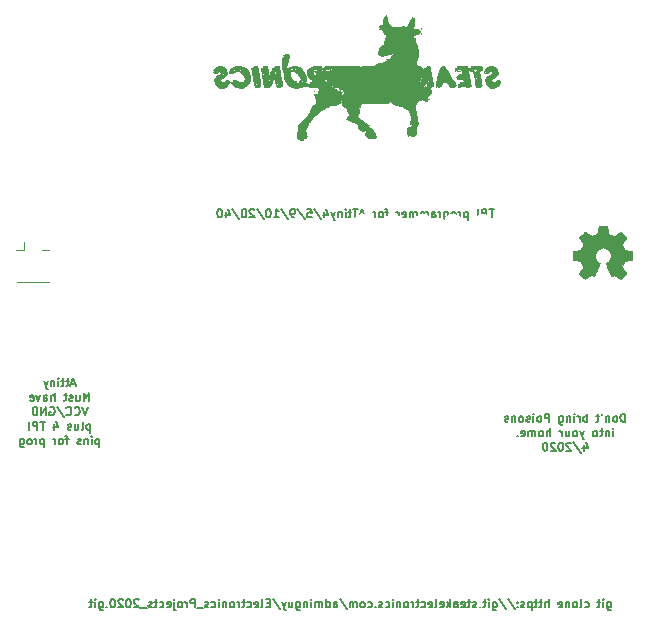
<source format=gbo>
G04 #@! TF.GenerationSoftware,KiCad,Pcbnew,5.0.2+dfsg1-1~bpo9+1*
G04 #@! TF.CreationDate,2020-04-14T03:07:08-04:00*
G04 #@! TF.ProjectId,attiny10,61747469-6e79-4313-902e-6b696361645f,0.10.a*
G04 #@! TF.SameCoordinates,Original*
G04 #@! TF.FileFunction,Legend,Bot*
G04 #@! TF.FilePolarity,Positive*
%FSLAX46Y46*%
G04 Gerber Fmt 4.6, Leading zero omitted, Abs format (unit mm)*
G04 Created by KiCad (PCBNEW 5.0.2+dfsg1-1~bpo9+1) date Tue 14 Apr 2020 03:07:08 AM EDT*
%MOMM*%
%LPD*%
G01*
G04 APERTURE LIST*
%ADD10C,0.175000*%
%ADD11C,0.002540*%
%ADD12C,0.120000*%
%ADD13C,0.010000*%
%ADD14O,1.000000X1.000000*%
%ADD15O,1.700000X1.700000*%
%ADD16C,4.300000*%
%ADD17O,1.200000X1.400000*%
%ADD18R,1.050000X2.200000*%
%ADD19R,1.000000X1.050000*%
%ADD20C,1.800000*%
%ADD21R,1.800000X1.800000*%
%ADD22R,1.300000X1.300000*%
%ADD23C,1.300000*%
%ADD24C,0.150000*%
%ADD25C,3.500000*%
%ADD26C,3.000000*%
%ADD27R,3.500000X3.500000*%
G04 APERTURE END LIST*
D10*
X36622666Y-86058666D02*
X36289333Y-86058666D01*
X36689333Y-86258666D02*
X36456000Y-85558666D01*
X36222666Y-86258666D01*
X36089333Y-85792000D02*
X35822666Y-85792000D01*
X35989333Y-85558666D02*
X35989333Y-86158666D01*
X35956000Y-86225333D01*
X35889333Y-86258666D01*
X35822666Y-86258666D01*
X35689333Y-85792000D02*
X35422666Y-85792000D01*
X35589333Y-85558666D02*
X35589333Y-86158666D01*
X35556000Y-86225333D01*
X35489333Y-86258666D01*
X35422666Y-86258666D01*
X35189333Y-86258666D02*
X35189333Y-85792000D01*
X35189333Y-85558666D02*
X35222666Y-85592000D01*
X35189333Y-85625333D01*
X35156000Y-85592000D01*
X35189333Y-85558666D01*
X35189333Y-85625333D01*
X34856000Y-85792000D02*
X34856000Y-86258666D01*
X34856000Y-85858666D02*
X34822666Y-85825333D01*
X34756000Y-85792000D01*
X34656000Y-85792000D01*
X34589333Y-85825333D01*
X34556000Y-85892000D01*
X34556000Y-86258666D01*
X34289333Y-85792000D02*
X34122666Y-86258666D01*
X33956000Y-85792000D02*
X34122666Y-86258666D01*
X34189333Y-86425333D01*
X34222666Y-86458666D01*
X34289333Y-86492000D01*
X37806000Y-87483666D02*
X37806000Y-86783666D01*
X37572666Y-87283666D01*
X37339333Y-86783666D01*
X37339333Y-87483666D01*
X36706000Y-87017000D02*
X36706000Y-87483666D01*
X37006000Y-87017000D02*
X37006000Y-87383666D01*
X36972666Y-87450333D01*
X36906000Y-87483666D01*
X36806000Y-87483666D01*
X36739333Y-87450333D01*
X36706000Y-87417000D01*
X36406000Y-87450333D02*
X36339333Y-87483666D01*
X36206000Y-87483666D01*
X36139333Y-87450333D01*
X36106000Y-87383666D01*
X36106000Y-87350333D01*
X36139333Y-87283666D01*
X36206000Y-87250333D01*
X36306000Y-87250333D01*
X36372666Y-87217000D01*
X36406000Y-87150333D01*
X36406000Y-87117000D01*
X36372666Y-87050333D01*
X36306000Y-87017000D01*
X36206000Y-87017000D01*
X36139333Y-87050333D01*
X35906000Y-87017000D02*
X35639333Y-87017000D01*
X35806000Y-86783666D02*
X35806000Y-87383666D01*
X35772666Y-87450333D01*
X35706000Y-87483666D01*
X35639333Y-87483666D01*
X34872666Y-87483666D02*
X34872666Y-86783666D01*
X34572666Y-87483666D02*
X34572666Y-87117000D01*
X34606000Y-87050333D01*
X34672666Y-87017000D01*
X34772666Y-87017000D01*
X34839333Y-87050333D01*
X34872666Y-87083666D01*
X33939333Y-87483666D02*
X33939333Y-87117000D01*
X33972666Y-87050333D01*
X34039333Y-87017000D01*
X34172666Y-87017000D01*
X34239333Y-87050333D01*
X33939333Y-87450333D02*
X34006000Y-87483666D01*
X34172666Y-87483666D01*
X34239333Y-87450333D01*
X34272666Y-87383666D01*
X34272666Y-87317000D01*
X34239333Y-87250333D01*
X34172666Y-87217000D01*
X34006000Y-87217000D01*
X33939333Y-87183666D01*
X33672666Y-87017000D02*
X33506000Y-87483666D01*
X33339333Y-87017000D01*
X32806000Y-87450333D02*
X32872666Y-87483666D01*
X33006000Y-87483666D01*
X33072666Y-87450333D01*
X33106000Y-87383666D01*
X33106000Y-87117000D01*
X33072666Y-87050333D01*
X33006000Y-87017000D01*
X32872666Y-87017000D01*
X32806000Y-87050333D01*
X32772666Y-87117000D01*
X32772666Y-87183666D01*
X33106000Y-87250333D01*
X37672666Y-88008666D02*
X37439333Y-88708666D01*
X37206000Y-88008666D01*
X36572666Y-88642000D02*
X36606000Y-88675333D01*
X36706000Y-88708666D01*
X36772666Y-88708666D01*
X36872666Y-88675333D01*
X36939333Y-88608666D01*
X36972666Y-88542000D01*
X37006000Y-88408666D01*
X37006000Y-88308666D01*
X36972666Y-88175333D01*
X36939333Y-88108666D01*
X36872666Y-88042000D01*
X36772666Y-88008666D01*
X36706000Y-88008666D01*
X36606000Y-88042000D01*
X36572666Y-88075333D01*
X35872666Y-88642000D02*
X35906000Y-88675333D01*
X36006000Y-88708666D01*
X36072666Y-88708666D01*
X36172666Y-88675333D01*
X36239333Y-88608666D01*
X36272666Y-88542000D01*
X36306000Y-88408666D01*
X36306000Y-88308666D01*
X36272666Y-88175333D01*
X36239333Y-88108666D01*
X36172666Y-88042000D01*
X36072666Y-88008666D01*
X36006000Y-88008666D01*
X35906000Y-88042000D01*
X35872666Y-88075333D01*
X35072666Y-87975333D02*
X35672666Y-88875333D01*
X34472666Y-88042000D02*
X34539333Y-88008666D01*
X34639333Y-88008666D01*
X34739333Y-88042000D01*
X34806000Y-88108666D01*
X34839333Y-88175333D01*
X34872666Y-88308666D01*
X34872666Y-88408666D01*
X34839333Y-88542000D01*
X34806000Y-88608666D01*
X34739333Y-88675333D01*
X34639333Y-88708666D01*
X34572666Y-88708666D01*
X34472666Y-88675333D01*
X34439333Y-88642000D01*
X34439333Y-88408666D01*
X34572666Y-88408666D01*
X34139333Y-88708666D02*
X34139333Y-88008666D01*
X33739333Y-88708666D01*
X33739333Y-88008666D01*
X33406000Y-88708666D02*
X33406000Y-88008666D01*
X33239333Y-88008666D01*
X33139333Y-88042000D01*
X33072666Y-88108666D01*
X33039333Y-88175333D01*
X33006000Y-88308666D01*
X33006000Y-88408666D01*
X33039333Y-88542000D01*
X33072666Y-88608666D01*
X33139333Y-88675333D01*
X33239333Y-88708666D01*
X33406000Y-88708666D01*
X37889333Y-89467000D02*
X37889333Y-90167000D01*
X37889333Y-89500333D02*
X37822666Y-89467000D01*
X37689333Y-89467000D01*
X37622666Y-89500333D01*
X37589333Y-89533666D01*
X37556000Y-89600333D01*
X37556000Y-89800333D01*
X37589333Y-89867000D01*
X37622666Y-89900333D01*
X37689333Y-89933666D01*
X37822666Y-89933666D01*
X37889333Y-89900333D01*
X37156000Y-89933666D02*
X37222666Y-89900333D01*
X37256000Y-89833666D01*
X37256000Y-89233666D01*
X36589333Y-89467000D02*
X36589333Y-89933666D01*
X36889333Y-89467000D02*
X36889333Y-89833666D01*
X36856000Y-89900333D01*
X36789333Y-89933666D01*
X36689333Y-89933666D01*
X36622666Y-89900333D01*
X36589333Y-89867000D01*
X36289333Y-89900333D02*
X36222666Y-89933666D01*
X36089333Y-89933666D01*
X36022666Y-89900333D01*
X35989333Y-89833666D01*
X35989333Y-89800333D01*
X36022666Y-89733666D01*
X36089333Y-89700333D01*
X36189333Y-89700333D01*
X36256000Y-89667000D01*
X36289333Y-89600333D01*
X36289333Y-89567000D01*
X36256000Y-89500333D01*
X36189333Y-89467000D01*
X36089333Y-89467000D01*
X36022666Y-89500333D01*
X34856000Y-89467000D02*
X34856000Y-89933666D01*
X35022666Y-89200333D02*
X35189333Y-89700333D01*
X34756000Y-89700333D01*
X34056000Y-89233666D02*
X33656000Y-89233666D01*
X33856000Y-89933666D02*
X33856000Y-89233666D01*
X33422666Y-89933666D02*
X33422666Y-89233666D01*
X33156000Y-89233666D01*
X33089333Y-89267000D01*
X33056000Y-89300333D01*
X33022666Y-89367000D01*
X33022666Y-89467000D01*
X33056000Y-89533666D01*
X33089333Y-89567000D01*
X33156000Y-89600333D01*
X33422666Y-89600333D01*
X32722666Y-89933666D02*
X32722666Y-89233666D01*
X38656000Y-90692000D02*
X38656000Y-91392000D01*
X38656000Y-90725333D02*
X38589333Y-90692000D01*
X38456000Y-90692000D01*
X38389333Y-90725333D01*
X38356000Y-90758666D01*
X38322666Y-90825333D01*
X38322666Y-91025333D01*
X38356000Y-91092000D01*
X38389333Y-91125333D01*
X38456000Y-91158666D01*
X38589333Y-91158666D01*
X38656000Y-91125333D01*
X38022666Y-91158666D02*
X38022666Y-90692000D01*
X38022666Y-90458666D02*
X38056000Y-90492000D01*
X38022666Y-90525333D01*
X37989333Y-90492000D01*
X38022666Y-90458666D01*
X38022666Y-90525333D01*
X37689333Y-90692000D02*
X37689333Y-91158666D01*
X37689333Y-90758666D02*
X37656000Y-90725333D01*
X37589333Y-90692000D01*
X37489333Y-90692000D01*
X37422666Y-90725333D01*
X37389333Y-90792000D01*
X37389333Y-91158666D01*
X37089333Y-91125333D02*
X37022666Y-91158666D01*
X36889333Y-91158666D01*
X36822666Y-91125333D01*
X36789333Y-91058666D01*
X36789333Y-91025333D01*
X36822666Y-90958666D01*
X36889333Y-90925333D01*
X36989333Y-90925333D01*
X37056000Y-90892000D01*
X37089333Y-90825333D01*
X37089333Y-90792000D01*
X37056000Y-90725333D01*
X36989333Y-90692000D01*
X36889333Y-90692000D01*
X36822666Y-90725333D01*
X36056000Y-90692000D02*
X35789333Y-90692000D01*
X35956000Y-91158666D02*
X35956000Y-90558666D01*
X35922666Y-90492000D01*
X35856000Y-90458666D01*
X35789333Y-90458666D01*
X35456000Y-91158666D02*
X35522666Y-91125333D01*
X35556000Y-91092000D01*
X35589333Y-91025333D01*
X35589333Y-90825333D01*
X35556000Y-90758666D01*
X35522666Y-90725333D01*
X35456000Y-90692000D01*
X35356000Y-90692000D01*
X35289333Y-90725333D01*
X35256000Y-90758666D01*
X35222666Y-90825333D01*
X35222666Y-91025333D01*
X35256000Y-91092000D01*
X35289333Y-91125333D01*
X35356000Y-91158666D01*
X35456000Y-91158666D01*
X34922666Y-91158666D02*
X34922666Y-90692000D01*
X34922666Y-90825333D02*
X34889333Y-90758666D01*
X34856000Y-90725333D01*
X34789333Y-90692000D01*
X34722666Y-90692000D01*
X33956000Y-90692000D02*
X33956000Y-91392000D01*
X33956000Y-90725333D02*
X33889333Y-90692000D01*
X33756000Y-90692000D01*
X33689333Y-90725333D01*
X33656000Y-90758666D01*
X33622666Y-90825333D01*
X33622666Y-91025333D01*
X33656000Y-91092000D01*
X33689333Y-91125333D01*
X33756000Y-91158666D01*
X33889333Y-91158666D01*
X33956000Y-91125333D01*
X33322666Y-91158666D02*
X33322666Y-90692000D01*
X33322666Y-90825333D02*
X33289333Y-90758666D01*
X33256000Y-90725333D01*
X33189333Y-90692000D01*
X33122666Y-90692000D01*
X32789333Y-91158666D02*
X32856000Y-91125333D01*
X32889333Y-91092000D01*
X32922666Y-91025333D01*
X32922666Y-90825333D01*
X32889333Y-90758666D01*
X32856000Y-90725333D01*
X32789333Y-90692000D01*
X32689333Y-90692000D01*
X32622666Y-90725333D01*
X32589333Y-90758666D01*
X32556000Y-90825333D01*
X32556000Y-91025333D01*
X32589333Y-91092000D01*
X32622666Y-91125333D01*
X32689333Y-91158666D01*
X32789333Y-91158666D01*
X31956000Y-90692000D02*
X31956000Y-91258666D01*
X31989333Y-91325333D01*
X32022666Y-91358666D01*
X32089333Y-91392000D01*
X32189333Y-91392000D01*
X32256000Y-91358666D01*
X31956000Y-91125333D02*
X32022666Y-91158666D01*
X32156000Y-91158666D01*
X32222666Y-91125333D01*
X32256000Y-91092000D01*
X32289333Y-91025333D01*
X32289333Y-90825333D01*
X32256000Y-90758666D01*
X32222666Y-90725333D01*
X32156000Y-90692000D01*
X32022666Y-90692000D01*
X31956000Y-90725333D01*
X81660666Y-104498000D02*
X81660666Y-105064666D01*
X81693999Y-105131333D01*
X81727333Y-105164666D01*
X81793999Y-105198000D01*
X81893999Y-105198000D01*
X81960666Y-105164666D01*
X81660666Y-104931333D02*
X81727333Y-104964666D01*
X81860666Y-104964666D01*
X81927333Y-104931333D01*
X81960666Y-104898000D01*
X81993999Y-104831333D01*
X81993999Y-104631333D01*
X81960666Y-104564666D01*
X81927333Y-104531333D01*
X81860666Y-104498000D01*
X81727333Y-104498000D01*
X81660666Y-104531333D01*
X81327333Y-104964666D02*
X81327333Y-104498000D01*
X81327333Y-104264666D02*
X81360666Y-104298000D01*
X81327333Y-104331333D01*
X81293999Y-104298000D01*
X81327333Y-104264666D01*
X81327333Y-104331333D01*
X81093999Y-104498000D02*
X80827333Y-104498000D01*
X80993999Y-104264666D02*
X80993999Y-104864666D01*
X80960666Y-104931333D01*
X80893999Y-104964666D01*
X80827333Y-104964666D01*
X79760666Y-104931333D02*
X79827333Y-104964666D01*
X79960666Y-104964666D01*
X80027333Y-104931333D01*
X80060666Y-104898000D01*
X80093999Y-104831333D01*
X80093999Y-104631333D01*
X80060666Y-104564666D01*
X80027333Y-104531333D01*
X79960666Y-104498000D01*
X79827333Y-104498000D01*
X79760666Y-104531333D01*
X79360666Y-104964666D02*
X79427333Y-104931333D01*
X79460666Y-104864666D01*
X79460666Y-104264666D01*
X78993999Y-104964666D02*
X79060666Y-104931333D01*
X79093999Y-104898000D01*
X79127333Y-104831333D01*
X79127333Y-104631333D01*
X79093999Y-104564666D01*
X79060666Y-104531333D01*
X78993999Y-104498000D01*
X78893999Y-104498000D01*
X78827333Y-104531333D01*
X78793999Y-104564666D01*
X78760666Y-104631333D01*
X78760666Y-104831333D01*
X78793999Y-104898000D01*
X78827333Y-104931333D01*
X78893999Y-104964666D01*
X78993999Y-104964666D01*
X78460666Y-104498000D02*
X78460666Y-104964666D01*
X78460666Y-104564666D02*
X78427333Y-104531333D01*
X78360666Y-104498000D01*
X78260666Y-104498000D01*
X78193999Y-104531333D01*
X78160666Y-104598000D01*
X78160666Y-104964666D01*
X77560666Y-104931333D02*
X77627333Y-104964666D01*
X77760666Y-104964666D01*
X77827333Y-104931333D01*
X77860666Y-104864666D01*
X77860666Y-104598000D01*
X77827333Y-104531333D01*
X77760666Y-104498000D01*
X77627333Y-104498000D01*
X77560666Y-104531333D01*
X77527333Y-104598000D01*
X77527333Y-104664666D01*
X77860666Y-104731333D01*
X76693999Y-104964666D02*
X76693999Y-104264666D01*
X76393999Y-104964666D02*
X76393999Y-104598000D01*
X76427333Y-104531333D01*
X76493999Y-104498000D01*
X76593999Y-104498000D01*
X76660666Y-104531333D01*
X76693999Y-104564666D01*
X76160666Y-104498000D02*
X75893999Y-104498000D01*
X76060666Y-104264666D02*
X76060666Y-104864666D01*
X76027333Y-104931333D01*
X75960666Y-104964666D01*
X75893999Y-104964666D01*
X75760666Y-104498000D02*
X75493999Y-104498000D01*
X75660666Y-104264666D02*
X75660666Y-104864666D01*
X75627333Y-104931333D01*
X75560666Y-104964666D01*
X75493999Y-104964666D01*
X75260666Y-104498000D02*
X75260666Y-105198000D01*
X75260666Y-104531333D02*
X75193999Y-104498000D01*
X75060666Y-104498000D01*
X74993999Y-104531333D01*
X74960666Y-104564666D01*
X74927333Y-104631333D01*
X74927333Y-104831333D01*
X74960666Y-104898000D01*
X74993999Y-104931333D01*
X75060666Y-104964666D01*
X75193999Y-104964666D01*
X75260666Y-104931333D01*
X74660666Y-104931333D02*
X74593999Y-104964666D01*
X74460666Y-104964666D01*
X74393999Y-104931333D01*
X74360666Y-104864666D01*
X74360666Y-104831333D01*
X74393999Y-104764666D01*
X74460666Y-104731333D01*
X74560666Y-104731333D01*
X74627333Y-104698000D01*
X74660666Y-104631333D01*
X74660666Y-104598000D01*
X74627333Y-104531333D01*
X74560666Y-104498000D01*
X74460666Y-104498000D01*
X74393999Y-104531333D01*
X74060666Y-104898000D02*
X74027333Y-104931333D01*
X74060666Y-104964666D01*
X74093999Y-104931333D01*
X74060666Y-104898000D01*
X74060666Y-104964666D01*
X74060666Y-104531333D02*
X74027333Y-104564666D01*
X74060666Y-104598000D01*
X74093999Y-104564666D01*
X74060666Y-104531333D01*
X74060666Y-104598000D01*
X73227333Y-104231333D02*
X73827333Y-105131333D01*
X72493999Y-104231333D02*
X73093999Y-105131333D01*
X71960666Y-104498000D02*
X71960666Y-105064666D01*
X71993999Y-105131333D01*
X72027333Y-105164666D01*
X72093999Y-105198000D01*
X72193999Y-105198000D01*
X72260666Y-105164666D01*
X71960666Y-104931333D02*
X72027333Y-104964666D01*
X72160666Y-104964666D01*
X72227333Y-104931333D01*
X72260666Y-104898000D01*
X72293999Y-104831333D01*
X72293999Y-104631333D01*
X72260666Y-104564666D01*
X72227333Y-104531333D01*
X72160666Y-104498000D01*
X72027333Y-104498000D01*
X71960666Y-104531333D01*
X71627333Y-104964666D02*
X71627333Y-104498000D01*
X71627333Y-104264666D02*
X71660666Y-104298000D01*
X71627333Y-104331333D01*
X71593999Y-104298000D01*
X71627333Y-104264666D01*
X71627333Y-104331333D01*
X71393999Y-104498000D02*
X71127333Y-104498000D01*
X71293999Y-104264666D02*
X71293999Y-104864666D01*
X71260666Y-104931333D01*
X71193999Y-104964666D01*
X71127333Y-104964666D01*
X70893999Y-104898000D02*
X70860666Y-104931333D01*
X70893999Y-104964666D01*
X70927333Y-104931333D01*
X70893999Y-104898000D01*
X70893999Y-104964666D01*
X70593999Y-104931333D02*
X70527333Y-104964666D01*
X70393999Y-104964666D01*
X70327333Y-104931333D01*
X70293999Y-104864666D01*
X70293999Y-104831333D01*
X70327333Y-104764666D01*
X70393999Y-104731333D01*
X70493999Y-104731333D01*
X70560666Y-104698000D01*
X70593999Y-104631333D01*
X70593999Y-104598000D01*
X70560666Y-104531333D01*
X70493999Y-104498000D01*
X70393999Y-104498000D01*
X70327333Y-104531333D01*
X70093999Y-104498000D02*
X69827333Y-104498000D01*
X69993999Y-104264666D02*
X69993999Y-104864666D01*
X69960666Y-104931333D01*
X69893999Y-104964666D01*
X69827333Y-104964666D01*
X69327333Y-104931333D02*
X69393999Y-104964666D01*
X69527333Y-104964666D01*
X69593999Y-104931333D01*
X69627333Y-104864666D01*
X69627333Y-104598000D01*
X69593999Y-104531333D01*
X69527333Y-104498000D01*
X69393999Y-104498000D01*
X69327333Y-104531333D01*
X69293999Y-104598000D01*
X69293999Y-104664666D01*
X69627333Y-104731333D01*
X68693999Y-104964666D02*
X68693999Y-104598000D01*
X68727333Y-104531333D01*
X68793999Y-104498000D01*
X68927333Y-104498000D01*
X68993999Y-104531333D01*
X68693999Y-104931333D02*
X68760666Y-104964666D01*
X68927333Y-104964666D01*
X68993999Y-104931333D01*
X69027333Y-104864666D01*
X69027333Y-104798000D01*
X68993999Y-104731333D01*
X68927333Y-104698000D01*
X68760666Y-104698000D01*
X68693999Y-104664666D01*
X68360666Y-104964666D02*
X68360666Y-104264666D01*
X68293999Y-104698000D02*
X68093999Y-104964666D01*
X68093999Y-104498000D02*
X68360666Y-104764666D01*
X67527333Y-104931333D02*
X67593999Y-104964666D01*
X67727333Y-104964666D01*
X67793999Y-104931333D01*
X67827333Y-104864666D01*
X67827333Y-104598000D01*
X67793999Y-104531333D01*
X67727333Y-104498000D01*
X67593999Y-104498000D01*
X67527333Y-104531333D01*
X67493999Y-104598000D01*
X67493999Y-104664666D01*
X67827333Y-104731333D01*
X67093999Y-104964666D02*
X67160666Y-104931333D01*
X67193999Y-104864666D01*
X67193999Y-104264666D01*
X66560666Y-104931333D02*
X66627333Y-104964666D01*
X66760666Y-104964666D01*
X66827333Y-104931333D01*
X66860666Y-104864666D01*
X66860666Y-104598000D01*
X66827333Y-104531333D01*
X66760666Y-104498000D01*
X66627333Y-104498000D01*
X66560666Y-104531333D01*
X66527333Y-104598000D01*
X66527333Y-104664666D01*
X66860666Y-104731333D01*
X65927333Y-104931333D02*
X65993999Y-104964666D01*
X66127333Y-104964666D01*
X66193999Y-104931333D01*
X66227333Y-104898000D01*
X66260666Y-104831333D01*
X66260666Y-104631333D01*
X66227333Y-104564666D01*
X66193999Y-104531333D01*
X66127333Y-104498000D01*
X65993999Y-104498000D01*
X65927333Y-104531333D01*
X65727333Y-104498000D02*
X65460666Y-104498000D01*
X65627333Y-104264666D02*
X65627333Y-104864666D01*
X65593999Y-104931333D01*
X65527333Y-104964666D01*
X65460666Y-104964666D01*
X65227333Y-104964666D02*
X65227333Y-104498000D01*
X65227333Y-104631333D02*
X65193999Y-104564666D01*
X65160666Y-104531333D01*
X65093999Y-104498000D01*
X65027333Y-104498000D01*
X64693999Y-104964666D02*
X64760666Y-104931333D01*
X64793999Y-104898000D01*
X64827333Y-104831333D01*
X64827333Y-104631333D01*
X64793999Y-104564666D01*
X64760666Y-104531333D01*
X64693999Y-104498000D01*
X64593999Y-104498000D01*
X64527333Y-104531333D01*
X64493999Y-104564666D01*
X64460666Y-104631333D01*
X64460666Y-104831333D01*
X64493999Y-104898000D01*
X64527333Y-104931333D01*
X64593999Y-104964666D01*
X64693999Y-104964666D01*
X64160666Y-104498000D02*
X64160666Y-104964666D01*
X64160666Y-104564666D02*
X64127333Y-104531333D01*
X64060666Y-104498000D01*
X63960666Y-104498000D01*
X63893999Y-104531333D01*
X63860666Y-104598000D01*
X63860666Y-104964666D01*
X63527333Y-104964666D02*
X63527333Y-104498000D01*
X63527333Y-104264666D02*
X63560666Y-104298000D01*
X63527333Y-104331333D01*
X63493999Y-104298000D01*
X63527333Y-104264666D01*
X63527333Y-104331333D01*
X62893999Y-104931333D02*
X62960666Y-104964666D01*
X63093999Y-104964666D01*
X63160666Y-104931333D01*
X63193999Y-104898000D01*
X63227333Y-104831333D01*
X63227333Y-104631333D01*
X63193999Y-104564666D01*
X63160666Y-104531333D01*
X63093999Y-104498000D01*
X62960666Y-104498000D01*
X62893999Y-104531333D01*
X62627333Y-104931333D02*
X62560666Y-104964666D01*
X62427333Y-104964666D01*
X62360666Y-104931333D01*
X62327333Y-104864666D01*
X62327333Y-104831333D01*
X62360666Y-104764666D01*
X62427333Y-104731333D01*
X62527333Y-104731333D01*
X62593999Y-104698000D01*
X62627333Y-104631333D01*
X62627333Y-104598000D01*
X62593999Y-104531333D01*
X62527333Y-104498000D01*
X62427333Y-104498000D01*
X62360666Y-104531333D01*
X62027333Y-104898000D02*
X61993999Y-104931333D01*
X62027333Y-104964666D01*
X62060666Y-104931333D01*
X62027333Y-104898000D01*
X62027333Y-104964666D01*
X61393999Y-104931333D02*
X61460666Y-104964666D01*
X61593999Y-104964666D01*
X61660666Y-104931333D01*
X61693999Y-104898000D01*
X61727333Y-104831333D01*
X61727333Y-104631333D01*
X61693999Y-104564666D01*
X61660666Y-104531333D01*
X61593999Y-104498000D01*
X61460666Y-104498000D01*
X61393999Y-104531333D01*
X60993999Y-104964666D02*
X61060666Y-104931333D01*
X61093999Y-104898000D01*
X61127333Y-104831333D01*
X61127333Y-104631333D01*
X61093999Y-104564666D01*
X61060666Y-104531333D01*
X60993999Y-104498000D01*
X60893999Y-104498000D01*
X60827333Y-104531333D01*
X60793999Y-104564666D01*
X60760666Y-104631333D01*
X60760666Y-104831333D01*
X60793999Y-104898000D01*
X60827333Y-104931333D01*
X60893999Y-104964666D01*
X60993999Y-104964666D01*
X60460666Y-104964666D02*
X60460666Y-104498000D01*
X60460666Y-104564666D02*
X60427333Y-104531333D01*
X60360666Y-104498000D01*
X60260666Y-104498000D01*
X60193999Y-104531333D01*
X60160666Y-104598000D01*
X60160666Y-104964666D01*
X60160666Y-104598000D02*
X60127333Y-104531333D01*
X60060666Y-104498000D01*
X59960666Y-104498000D01*
X59893999Y-104531333D01*
X59860666Y-104598000D01*
X59860666Y-104964666D01*
X59027333Y-104231333D02*
X59627333Y-105131333D01*
X58493999Y-104964666D02*
X58493999Y-104598000D01*
X58527333Y-104531333D01*
X58593999Y-104498000D01*
X58727333Y-104498000D01*
X58793999Y-104531333D01*
X58493999Y-104931333D02*
X58560666Y-104964666D01*
X58727333Y-104964666D01*
X58793999Y-104931333D01*
X58827333Y-104864666D01*
X58827333Y-104798000D01*
X58793999Y-104731333D01*
X58727333Y-104698000D01*
X58560666Y-104698000D01*
X58493999Y-104664666D01*
X57860666Y-104964666D02*
X57860666Y-104264666D01*
X57860666Y-104931333D02*
X57927333Y-104964666D01*
X58060666Y-104964666D01*
X58127333Y-104931333D01*
X58160666Y-104898000D01*
X58193999Y-104831333D01*
X58193999Y-104631333D01*
X58160666Y-104564666D01*
X58127333Y-104531333D01*
X58060666Y-104498000D01*
X57927333Y-104498000D01*
X57860666Y-104531333D01*
X57527333Y-104964666D02*
X57527333Y-104498000D01*
X57527333Y-104564666D02*
X57493999Y-104531333D01*
X57427333Y-104498000D01*
X57327333Y-104498000D01*
X57260666Y-104531333D01*
X57227333Y-104598000D01*
X57227333Y-104964666D01*
X57227333Y-104598000D02*
X57193999Y-104531333D01*
X57127333Y-104498000D01*
X57027333Y-104498000D01*
X56960666Y-104531333D01*
X56927333Y-104598000D01*
X56927333Y-104964666D01*
X56593999Y-104964666D02*
X56593999Y-104498000D01*
X56593999Y-104264666D02*
X56627333Y-104298000D01*
X56593999Y-104331333D01*
X56560666Y-104298000D01*
X56593999Y-104264666D01*
X56593999Y-104331333D01*
X56260666Y-104498000D02*
X56260666Y-104964666D01*
X56260666Y-104564666D02*
X56227333Y-104531333D01*
X56160666Y-104498000D01*
X56060666Y-104498000D01*
X55993999Y-104531333D01*
X55960666Y-104598000D01*
X55960666Y-104964666D01*
X55327333Y-104498000D02*
X55327333Y-105064666D01*
X55360666Y-105131333D01*
X55393999Y-105164666D01*
X55460666Y-105198000D01*
X55560666Y-105198000D01*
X55627333Y-105164666D01*
X55327333Y-104931333D02*
X55393999Y-104964666D01*
X55527333Y-104964666D01*
X55593999Y-104931333D01*
X55627333Y-104898000D01*
X55660666Y-104831333D01*
X55660666Y-104631333D01*
X55627333Y-104564666D01*
X55593999Y-104531333D01*
X55527333Y-104498000D01*
X55393999Y-104498000D01*
X55327333Y-104531333D01*
X54693999Y-104498000D02*
X54693999Y-104964666D01*
X54993999Y-104498000D02*
X54993999Y-104864666D01*
X54960666Y-104931333D01*
X54893999Y-104964666D01*
X54793999Y-104964666D01*
X54727333Y-104931333D01*
X54693999Y-104898000D01*
X54427333Y-104498000D02*
X54260666Y-104964666D01*
X54093999Y-104498000D02*
X54260666Y-104964666D01*
X54327333Y-105131333D01*
X54360666Y-105164666D01*
X54427333Y-105198000D01*
X53327333Y-104231333D02*
X53927333Y-105131333D01*
X53093999Y-104598000D02*
X52860666Y-104598000D01*
X52760666Y-104964666D02*
X53093999Y-104964666D01*
X53093999Y-104264666D01*
X52760666Y-104264666D01*
X52360666Y-104964666D02*
X52427333Y-104931333D01*
X52460666Y-104864666D01*
X52460666Y-104264666D01*
X51827333Y-104931333D02*
X51893999Y-104964666D01*
X52027333Y-104964666D01*
X52093999Y-104931333D01*
X52127333Y-104864666D01*
X52127333Y-104598000D01*
X52093999Y-104531333D01*
X52027333Y-104498000D01*
X51893999Y-104498000D01*
X51827333Y-104531333D01*
X51793999Y-104598000D01*
X51793999Y-104664666D01*
X52127333Y-104731333D01*
X51193999Y-104931333D02*
X51260666Y-104964666D01*
X51393999Y-104964666D01*
X51460666Y-104931333D01*
X51493999Y-104898000D01*
X51527333Y-104831333D01*
X51527333Y-104631333D01*
X51493999Y-104564666D01*
X51460666Y-104531333D01*
X51393999Y-104498000D01*
X51260666Y-104498000D01*
X51193999Y-104531333D01*
X50993999Y-104498000D02*
X50727333Y-104498000D01*
X50893999Y-104264666D02*
X50893999Y-104864666D01*
X50860666Y-104931333D01*
X50793999Y-104964666D01*
X50727333Y-104964666D01*
X50493999Y-104964666D02*
X50493999Y-104498000D01*
X50493999Y-104631333D02*
X50460666Y-104564666D01*
X50427333Y-104531333D01*
X50360666Y-104498000D01*
X50293999Y-104498000D01*
X49960666Y-104964666D02*
X50027333Y-104931333D01*
X50060666Y-104898000D01*
X50093999Y-104831333D01*
X50093999Y-104631333D01*
X50060666Y-104564666D01*
X50027333Y-104531333D01*
X49960666Y-104498000D01*
X49860666Y-104498000D01*
X49793999Y-104531333D01*
X49760666Y-104564666D01*
X49727333Y-104631333D01*
X49727333Y-104831333D01*
X49760666Y-104898000D01*
X49793999Y-104931333D01*
X49860666Y-104964666D01*
X49960666Y-104964666D01*
X49427333Y-104498000D02*
X49427333Y-104964666D01*
X49427333Y-104564666D02*
X49393999Y-104531333D01*
X49327333Y-104498000D01*
X49227333Y-104498000D01*
X49160666Y-104531333D01*
X49127333Y-104598000D01*
X49127333Y-104964666D01*
X48793999Y-104964666D02*
X48793999Y-104498000D01*
X48793999Y-104264666D02*
X48827333Y-104298000D01*
X48793999Y-104331333D01*
X48760666Y-104298000D01*
X48793999Y-104264666D01*
X48793999Y-104331333D01*
X48160666Y-104931333D02*
X48227333Y-104964666D01*
X48360666Y-104964666D01*
X48427333Y-104931333D01*
X48460666Y-104898000D01*
X48493999Y-104831333D01*
X48493999Y-104631333D01*
X48460666Y-104564666D01*
X48427333Y-104531333D01*
X48360666Y-104498000D01*
X48227333Y-104498000D01*
X48160666Y-104531333D01*
X47893999Y-104931333D02*
X47827333Y-104964666D01*
X47693999Y-104964666D01*
X47627333Y-104931333D01*
X47593999Y-104864666D01*
X47593999Y-104831333D01*
X47627333Y-104764666D01*
X47693999Y-104731333D01*
X47793999Y-104731333D01*
X47860666Y-104698000D01*
X47893999Y-104631333D01*
X47893999Y-104598000D01*
X47860666Y-104531333D01*
X47793999Y-104498000D01*
X47693999Y-104498000D01*
X47627333Y-104531333D01*
X47460666Y-105031333D02*
X46927333Y-105031333D01*
X46760666Y-104964666D02*
X46760666Y-104264666D01*
X46493999Y-104264666D01*
X46427333Y-104298000D01*
X46393999Y-104331333D01*
X46360666Y-104398000D01*
X46360666Y-104498000D01*
X46393999Y-104564666D01*
X46427333Y-104598000D01*
X46493999Y-104631333D01*
X46760666Y-104631333D01*
X46060666Y-104964666D02*
X46060666Y-104498000D01*
X46060666Y-104631333D02*
X46027333Y-104564666D01*
X45993999Y-104531333D01*
X45927333Y-104498000D01*
X45860666Y-104498000D01*
X45527333Y-104964666D02*
X45593999Y-104931333D01*
X45627333Y-104898000D01*
X45660666Y-104831333D01*
X45660666Y-104631333D01*
X45627333Y-104564666D01*
X45593999Y-104531333D01*
X45527333Y-104498000D01*
X45427333Y-104498000D01*
X45360666Y-104531333D01*
X45327333Y-104564666D01*
X45293999Y-104631333D01*
X45293999Y-104831333D01*
X45327333Y-104898000D01*
X45360666Y-104931333D01*
X45427333Y-104964666D01*
X45527333Y-104964666D01*
X44993999Y-104498000D02*
X44993999Y-105098000D01*
X45027333Y-105164666D01*
X45093999Y-105198000D01*
X45127333Y-105198000D01*
X44993999Y-104264666D02*
X45027333Y-104298000D01*
X44993999Y-104331333D01*
X44960666Y-104298000D01*
X44993999Y-104264666D01*
X44993999Y-104331333D01*
X44393999Y-104931333D02*
X44460666Y-104964666D01*
X44593999Y-104964666D01*
X44660666Y-104931333D01*
X44693999Y-104864666D01*
X44693999Y-104598000D01*
X44660666Y-104531333D01*
X44593999Y-104498000D01*
X44460666Y-104498000D01*
X44393999Y-104531333D01*
X44360666Y-104598000D01*
X44360666Y-104664666D01*
X44693999Y-104731333D01*
X43760666Y-104931333D02*
X43827333Y-104964666D01*
X43960666Y-104964666D01*
X44027333Y-104931333D01*
X44060666Y-104898000D01*
X44093999Y-104831333D01*
X44093999Y-104631333D01*
X44060666Y-104564666D01*
X44027333Y-104531333D01*
X43960666Y-104498000D01*
X43827333Y-104498000D01*
X43760666Y-104531333D01*
X43560666Y-104498000D02*
X43293999Y-104498000D01*
X43460666Y-104264666D02*
X43460666Y-104864666D01*
X43427333Y-104931333D01*
X43360666Y-104964666D01*
X43293999Y-104964666D01*
X43093999Y-104931333D02*
X43027333Y-104964666D01*
X42893999Y-104964666D01*
X42827333Y-104931333D01*
X42793999Y-104864666D01*
X42793999Y-104831333D01*
X42827333Y-104764666D01*
X42893999Y-104731333D01*
X42993999Y-104731333D01*
X43060666Y-104698000D01*
X43093999Y-104631333D01*
X43093999Y-104598000D01*
X43060666Y-104531333D01*
X42993999Y-104498000D01*
X42893999Y-104498000D01*
X42827333Y-104531333D01*
X42660666Y-105031333D02*
X42127333Y-105031333D01*
X41993999Y-104331333D02*
X41960666Y-104298000D01*
X41893999Y-104264666D01*
X41727333Y-104264666D01*
X41660666Y-104298000D01*
X41627333Y-104331333D01*
X41593999Y-104398000D01*
X41593999Y-104464666D01*
X41627333Y-104564666D01*
X42027333Y-104964666D01*
X41593999Y-104964666D01*
X41160666Y-104264666D02*
X41093999Y-104264666D01*
X41027333Y-104298000D01*
X40993999Y-104331333D01*
X40960666Y-104398000D01*
X40927333Y-104531333D01*
X40927333Y-104698000D01*
X40960666Y-104831333D01*
X40993999Y-104898000D01*
X41027333Y-104931333D01*
X41093999Y-104964666D01*
X41160666Y-104964666D01*
X41227333Y-104931333D01*
X41260666Y-104898000D01*
X41293999Y-104831333D01*
X41327333Y-104698000D01*
X41327333Y-104531333D01*
X41293999Y-104398000D01*
X41260666Y-104331333D01*
X41227333Y-104298000D01*
X41160666Y-104264666D01*
X40660666Y-104331333D02*
X40627333Y-104298000D01*
X40560666Y-104264666D01*
X40393999Y-104264666D01*
X40327333Y-104298000D01*
X40293999Y-104331333D01*
X40260666Y-104398000D01*
X40260666Y-104464666D01*
X40293999Y-104564666D01*
X40693999Y-104964666D01*
X40260666Y-104964666D01*
X39827333Y-104264666D02*
X39760666Y-104264666D01*
X39693999Y-104298000D01*
X39660666Y-104331333D01*
X39627333Y-104398000D01*
X39593999Y-104531333D01*
X39593999Y-104698000D01*
X39627333Y-104831333D01*
X39660666Y-104898000D01*
X39693999Y-104931333D01*
X39760666Y-104964666D01*
X39827333Y-104964666D01*
X39893999Y-104931333D01*
X39927333Y-104898000D01*
X39960666Y-104831333D01*
X39993999Y-104698000D01*
X39993999Y-104531333D01*
X39960666Y-104398000D01*
X39927333Y-104331333D01*
X39893999Y-104298000D01*
X39827333Y-104264666D01*
X39293999Y-104898000D02*
X39260666Y-104931333D01*
X39293999Y-104964666D01*
X39327333Y-104931333D01*
X39293999Y-104898000D01*
X39293999Y-104964666D01*
X38660666Y-104498000D02*
X38660666Y-105064666D01*
X38693999Y-105131333D01*
X38727333Y-105164666D01*
X38793999Y-105198000D01*
X38893999Y-105198000D01*
X38960666Y-105164666D01*
X38660666Y-104931333D02*
X38727333Y-104964666D01*
X38860666Y-104964666D01*
X38927333Y-104931333D01*
X38960666Y-104898000D01*
X38993999Y-104831333D01*
X38993999Y-104631333D01*
X38960666Y-104564666D01*
X38927333Y-104531333D01*
X38860666Y-104498000D01*
X38727333Y-104498000D01*
X38660666Y-104531333D01*
X38327333Y-104964666D02*
X38327333Y-104498000D01*
X38327333Y-104264666D02*
X38360666Y-104298000D01*
X38327333Y-104331333D01*
X38293999Y-104298000D01*
X38327333Y-104264666D01*
X38327333Y-104331333D01*
X38093999Y-104498000D02*
X37827333Y-104498000D01*
X37993999Y-104264666D02*
X37993999Y-104864666D01*
X37960666Y-104931333D01*
X37893999Y-104964666D01*
X37827333Y-104964666D01*
X83188333Y-89261666D02*
X83188333Y-88561666D01*
X83021666Y-88561666D01*
X82921666Y-88595000D01*
X82855000Y-88661666D01*
X82821666Y-88728333D01*
X82788333Y-88861666D01*
X82788333Y-88961666D01*
X82821666Y-89095000D01*
X82855000Y-89161666D01*
X82921666Y-89228333D01*
X83021666Y-89261666D01*
X83188333Y-89261666D01*
X82388333Y-89261666D02*
X82455000Y-89228333D01*
X82488333Y-89195000D01*
X82521666Y-89128333D01*
X82521666Y-88928333D01*
X82488333Y-88861666D01*
X82455000Y-88828333D01*
X82388333Y-88795000D01*
X82288333Y-88795000D01*
X82221666Y-88828333D01*
X82188333Y-88861666D01*
X82155000Y-88928333D01*
X82155000Y-89128333D01*
X82188333Y-89195000D01*
X82221666Y-89228333D01*
X82288333Y-89261666D01*
X82388333Y-89261666D01*
X81855000Y-88795000D02*
X81855000Y-89261666D01*
X81855000Y-88861666D02*
X81821666Y-88828333D01*
X81755000Y-88795000D01*
X81655000Y-88795000D01*
X81588333Y-88828333D01*
X81555000Y-88895000D01*
X81555000Y-89261666D01*
X81188333Y-88561666D02*
X81255000Y-88695000D01*
X80988333Y-88795000D02*
X80721666Y-88795000D01*
X80888333Y-88561666D02*
X80888333Y-89161666D01*
X80855000Y-89228333D01*
X80788333Y-89261666D01*
X80721666Y-89261666D01*
X79955000Y-89261666D02*
X79955000Y-88561666D01*
X79955000Y-88828333D02*
X79888333Y-88795000D01*
X79755000Y-88795000D01*
X79688333Y-88828333D01*
X79655000Y-88861666D01*
X79621666Y-88928333D01*
X79621666Y-89128333D01*
X79655000Y-89195000D01*
X79688333Y-89228333D01*
X79755000Y-89261666D01*
X79888333Y-89261666D01*
X79955000Y-89228333D01*
X79321666Y-89261666D02*
X79321666Y-88795000D01*
X79321666Y-88928333D02*
X79288333Y-88861666D01*
X79255000Y-88828333D01*
X79188333Y-88795000D01*
X79121666Y-88795000D01*
X78888333Y-89261666D02*
X78888333Y-88795000D01*
X78888333Y-88561666D02*
X78921666Y-88595000D01*
X78888333Y-88628333D01*
X78855000Y-88595000D01*
X78888333Y-88561666D01*
X78888333Y-88628333D01*
X78555000Y-88795000D02*
X78555000Y-89261666D01*
X78555000Y-88861666D02*
X78521666Y-88828333D01*
X78455000Y-88795000D01*
X78355000Y-88795000D01*
X78288333Y-88828333D01*
X78255000Y-88895000D01*
X78255000Y-89261666D01*
X77621666Y-88795000D02*
X77621666Y-89361666D01*
X77655000Y-89428333D01*
X77688333Y-89461666D01*
X77755000Y-89495000D01*
X77855000Y-89495000D01*
X77921666Y-89461666D01*
X77621666Y-89228333D02*
X77688333Y-89261666D01*
X77821666Y-89261666D01*
X77888333Y-89228333D01*
X77921666Y-89195000D01*
X77955000Y-89128333D01*
X77955000Y-88928333D01*
X77921666Y-88861666D01*
X77888333Y-88828333D01*
X77821666Y-88795000D01*
X77688333Y-88795000D01*
X77621666Y-88828333D01*
X76755000Y-89261666D02*
X76755000Y-88561666D01*
X76488333Y-88561666D01*
X76421666Y-88595000D01*
X76388333Y-88628333D01*
X76355000Y-88695000D01*
X76355000Y-88795000D01*
X76388333Y-88861666D01*
X76421666Y-88895000D01*
X76488333Y-88928333D01*
X76755000Y-88928333D01*
X75955000Y-89261666D02*
X76021666Y-89228333D01*
X76055000Y-89195000D01*
X76088333Y-89128333D01*
X76088333Y-88928333D01*
X76055000Y-88861666D01*
X76021666Y-88828333D01*
X75955000Y-88795000D01*
X75855000Y-88795000D01*
X75788333Y-88828333D01*
X75755000Y-88861666D01*
X75721666Y-88928333D01*
X75721666Y-89128333D01*
X75755000Y-89195000D01*
X75788333Y-89228333D01*
X75855000Y-89261666D01*
X75955000Y-89261666D01*
X75421666Y-89261666D02*
X75421666Y-88795000D01*
X75421666Y-88561666D02*
X75455000Y-88595000D01*
X75421666Y-88628333D01*
X75388333Y-88595000D01*
X75421666Y-88561666D01*
X75421666Y-88628333D01*
X75121666Y-89228333D02*
X75055000Y-89261666D01*
X74921666Y-89261666D01*
X74855000Y-89228333D01*
X74821666Y-89161666D01*
X74821666Y-89128333D01*
X74855000Y-89061666D01*
X74921666Y-89028333D01*
X75021666Y-89028333D01*
X75088333Y-88995000D01*
X75121666Y-88928333D01*
X75121666Y-88895000D01*
X75088333Y-88828333D01*
X75021666Y-88795000D01*
X74921666Y-88795000D01*
X74855000Y-88828333D01*
X74421666Y-89261666D02*
X74488333Y-89228333D01*
X74521666Y-89195000D01*
X74555000Y-89128333D01*
X74555000Y-88928333D01*
X74521666Y-88861666D01*
X74488333Y-88828333D01*
X74421666Y-88795000D01*
X74321666Y-88795000D01*
X74255000Y-88828333D01*
X74221666Y-88861666D01*
X74188333Y-88928333D01*
X74188333Y-89128333D01*
X74221666Y-89195000D01*
X74255000Y-89228333D01*
X74321666Y-89261666D01*
X74421666Y-89261666D01*
X73888333Y-88795000D02*
X73888333Y-89261666D01*
X73888333Y-88861666D02*
X73855000Y-88828333D01*
X73788333Y-88795000D01*
X73688333Y-88795000D01*
X73621666Y-88828333D01*
X73588333Y-88895000D01*
X73588333Y-89261666D01*
X73288333Y-89228333D02*
X73221666Y-89261666D01*
X73088333Y-89261666D01*
X73021666Y-89228333D01*
X72988333Y-89161666D01*
X72988333Y-89128333D01*
X73021666Y-89061666D01*
X73088333Y-89028333D01*
X73188333Y-89028333D01*
X73255000Y-88995000D01*
X73288333Y-88928333D01*
X73288333Y-88895000D01*
X73255000Y-88828333D01*
X73188333Y-88795000D01*
X73088333Y-88795000D01*
X73021666Y-88828333D01*
X82155000Y-90486666D02*
X82155000Y-90020000D01*
X82155000Y-89786666D02*
X82188333Y-89820000D01*
X82155000Y-89853333D01*
X82121666Y-89820000D01*
X82155000Y-89786666D01*
X82155000Y-89853333D01*
X81821666Y-90020000D02*
X81821666Y-90486666D01*
X81821666Y-90086666D02*
X81788333Y-90053333D01*
X81721666Y-90020000D01*
X81621666Y-90020000D01*
X81555000Y-90053333D01*
X81521666Y-90120000D01*
X81521666Y-90486666D01*
X81288333Y-90020000D02*
X81021666Y-90020000D01*
X81188333Y-89786666D02*
X81188333Y-90386666D01*
X81155000Y-90453333D01*
X81088333Y-90486666D01*
X81021666Y-90486666D01*
X80688333Y-90486666D02*
X80755000Y-90453333D01*
X80788333Y-90420000D01*
X80821666Y-90353333D01*
X80821666Y-90153333D01*
X80788333Y-90086666D01*
X80755000Y-90053333D01*
X80688333Y-90020000D01*
X80588333Y-90020000D01*
X80521666Y-90053333D01*
X80488333Y-90086666D01*
X80455000Y-90153333D01*
X80455000Y-90353333D01*
X80488333Y-90420000D01*
X80521666Y-90453333D01*
X80588333Y-90486666D01*
X80688333Y-90486666D01*
X79688333Y-90020000D02*
X79521666Y-90486666D01*
X79355000Y-90020000D02*
X79521666Y-90486666D01*
X79588333Y-90653333D01*
X79621666Y-90686666D01*
X79688333Y-90720000D01*
X78988333Y-90486666D02*
X79055000Y-90453333D01*
X79088333Y-90420000D01*
X79121666Y-90353333D01*
X79121666Y-90153333D01*
X79088333Y-90086666D01*
X79055000Y-90053333D01*
X78988333Y-90020000D01*
X78888333Y-90020000D01*
X78821666Y-90053333D01*
X78788333Y-90086666D01*
X78755000Y-90153333D01*
X78755000Y-90353333D01*
X78788333Y-90420000D01*
X78821666Y-90453333D01*
X78888333Y-90486666D01*
X78988333Y-90486666D01*
X78155000Y-90020000D02*
X78155000Y-90486666D01*
X78455000Y-90020000D02*
X78455000Y-90386666D01*
X78421666Y-90453333D01*
X78355000Y-90486666D01*
X78255000Y-90486666D01*
X78188333Y-90453333D01*
X78155000Y-90420000D01*
X77821666Y-90486666D02*
X77821666Y-90020000D01*
X77821666Y-90153333D02*
X77788333Y-90086666D01*
X77755000Y-90053333D01*
X77688333Y-90020000D01*
X77621666Y-90020000D01*
X76855000Y-90486666D02*
X76855000Y-89786666D01*
X76555000Y-90486666D02*
X76555000Y-90120000D01*
X76588333Y-90053333D01*
X76655000Y-90020000D01*
X76755000Y-90020000D01*
X76821666Y-90053333D01*
X76855000Y-90086666D01*
X76121666Y-90486666D02*
X76188333Y-90453333D01*
X76221666Y-90420000D01*
X76255000Y-90353333D01*
X76255000Y-90153333D01*
X76221666Y-90086666D01*
X76188333Y-90053333D01*
X76121666Y-90020000D01*
X76021666Y-90020000D01*
X75955000Y-90053333D01*
X75921666Y-90086666D01*
X75888333Y-90153333D01*
X75888333Y-90353333D01*
X75921666Y-90420000D01*
X75955000Y-90453333D01*
X76021666Y-90486666D01*
X76121666Y-90486666D01*
X75588333Y-90486666D02*
X75588333Y-90020000D01*
X75588333Y-90086666D02*
X75555000Y-90053333D01*
X75488333Y-90020000D01*
X75388333Y-90020000D01*
X75321666Y-90053333D01*
X75288333Y-90120000D01*
X75288333Y-90486666D01*
X75288333Y-90120000D02*
X75255000Y-90053333D01*
X75188333Y-90020000D01*
X75088333Y-90020000D01*
X75021666Y-90053333D01*
X74988333Y-90120000D01*
X74988333Y-90486666D01*
X74388333Y-90453333D02*
X74455000Y-90486666D01*
X74588333Y-90486666D01*
X74655000Y-90453333D01*
X74688333Y-90386666D01*
X74688333Y-90120000D01*
X74655000Y-90053333D01*
X74588333Y-90020000D01*
X74455000Y-90020000D01*
X74388333Y-90053333D01*
X74355000Y-90120000D01*
X74355000Y-90186666D01*
X74688333Y-90253333D01*
X74055000Y-90420000D02*
X74021666Y-90453333D01*
X74055000Y-90486666D01*
X74088333Y-90453333D01*
X74055000Y-90420000D01*
X74055000Y-90486666D01*
X79671666Y-91245000D02*
X79671666Y-91711666D01*
X79838333Y-90978333D02*
X80005000Y-91478333D01*
X79571666Y-91478333D01*
X78805000Y-90978333D02*
X79405000Y-91878333D01*
X78605000Y-91078333D02*
X78571666Y-91045000D01*
X78505000Y-91011666D01*
X78338333Y-91011666D01*
X78271666Y-91045000D01*
X78238333Y-91078333D01*
X78205000Y-91145000D01*
X78205000Y-91211666D01*
X78238333Y-91311666D01*
X78638333Y-91711666D01*
X78205000Y-91711666D01*
X77771666Y-91011666D02*
X77705000Y-91011666D01*
X77638333Y-91045000D01*
X77605000Y-91078333D01*
X77571666Y-91145000D01*
X77538333Y-91278333D01*
X77538333Y-91445000D01*
X77571666Y-91578333D01*
X77605000Y-91645000D01*
X77638333Y-91678333D01*
X77705000Y-91711666D01*
X77771666Y-91711666D01*
X77838333Y-91678333D01*
X77871666Y-91645000D01*
X77905000Y-91578333D01*
X77938333Y-91445000D01*
X77938333Y-91278333D01*
X77905000Y-91145000D01*
X77871666Y-91078333D01*
X77838333Y-91045000D01*
X77771666Y-91011666D01*
X77271666Y-91078333D02*
X77238333Y-91045000D01*
X77171666Y-91011666D01*
X77005000Y-91011666D01*
X76938333Y-91045000D01*
X76905000Y-91078333D01*
X76871666Y-91145000D01*
X76871666Y-91211666D01*
X76905000Y-91311666D01*
X77305000Y-91711666D01*
X76871666Y-91711666D01*
X76438333Y-91011666D02*
X76371666Y-91011666D01*
X76305000Y-91045000D01*
X76271666Y-91078333D01*
X76238333Y-91145000D01*
X76205000Y-91278333D01*
X76205000Y-91445000D01*
X76238333Y-91578333D01*
X76271666Y-91645000D01*
X76305000Y-91678333D01*
X76371666Y-91711666D01*
X76438333Y-91711666D01*
X76505000Y-91678333D01*
X76538333Y-91645000D01*
X76571666Y-91578333D01*
X76605000Y-91445000D01*
X76605000Y-91278333D01*
X76571666Y-91145000D01*
X76538333Y-91078333D01*
X76505000Y-91045000D01*
X76438333Y-91011666D01*
X72075000Y-71244666D02*
X71675000Y-71244666D01*
X71875000Y-71944666D02*
X71875000Y-71244666D01*
X71441666Y-71944666D02*
X71441666Y-71244666D01*
X71175000Y-71244666D01*
X71108333Y-71278000D01*
X71075000Y-71311333D01*
X71041666Y-71378000D01*
X71041666Y-71478000D01*
X71075000Y-71544666D01*
X71108333Y-71578000D01*
X71175000Y-71611333D01*
X71441666Y-71611333D01*
X70741666Y-71944666D02*
X70741666Y-71244666D01*
X69875000Y-71478000D02*
X69875000Y-72178000D01*
X69875000Y-71511333D02*
X69808333Y-71478000D01*
X69675000Y-71478000D01*
X69608333Y-71511333D01*
X69575000Y-71544666D01*
X69541666Y-71611333D01*
X69541666Y-71811333D01*
X69575000Y-71878000D01*
X69608333Y-71911333D01*
X69675000Y-71944666D01*
X69808333Y-71944666D01*
X69875000Y-71911333D01*
X69241666Y-71944666D02*
X69241666Y-71478000D01*
X69241666Y-71611333D02*
X69208333Y-71544666D01*
X69175000Y-71511333D01*
X69108333Y-71478000D01*
X69041666Y-71478000D01*
X68708333Y-71944666D02*
X68775000Y-71911333D01*
X68808333Y-71878000D01*
X68841666Y-71811333D01*
X68841666Y-71611333D01*
X68808333Y-71544666D01*
X68775000Y-71511333D01*
X68708333Y-71478000D01*
X68608333Y-71478000D01*
X68541666Y-71511333D01*
X68508333Y-71544666D01*
X68475000Y-71611333D01*
X68475000Y-71811333D01*
X68508333Y-71878000D01*
X68541666Y-71911333D01*
X68608333Y-71944666D01*
X68708333Y-71944666D01*
X67875000Y-71478000D02*
X67875000Y-72044666D01*
X67908333Y-72111333D01*
X67941666Y-72144666D01*
X68008333Y-72178000D01*
X68108333Y-72178000D01*
X68175000Y-72144666D01*
X67875000Y-71911333D02*
X67941666Y-71944666D01*
X68075000Y-71944666D01*
X68141666Y-71911333D01*
X68175000Y-71878000D01*
X68208333Y-71811333D01*
X68208333Y-71611333D01*
X68175000Y-71544666D01*
X68141666Y-71511333D01*
X68075000Y-71478000D01*
X67941666Y-71478000D01*
X67875000Y-71511333D01*
X67541666Y-71944666D02*
X67541666Y-71478000D01*
X67541666Y-71611333D02*
X67508333Y-71544666D01*
X67475000Y-71511333D01*
X67408333Y-71478000D01*
X67341666Y-71478000D01*
X66808333Y-71944666D02*
X66808333Y-71578000D01*
X66841666Y-71511333D01*
X66908333Y-71478000D01*
X67041666Y-71478000D01*
X67108333Y-71511333D01*
X66808333Y-71911333D02*
X66875000Y-71944666D01*
X67041666Y-71944666D01*
X67108333Y-71911333D01*
X67141666Y-71844666D01*
X67141666Y-71778000D01*
X67108333Y-71711333D01*
X67041666Y-71678000D01*
X66875000Y-71678000D01*
X66808333Y-71644666D01*
X66475000Y-71944666D02*
X66475000Y-71478000D01*
X66475000Y-71544666D02*
X66441666Y-71511333D01*
X66375000Y-71478000D01*
X66275000Y-71478000D01*
X66208333Y-71511333D01*
X66175000Y-71578000D01*
X66175000Y-71944666D01*
X66175000Y-71578000D02*
X66141666Y-71511333D01*
X66075000Y-71478000D01*
X65975000Y-71478000D01*
X65908333Y-71511333D01*
X65875000Y-71578000D01*
X65875000Y-71944666D01*
X65541666Y-71944666D02*
X65541666Y-71478000D01*
X65541666Y-71544666D02*
X65508333Y-71511333D01*
X65441666Y-71478000D01*
X65341666Y-71478000D01*
X65275000Y-71511333D01*
X65241666Y-71578000D01*
X65241666Y-71944666D01*
X65241666Y-71578000D02*
X65208333Y-71511333D01*
X65141666Y-71478000D01*
X65041666Y-71478000D01*
X64975000Y-71511333D01*
X64941666Y-71578000D01*
X64941666Y-71944666D01*
X64341666Y-71911333D02*
X64408333Y-71944666D01*
X64541666Y-71944666D01*
X64608333Y-71911333D01*
X64641666Y-71844666D01*
X64641666Y-71578000D01*
X64608333Y-71511333D01*
X64541666Y-71478000D01*
X64408333Y-71478000D01*
X64341666Y-71511333D01*
X64308333Y-71578000D01*
X64308333Y-71644666D01*
X64641666Y-71711333D01*
X64008333Y-71944666D02*
X64008333Y-71478000D01*
X64008333Y-71611333D02*
X63975000Y-71544666D01*
X63941666Y-71511333D01*
X63875000Y-71478000D01*
X63808333Y-71478000D01*
X63141666Y-71478000D02*
X62875000Y-71478000D01*
X63041666Y-71944666D02*
X63041666Y-71344666D01*
X63008333Y-71278000D01*
X62941666Y-71244666D01*
X62875000Y-71244666D01*
X62541666Y-71944666D02*
X62608333Y-71911333D01*
X62641666Y-71878000D01*
X62675000Y-71811333D01*
X62675000Y-71611333D01*
X62641666Y-71544666D01*
X62608333Y-71511333D01*
X62541666Y-71478000D01*
X62441666Y-71478000D01*
X62375000Y-71511333D01*
X62341666Y-71544666D01*
X62308333Y-71611333D01*
X62308333Y-71811333D01*
X62341666Y-71878000D01*
X62375000Y-71911333D01*
X62441666Y-71944666D01*
X62541666Y-71944666D01*
X62008333Y-71944666D02*
X62008333Y-71478000D01*
X62008333Y-71611333D02*
X61975000Y-71544666D01*
X61941666Y-71511333D01*
X61875000Y-71478000D01*
X61808333Y-71478000D01*
X61075000Y-71744666D02*
X60741666Y-71744666D01*
X61141666Y-71944666D02*
X60908333Y-71244666D01*
X60675000Y-71944666D01*
X60541666Y-71244666D02*
X60141666Y-71244666D01*
X60341666Y-71944666D02*
X60341666Y-71244666D01*
X60008333Y-71478000D02*
X59741666Y-71478000D01*
X59908333Y-71244666D02*
X59908333Y-71844666D01*
X59875000Y-71911333D01*
X59808333Y-71944666D01*
X59741666Y-71944666D01*
X59508333Y-71944666D02*
X59508333Y-71478000D01*
X59508333Y-71244666D02*
X59541666Y-71278000D01*
X59508333Y-71311333D01*
X59475000Y-71278000D01*
X59508333Y-71244666D01*
X59508333Y-71311333D01*
X59175000Y-71478000D02*
X59175000Y-71944666D01*
X59175000Y-71544666D02*
X59141666Y-71511333D01*
X59075000Y-71478000D01*
X58975000Y-71478000D01*
X58908333Y-71511333D01*
X58875000Y-71578000D01*
X58875000Y-71944666D01*
X58608333Y-71478000D02*
X58441666Y-71944666D01*
X58275000Y-71478000D02*
X58441666Y-71944666D01*
X58508333Y-72111333D01*
X58541666Y-72144666D01*
X58608333Y-72178000D01*
X57708333Y-71478000D02*
X57708333Y-71944666D01*
X57875000Y-71211333D02*
X58041666Y-71711333D01*
X57608333Y-71711333D01*
X56841666Y-71211333D02*
X57441666Y-72111333D01*
X56275000Y-71244666D02*
X56608333Y-71244666D01*
X56641666Y-71578000D01*
X56608333Y-71544666D01*
X56541666Y-71511333D01*
X56375000Y-71511333D01*
X56308333Y-71544666D01*
X56275000Y-71578000D01*
X56241666Y-71644666D01*
X56241666Y-71811333D01*
X56275000Y-71878000D01*
X56308333Y-71911333D01*
X56375000Y-71944666D01*
X56541666Y-71944666D01*
X56608333Y-71911333D01*
X56641666Y-71878000D01*
X55441666Y-71211333D02*
X56041666Y-72111333D01*
X55175000Y-71944666D02*
X55041666Y-71944666D01*
X54975000Y-71911333D01*
X54941666Y-71878000D01*
X54875000Y-71778000D01*
X54841666Y-71644666D01*
X54841666Y-71378000D01*
X54875000Y-71311333D01*
X54908333Y-71278000D01*
X54975000Y-71244666D01*
X55108333Y-71244666D01*
X55175000Y-71278000D01*
X55208333Y-71311333D01*
X55241666Y-71378000D01*
X55241666Y-71544666D01*
X55208333Y-71611333D01*
X55175000Y-71644666D01*
X55108333Y-71678000D01*
X54975000Y-71678000D01*
X54908333Y-71644666D01*
X54875000Y-71611333D01*
X54841666Y-71544666D01*
X54041666Y-71211333D02*
X54641666Y-72111333D01*
X53441666Y-71944666D02*
X53841666Y-71944666D01*
X53641666Y-71944666D02*
X53641666Y-71244666D01*
X53708333Y-71344666D01*
X53775000Y-71411333D01*
X53841666Y-71444666D01*
X53008333Y-71244666D02*
X52941666Y-71244666D01*
X52875000Y-71278000D01*
X52841666Y-71311333D01*
X52808333Y-71378000D01*
X52775000Y-71511333D01*
X52775000Y-71678000D01*
X52808333Y-71811333D01*
X52841666Y-71878000D01*
X52875000Y-71911333D01*
X52941666Y-71944666D01*
X53008333Y-71944666D01*
X53075000Y-71911333D01*
X53108333Y-71878000D01*
X53141666Y-71811333D01*
X53175000Y-71678000D01*
X53175000Y-71511333D01*
X53141666Y-71378000D01*
X53108333Y-71311333D01*
X53075000Y-71278000D01*
X53008333Y-71244666D01*
X51975000Y-71211333D02*
X52575000Y-72111333D01*
X51775000Y-71311333D02*
X51741666Y-71278000D01*
X51675000Y-71244666D01*
X51508333Y-71244666D01*
X51441666Y-71278000D01*
X51408333Y-71311333D01*
X51375000Y-71378000D01*
X51375000Y-71444666D01*
X51408333Y-71544666D01*
X51808333Y-71944666D01*
X51375000Y-71944666D01*
X50941666Y-71244666D02*
X50875000Y-71244666D01*
X50808333Y-71278000D01*
X50775000Y-71311333D01*
X50741666Y-71378000D01*
X50708333Y-71511333D01*
X50708333Y-71678000D01*
X50741666Y-71811333D01*
X50775000Y-71878000D01*
X50808333Y-71911333D01*
X50875000Y-71944666D01*
X50941666Y-71944666D01*
X51008333Y-71911333D01*
X51041666Y-71878000D01*
X51075000Y-71811333D01*
X51108333Y-71678000D01*
X51108333Y-71511333D01*
X51075000Y-71378000D01*
X51041666Y-71311333D01*
X51008333Y-71278000D01*
X50941666Y-71244666D01*
X49908333Y-71211333D02*
X50508333Y-72111333D01*
X49375000Y-71478000D02*
X49375000Y-71944666D01*
X49541666Y-71211333D02*
X49708333Y-71711333D01*
X49275000Y-71711333D01*
X48875000Y-71244666D02*
X48808333Y-71244666D01*
X48741666Y-71278000D01*
X48708333Y-71311333D01*
X48675000Y-71378000D01*
X48641666Y-71511333D01*
X48641666Y-71678000D01*
X48675000Y-71811333D01*
X48708333Y-71878000D01*
X48741666Y-71911333D01*
X48808333Y-71944666D01*
X48875000Y-71944666D01*
X48941666Y-71911333D01*
X48975000Y-71878000D01*
X49008333Y-71811333D01*
X49041666Y-71678000D01*
X49041666Y-71511333D01*
X49008333Y-71378000D01*
X48975000Y-71311333D01*
X48941666Y-71278000D01*
X48875000Y-71244666D01*
D11*
G04 #@! TO.C,G\002A\002A\002A*
G36*
X79766160Y-77175360D02*
X79791560Y-77160120D01*
X79849980Y-77124560D01*
X79933800Y-77068680D01*
X80032860Y-77002640D01*
X80131920Y-76936600D01*
X80213200Y-76883260D01*
X80269080Y-76845160D01*
X80294480Y-76832460D01*
X80307180Y-76837540D01*
X80352900Y-76860400D01*
X80421480Y-76895960D01*
X80462120Y-76916280D01*
X80523080Y-76941680D01*
X80556100Y-76949300D01*
X80561180Y-76939140D01*
X80584040Y-76890880D01*
X80619600Y-76809600D01*
X80665320Y-76700380D01*
X80721200Y-76573380D01*
X80777080Y-76438760D01*
X80835500Y-76299060D01*
X80891380Y-76164440D01*
X80939640Y-76045060D01*
X80980280Y-75948540D01*
X81005680Y-75879960D01*
X81015840Y-75852020D01*
X81013300Y-75844400D01*
X80980280Y-75813920D01*
X80926940Y-75773280D01*
X80807560Y-75676760D01*
X80690720Y-75531980D01*
X80619600Y-75366880D01*
X80596740Y-75181460D01*
X80617060Y-75011280D01*
X80683100Y-74848720D01*
X80797400Y-74701400D01*
X80937100Y-74592180D01*
X81099660Y-74523600D01*
X81280000Y-74500740D01*
X81452720Y-74521060D01*
X81620360Y-74587100D01*
X81767680Y-74698860D01*
X81831180Y-74769980D01*
X81917540Y-74919840D01*
X81965800Y-75077320D01*
X81970880Y-75117960D01*
X81963260Y-75293220D01*
X81912460Y-75463400D01*
X81818480Y-75613260D01*
X81688940Y-75737720D01*
X81673700Y-75747880D01*
X81615280Y-75793600D01*
X81574640Y-75824080D01*
X81544160Y-75849480D01*
X81767680Y-76387960D01*
X81803240Y-76471780D01*
X81864200Y-76619100D01*
X81917540Y-76746100D01*
X81960720Y-76847700D01*
X81991200Y-76913740D01*
X82003900Y-76941680D01*
X82003900Y-76944220D01*
X82024220Y-76946760D01*
X82064860Y-76931520D01*
X82141060Y-76895960D01*
X82189320Y-76870560D01*
X82247740Y-76842620D01*
X82273140Y-76832460D01*
X82296000Y-76845160D01*
X82349340Y-76880720D01*
X82430620Y-76934060D01*
X82527140Y-76997560D01*
X82618580Y-77061060D01*
X82702400Y-77116940D01*
X82763360Y-77155040D01*
X82793840Y-77172820D01*
X82798920Y-77172820D01*
X82824320Y-77157580D01*
X82872580Y-77116940D01*
X82946240Y-77048360D01*
X83050380Y-76944220D01*
X83065620Y-76928980D01*
X83151980Y-76842620D01*
X83220560Y-76768960D01*
X83266280Y-76718160D01*
X83284060Y-76695300D01*
X83268820Y-76664820D01*
X83230720Y-76603860D01*
X83174840Y-76517500D01*
X83106260Y-76418440D01*
X82928460Y-76159360D01*
X83024980Y-75915520D01*
X83055460Y-75839320D01*
X83093560Y-75750420D01*
X83121500Y-75684380D01*
X83136740Y-75656440D01*
X83162140Y-75646280D01*
X83230720Y-75631040D01*
X83327240Y-75610720D01*
X83441540Y-75590400D01*
X83553300Y-75570080D01*
X83652360Y-75549760D01*
X83723480Y-75537060D01*
X83756500Y-75529440D01*
X83764120Y-75524360D01*
X83771740Y-75509120D01*
X83774280Y-75476100D01*
X83776820Y-75415140D01*
X83779360Y-75321160D01*
X83779360Y-75181460D01*
X83779360Y-75166220D01*
X83776820Y-75036680D01*
X83774280Y-74930000D01*
X83771740Y-74863960D01*
X83766660Y-74836020D01*
X83736180Y-74828400D01*
X83665060Y-74813160D01*
X83566000Y-74795380D01*
X83446620Y-74772520D01*
X83439000Y-74769980D01*
X83322160Y-74747120D01*
X83223100Y-74726800D01*
X83151980Y-74711560D01*
X83124040Y-74701400D01*
X83116420Y-74693780D01*
X83093560Y-74648060D01*
X83060540Y-74574400D01*
X83019900Y-74485500D01*
X82981800Y-74391520D01*
X82948780Y-74307700D01*
X82925920Y-74246740D01*
X82918300Y-74218800D01*
X82920840Y-74216260D01*
X82938620Y-74188320D01*
X82979260Y-74127360D01*
X83035140Y-74043540D01*
X83103720Y-73941940D01*
X83108800Y-73934320D01*
X83177380Y-73835260D01*
X83233260Y-73748900D01*
X83268820Y-73690480D01*
X83284060Y-73662540D01*
X83284060Y-73660000D01*
X83261200Y-73629520D01*
X83210400Y-73573640D01*
X83136740Y-73497440D01*
X83050380Y-73408540D01*
X83022440Y-73383140D01*
X82923380Y-73286620D01*
X82857340Y-73225660D01*
X82814160Y-73192640D01*
X82793840Y-73185020D01*
X82763360Y-73202800D01*
X82699860Y-73243440D01*
X82616040Y-73301860D01*
X82514440Y-73370440D01*
X82506820Y-73375520D01*
X82407760Y-73444100D01*
X82323940Y-73499980D01*
X82265520Y-73540620D01*
X82237580Y-73555860D01*
X82235040Y-73555860D01*
X82194400Y-73543160D01*
X82123280Y-73517760D01*
X82034380Y-73484740D01*
X81942940Y-73446640D01*
X81859120Y-73411080D01*
X81795620Y-73383140D01*
X81765140Y-73365360D01*
X81754980Y-73329800D01*
X81737200Y-73253600D01*
X81716880Y-73152000D01*
X81691480Y-73030080D01*
X81688940Y-73009760D01*
X81666080Y-72890380D01*
X81648300Y-72791320D01*
X81633060Y-72722740D01*
X81625440Y-72694800D01*
X81610200Y-72692260D01*
X81551780Y-72687180D01*
X81462880Y-72684640D01*
X81353660Y-72684640D01*
X81241900Y-72684640D01*
X81132680Y-72687180D01*
X81038700Y-72689720D01*
X80970120Y-72694800D01*
X80942180Y-72699880D01*
X80942180Y-72702420D01*
X80932020Y-72740520D01*
X80914240Y-72814180D01*
X80893920Y-72918320D01*
X80871060Y-73040240D01*
X80865980Y-73063100D01*
X80843120Y-73179940D01*
X80822800Y-73279000D01*
X80810100Y-73345040D01*
X80802480Y-73372980D01*
X80789780Y-73378060D01*
X80741520Y-73398380D01*
X80662780Y-73431400D01*
X80563720Y-73472040D01*
X80335120Y-73563480D01*
X80053180Y-73372980D01*
X80027780Y-73355200D01*
X79926180Y-73286620D01*
X79844900Y-73230740D01*
X79786480Y-73192640D01*
X79763620Y-73179940D01*
X79761080Y-73179940D01*
X79733140Y-73205340D01*
X79677260Y-73258680D01*
X79601060Y-73332340D01*
X79512160Y-73418700D01*
X79448660Y-73484740D01*
X79369920Y-73563480D01*
X79321660Y-73616820D01*
X79293720Y-73649840D01*
X79286100Y-73670160D01*
X79288640Y-73685400D01*
X79306420Y-73713340D01*
X79347060Y-73774300D01*
X79405480Y-73860660D01*
X79474060Y-73959720D01*
X79529940Y-74043540D01*
X79590900Y-74137520D01*
X79629000Y-74203560D01*
X79644240Y-74236580D01*
X79639160Y-74249280D01*
X79621380Y-74305160D01*
X79585820Y-74388980D01*
X79545180Y-74488040D01*
X79446120Y-74709020D01*
X79301340Y-74736960D01*
X79212440Y-74754740D01*
X79090520Y-74777600D01*
X78971140Y-74800460D01*
X78788260Y-74836020D01*
X78780640Y-75511660D01*
X78808580Y-75524360D01*
X78836520Y-75531980D01*
X78905100Y-75547220D01*
X79001620Y-75567540D01*
X79118460Y-75587860D01*
X79214980Y-75605640D01*
X79314040Y-75625960D01*
X79385160Y-75638660D01*
X79415640Y-75646280D01*
X79425800Y-75656440D01*
X79448660Y-75704700D01*
X79484220Y-75780900D01*
X79524860Y-75872340D01*
X79562960Y-75966320D01*
X79598520Y-76055220D01*
X79621380Y-76121260D01*
X79631540Y-76154280D01*
X79618840Y-76182220D01*
X79580740Y-76240640D01*
X79527400Y-76321920D01*
X79458820Y-76420980D01*
X79392780Y-76517500D01*
X79334360Y-76601320D01*
X79296260Y-76662280D01*
X79278480Y-76690220D01*
X79288640Y-76708000D01*
X79326740Y-76756260D01*
X79400400Y-76832460D01*
X79512160Y-76941680D01*
X79529940Y-76959460D01*
X79616300Y-77043280D01*
X79689960Y-77111860D01*
X79743300Y-77157580D01*
X79766160Y-77175360D01*
X79766160Y-77175360D01*
G37*
X79766160Y-77175360D02*
X79791560Y-77160120D01*
X79849980Y-77124560D01*
X79933800Y-77068680D01*
X80032860Y-77002640D01*
X80131920Y-76936600D01*
X80213200Y-76883260D01*
X80269080Y-76845160D01*
X80294480Y-76832460D01*
X80307180Y-76837540D01*
X80352900Y-76860400D01*
X80421480Y-76895960D01*
X80462120Y-76916280D01*
X80523080Y-76941680D01*
X80556100Y-76949300D01*
X80561180Y-76939140D01*
X80584040Y-76890880D01*
X80619600Y-76809600D01*
X80665320Y-76700380D01*
X80721200Y-76573380D01*
X80777080Y-76438760D01*
X80835500Y-76299060D01*
X80891380Y-76164440D01*
X80939640Y-76045060D01*
X80980280Y-75948540D01*
X81005680Y-75879960D01*
X81015840Y-75852020D01*
X81013300Y-75844400D01*
X80980280Y-75813920D01*
X80926940Y-75773280D01*
X80807560Y-75676760D01*
X80690720Y-75531980D01*
X80619600Y-75366880D01*
X80596740Y-75181460D01*
X80617060Y-75011280D01*
X80683100Y-74848720D01*
X80797400Y-74701400D01*
X80937100Y-74592180D01*
X81099660Y-74523600D01*
X81280000Y-74500740D01*
X81452720Y-74521060D01*
X81620360Y-74587100D01*
X81767680Y-74698860D01*
X81831180Y-74769980D01*
X81917540Y-74919840D01*
X81965800Y-75077320D01*
X81970880Y-75117960D01*
X81963260Y-75293220D01*
X81912460Y-75463400D01*
X81818480Y-75613260D01*
X81688940Y-75737720D01*
X81673700Y-75747880D01*
X81615280Y-75793600D01*
X81574640Y-75824080D01*
X81544160Y-75849480D01*
X81767680Y-76387960D01*
X81803240Y-76471780D01*
X81864200Y-76619100D01*
X81917540Y-76746100D01*
X81960720Y-76847700D01*
X81991200Y-76913740D01*
X82003900Y-76941680D01*
X82003900Y-76944220D01*
X82024220Y-76946760D01*
X82064860Y-76931520D01*
X82141060Y-76895960D01*
X82189320Y-76870560D01*
X82247740Y-76842620D01*
X82273140Y-76832460D01*
X82296000Y-76845160D01*
X82349340Y-76880720D01*
X82430620Y-76934060D01*
X82527140Y-76997560D01*
X82618580Y-77061060D01*
X82702400Y-77116940D01*
X82763360Y-77155040D01*
X82793840Y-77172820D01*
X82798920Y-77172820D01*
X82824320Y-77157580D01*
X82872580Y-77116940D01*
X82946240Y-77048360D01*
X83050380Y-76944220D01*
X83065620Y-76928980D01*
X83151980Y-76842620D01*
X83220560Y-76768960D01*
X83266280Y-76718160D01*
X83284060Y-76695300D01*
X83268820Y-76664820D01*
X83230720Y-76603860D01*
X83174840Y-76517500D01*
X83106260Y-76418440D01*
X82928460Y-76159360D01*
X83024980Y-75915520D01*
X83055460Y-75839320D01*
X83093560Y-75750420D01*
X83121500Y-75684380D01*
X83136740Y-75656440D01*
X83162140Y-75646280D01*
X83230720Y-75631040D01*
X83327240Y-75610720D01*
X83441540Y-75590400D01*
X83553300Y-75570080D01*
X83652360Y-75549760D01*
X83723480Y-75537060D01*
X83756500Y-75529440D01*
X83764120Y-75524360D01*
X83771740Y-75509120D01*
X83774280Y-75476100D01*
X83776820Y-75415140D01*
X83779360Y-75321160D01*
X83779360Y-75181460D01*
X83779360Y-75166220D01*
X83776820Y-75036680D01*
X83774280Y-74930000D01*
X83771740Y-74863960D01*
X83766660Y-74836020D01*
X83736180Y-74828400D01*
X83665060Y-74813160D01*
X83566000Y-74795380D01*
X83446620Y-74772520D01*
X83439000Y-74769980D01*
X83322160Y-74747120D01*
X83223100Y-74726800D01*
X83151980Y-74711560D01*
X83124040Y-74701400D01*
X83116420Y-74693780D01*
X83093560Y-74648060D01*
X83060540Y-74574400D01*
X83019900Y-74485500D01*
X82981800Y-74391520D01*
X82948780Y-74307700D01*
X82925920Y-74246740D01*
X82918300Y-74218800D01*
X82920840Y-74216260D01*
X82938620Y-74188320D01*
X82979260Y-74127360D01*
X83035140Y-74043540D01*
X83103720Y-73941940D01*
X83108800Y-73934320D01*
X83177380Y-73835260D01*
X83233260Y-73748900D01*
X83268820Y-73690480D01*
X83284060Y-73662540D01*
X83284060Y-73660000D01*
X83261200Y-73629520D01*
X83210400Y-73573640D01*
X83136740Y-73497440D01*
X83050380Y-73408540D01*
X83022440Y-73383140D01*
X82923380Y-73286620D01*
X82857340Y-73225660D01*
X82814160Y-73192640D01*
X82793840Y-73185020D01*
X82763360Y-73202800D01*
X82699860Y-73243440D01*
X82616040Y-73301860D01*
X82514440Y-73370440D01*
X82506820Y-73375520D01*
X82407760Y-73444100D01*
X82323940Y-73499980D01*
X82265520Y-73540620D01*
X82237580Y-73555860D01*
X82235040Y-73555860D01*
X82194400Y-73543160D01*
X82123280Y-73517760D01*
X82034380Y-73484740D01*
X81942940Y-73446640D01*
X81859120Y-73411080D01*
X81795620Y-73383140D01*
X81765140Y-73365360D01*
X81754980Y-73329800D01*
X81737200Y-73253600D01*
X81716880Y-73152000D01*
X81691480Y-73030080D01*
X81688940Y-73009760D01*
X81666080Y-72890380D01*
X81648300Y-72791320D01*
X81633060Y-72722740D01*
X81625440Y-72694800D01*
X81610200Y-72692260D01*
X81551780Y-72687180D01*
X81462880Y-72684640D01*
X81353660Y-72684640D01*
X81241900Y-72684640D01*
X81132680Y-72687180D01*
X81038700Y-72689720D01*
X80970120Y-72694800D01*
X80942180Y-72699880D01*
X80942180Y-72702420D01*
X80932020Y-72740520D01*
X80914240Y-72814180D01*
X80893920Y-72918320D01*
X80871060Y-73040240D01*
X80865980Y-73063100D01*
X80843120Y-73179940D01*
X80822800Y-73279000D01*
X80810100Y-73345040D01*
X80802480Y-73372980D01*
X80789780Y-73378060D01*
X80741520Y-73398380D01*
X80662780Y-73431400D01*
X80563720Y-73472040D01*
X80335120Y-73563480D01*
X80053180Y-73372980D01*
X80027780Y-73355200D01*
X79926180Y-73286620D01*
X79844900Y-73230740D01*
X79786480Y-73192640D01*
X79763620Y-73179940D01*
X79761080Y-73179940D01*
X79733140Y-73205340D01*
X79677260Y-73258680D01*
X79601060Y-73332340D01*
X79512160Y-73418700D01*
X79448660Y-73484740D01*
X79369920Y-73563480D01*
X79321660Y-73616820D01*
X79293720Y-73649840D01*
X79286100Y-73670160D01*
X79288640Y-73685400D01*
X79306420Y-73713340D01*
X79347060Y-73774300D01*
X79405480Y-73860660D01*
X79474060Y-73959720D01*
X79529940Y-74043540D01*
X79590900Y-74137520D01*
X79629000Y-74203560D01*
X79644240Y-74236580D01*
X79639160Y-74249280D01*
X79621380Y-74305160D01*
X79585820Y-74388980D01*
X79545180Y-74488040D01*
X79446120Y-74709020D01*
X79301340Y-74736960D01*
X79212440Y-74754740D01*
X79090520Y-74777600D01*
X78971140Y-74800460D01*
X78788260Y-74836020D01*
X78780640Y-75511660D01*
X78808580Y-75524360D01*
X78836520Y-75531980D01*
X78905100Y-75547220D01*
X79001620Y-75567540D01*
X79118460Y-75587860D01*
X79214980Y-75605640D01*
X79314040Y-75625960D01*
X79385160Y-75638660D01*
X79415640Y-75646280D01*
X79425800Y-75656440D01*
X79448660Y-75704700D01*
X79484220Y-75780900D01*
X79524860Y-75872340D01*
X79562960Y-75966320D01*
X79598520Y-76055220D01*
X79621380Y-76121260D01*
X79631540Y-76154280D01*
X79618840Y-76182220D01*
X79580740Y-76240640D01*
X79527400Y-76321920D01*
X79458820Y-76420980D01*
X79392780Y-76517500D01*
X79334360Y-76601320D01*
X79296260Y-76662280D01*
X79278480Y-76690220D01*
X79288640Y-76708000D01*
X79326740Y-76756260D01*
X79400400Y-76832460D01*
X79512160Y-76941680D01*
X79529940Y-76959460D01*
X79616300Y-77043280D01*
X79689960Y-77111860D01*
X79743300Y-77157580D01*
X79766160Y-77175360D01*
D12*
G04 #@! TO.C,REF882*
X31620000Y-74680000D02*
X32260000Y-74680000D01*
X34420000Y-74680000D02*
X33780000Y-74680000D01*
X32260000Y-74680000D02*
X32260000Y-74050000D01*
X31670000Y-77400000D02*
X34370000Y-77400000D01*
D13*
G04 #@! TO.C,G\002A\002A\002A*
G36*
X51780248Y-59566818D02*
X51752264Y-59632282D01*
X51777383Y-59712868D01*
X51808453Y-59770201D01*
X51822096Y-59760092D01*
X51826582Y-59674274D01*
X51826802Y-59663450D01*
X51822289Y-59570843D01*
X51800189Y-59551531D01*
X51780248Y-59566818D01*
X51780248Y-59566818D01*
G37*
X51780248Y-59566818D02*
X51752264Y-59632282D01*
X51777383Y-59712868D01*
X51808453Y-59770201D01*
X51822096Y-59760092D01*
X51826582Y-59674274D01*
X51826802Y-59663450D01*
X51822289Y-59570843D01*
X51800189Y-59551531D01*
X51780248Y-59566818D01*
G36*
X51759552Y-60068268D02*
X51766167Y-60084666D01*
X51804208Y-60125051D01*
X51810999Y-60127000D01*
X51829182Y-60094247D01*
X51829667Y-60084666D01*
X51797123Y-60043960D01*
X51784835Y-60042333D01*
X51759552Y-60068268D01*
X51759552Y-60068268D01*
G37*
X51759552Y-60068268D02*
X51766167Y-60084666D01*
X51804208Y-60125051D01*
X51810999Y-60127000D01*
X51829182Y-60094247D01*
X51829667Y-60084666D01*
X51797123Y-60043960D01*
X51784835Y-60042333D01*
X51759552Y-60068268D01*
G36*
X52471216Y-59432188D02*
X52488493Y-59482820D01*
X52537772Y-59523329D01*
X52541425Y-59524641D01*
X52573299Y-59511415D01*
X52566000Y-59474370D01*
X52522743Y-59416143D01*
X52498944Y-59407333D01*
X52471216Y-59432188D01*
X52471216Y-59432188D01*
G37*
X52471216Y-59432188D02*
X52488493Y-59482820D01*
X52537772Y-59523329D01*
X52541425Y-59524641D01*
X52573299Y-59511415D01*
X52566000Y-59474370D01*
X52522743Y-59416143D01*
X52498944Y-59407333D01*
X52471216Y-59432188D01*
G36*
X52584150Y-59821303D02*
X52581045Y-59824355D01*
X52557087Y-59887881D01*
X52574230Y-59914829D01*
X52609874Y-59919973D01*
X52622874Y-59866184D01*
X52618174Y-59806575D01*
X52584150Y-59821303D01*
X52584150Y-59821303D01*
G37*
X52584150Y-59821303D02*
X52581045Y-59824355D01*
X52557087Y-59887881D01*
X52574230Y-59914829D01*
X52609874Y-59919973D01*
X52622874Y-59866184D01*
X52618174Y-59806575D01*
X52584150Y-59821303D01*
G36*
X52549334Y-60021166D02*
X52570500Y-60042333D01*
X52591667Y-60021166D01*
X52570500Y-60000000D01*
X52549334Y-60021166D01*
X52549334Y-60021166D01*
G37*
X52549334Y-60021166D02*
X52570500Y-60042333D01*
X52591667Y-60021166D01*
X52570500Y-60000000D01*
X52549334Y-60021166D01*
G36*
X67634112Y-59336777D02*
X67639923Y-59361944D01*
X67662334Y-59365000D01*
X67697179Y-59349510D01*
X67690556Y-59336777D01*
X67640316Y-59331711D01*
X67634112Y-59336777D01*
X67634112Y-59336777D01*
G37*
X67634112Y-59336777D02*
X67639923Y-59361944D01*
X67662334Y-59365000D01*
X67697179Y-59349510D01*
X67690556Y-59336777D01*
X67640316Y-59331711D01*
X67634112Y-59336777D01*
G36*
X67581588Y-59440385D02*
X67577667Y-59452430D01*
X67554797Y-59480436D01*
X67543800Y-59476066D01*
X67515473Y-59494180D01*
X67504451Y-59547650D01*
X67493110Y-59664784D01*
X67481413Y-59749527D01*
X67484325Y-59834615D01*
X67514389Y-59858888D01*
X67548263Y-59821858D01*
X67550373Y-59733966D01*
X67549904Y-59724833D01*
X67535334Y-59724833D01*
X67514167Y-59746000D01*
X67493000Y-59724833D01*
X67514167Y-59703666D01*
X67535334Y-59724833D01*
X67549904Y-59724833D01*
X67546151Y-59651817D01*
X67567740Y-59639303D01*
X67599081Y-59661538D01*
X67650247Y-59685546D01*
X67659718Y-59656148D01*
X67622401Y-59596281D01*
X67615222Y-59588821D01*
X67586887Y-59523672D01*
X67625705Y-59477876D01*
X67711285Y-59472107D01*
X67770160Y-59475159D01*
X67772804Y-59461359D01*
X67708934Y-59429108D01*
X67631883Y-59421508D01*
X67581588Y-59440385D01*
X67581588Y-59440385D01*
G37*
X67581588Y-59440385D02*
X67577667Y-59452430D01*
X67554797Y-59480436D01*
X67543800Y-59476066D01*
X67515473Y-59494180D01*
X67504451Y-59547650D01*
X67493110Y-59664784D01*
X67481413Y-59749527D01*
X67484325Y-59834615D01*
X67514389Y-59858888D01*
X67548263Y-59821858D01*
X67550373Y-59733966D01*
X67549904Y-59724833D01*
X67535334Y-59724833D01*
X67514167Y-59746000D01*
X67493000Y-59724833D01*
X67514167Y-59703666D01*
X67535334Y-59724833D01*
X67549904Y-59724833D01*
X67546151Y-59651817D01*
X67567740Y-59639303D01*
X67599081Y-59661538D01*
X67650247Y-59685546D01*
X67659718Y-59656148D01*
X67622401Y-59596281D01*
X67615222Y-59588821D01*
X67586887Y-59523672D01*
X67625705Y-59477876D01*
X67711285Y-59472107D01*
X67770160Y-59475159D01*
X67772804Y-59461359D01*
X67708934Y-59429108D01*
X67631883Y-59421508D01*
X67581588Y-59440385D01*
G36*
X68182908Y-60399042D02*
X68149167Y-60423333D01*
X68133166Y-60460218D01*
X68136085Y-60461446D01*
X68181524Y-60446872D01*
X68255000Y-60423333D01*
X68324982Y-60398559D01*
X68316994Y-60388479D01*
X68268082Y-60385219D01*
X68182908Y-60399042D01*
X68182908Y-60399042D01*
G37*
X68182908Y-60399042D02*
X68149167Y-60423333D01*
X68133166Y-60460218D01*
X68136085Y-60461446D01*
X68181524Y-60446872D01*
X68255000Y-60423333D01*
X68324982Y-60398559D01*
X68316994Y-60388479D01*
X68268082Y-60385219D01*
X68182908Y-60399042D01*
G36*
X68238777Y-60489812D02*
X68246377Y-60543188D01*
X68298879Y-60597197D01*
X68327761Y-60611529D01*
X68370501Y-60619864D01*
X68346193Y-60579363D01*
X68346022Y-60579157D01*
X68318496Y-60517061D01*
X68325923Y-60493521D01*
X68317181Y-60469998D01*
X68284551Y-60465666D01*
X68238777Y-60489812D01*
X68238777Y-60489812D01*
G37*
X68238777Y-60489812D02*
X68246377Y-60543188D01*
X68298879Y-60597197D01*
X68327761Y-60611529D01*
X68370501Y-60619864D01*
X68346193Y-60579363D01*
X68346022Y-60579157D01*
X68318496Y-60517061D01*
X68325923Y-60493521D01*
X68317181Y-60469998D01*
X68284551Y-60465666D01*
X68238777Y-60489812D01*
G36*
X69567334Y-59555500D02*
X69526949Y-59593541D01*
X69525000Y-59600331D01*
X69557753Y-59618514D01*
X69567334Y-59619000D01*
X69608040Y-59586456D01*
X69609667Y-59574168D01*
X69583732Y-59548885D01*
X69567334Y-59555500D01*
X69567334Y-59555500D01*
G37*
X69567334Y-59555500D02*
X69526949Y-59593541D01*
X69525000Y-59600331D01*
X69557753Y-59618514D01*
X69567334Y-59619000D01*
X69608040Y-59586456D01*
X69609667Y-59574168D01*
X69583732Y-59548885D01*
X69567334Y-59555500D01*
G36*
X69440334Y-59640166D02*
X69461500Y-59661333D01*
X69482667Y-59640166D01*
X69461500Y-59619000D01*
X69440334Y-59640166D01*
X69440334Y-59640166D01*
G37*
X69440334Y-59640166D02*
X69461500Y-59661333D01*
X69482667Y-59640166D01*
X69461500Y-59619000D01*
X69440334Y-59640166D01*
G36*
X48951000Y-59386166D02*
X48972167Y-59407333D01*
X48993334Y-59386166D01*
X48972167Y-59365000D01*
X48951000Y-59386166D01*
X48951000Y-59386166D01*
G37*
X48951000Y-59386166D02*
X48972167Y-59407333D01*
X48993334Y-59386166D01*
X48972167Y-59365000D01*
X48951000Y-59386166D01*
G36*
X49008591Y-59937179D02*
X48989969Y-60025900D01*
X49025571Y-60063863D01*
X49095607Y-60041425D01*
X49140281Y-60001347D01*
X49182073Y-59929205D01*
X49150857Y-59929205D01*
X49131368Y-59965324D01*
X49121138Y-59977864D01*
X49061474Y-60036575D01*
X49037013Y-60023043D01*
X49035667Y-60004529D01*
X49069597Y-59959065D01*
X49105155Y-59940060D01*
X49150857Y-59929205D01*
X49182073Y-59929205D01*
X49182584Y-59928324D01*
X49165425Y-59895871D01*
X49123784Y-59890836D01*
X49119686Y-59902251D01*
X49102320Y-59906076D01*
X49087427Y-59886803D01*
X49049884Y-59875686D01*
X49008591Y-59937179D01*
X49008591Y-59937179D01*
G37*
X49008591Y-59937179D02*
X48989969Y-60025900D01*
X49025571Y-60063863D01*
X49095607Y-60041425D01*
X49140281Y-60001347D01*
X49182073Y-59929205D01*
X49150857Y-59929205D01*
X49131368Y-59965324D01*
X49121138Y-59977864D01*
X49061474Y-60036575D01*
X49037013Y-60023043D01*
X49035667Y-60004529D01*
X49069597Y-59959065D01*
X49105155Y-59940060D01*
X49150857Y-59929205D01*
X49182073Y-59929205D01*
X49182584Y-59928324D01*
X49165425Y-59895871D01*
X49123784Y-59890836D01*
X49119686Y-59902251D01*
X49102320Y-59906076D01*
X49087427Y-59886803D01*
X49049884Y-59875686D01*
X49008591Y-59937179D01*
G36*
X48851231Y-60030901D02*
X48847972Y-60067316D01*
X48872398Y-60089310D01*
X48946305Y-60124073D01*
X48970556Y-60111859D01*
X48942086Y-60067943D01*
X48880390Y-60028630D01*
X48851231Y-60030901D01*
X48851231Y-60030901D01*
G37*
X48851231Y-60030901D02*
X48847972Y-60067316D01*
X48872398Y-60089310D01*
X48946305Y-60124073D01*
X48970556Y-60111859D01*
X48942086Y-60067943D01*
X48880390Y-60028630D01*
X48851231Y-60030901D01*
G36*
X49205000Y-60571500D02*
X49226167Y-60592666D01*
X49247334Y-60571500D01*
X49226167Y-60550333D01*
X49205000Y-60571500D01*
X49205000Y-60571500D01*
G37*
X49205000Y-60571500D02*
X49226167Y-60592666D01*
X49247334Y-60571500D01*
X49226167Y-60550333D01*
X49205000Y-60571500D01*
G36*
X48612334Y-60063500D02*
X48633500Y-60084666D01*
X48654667Y-60063500D01*
X48633500Y-60042333D01*
X48612334Y-60063500D01*
X48612334Y-60063500D01*
G37*
X48612334Y-60063500D02*
X48633500Y-60084666D01*
X48654667Y-60063500D01*
X48633500Y-60042333D01*
X48612334Y-60063500D01*
G36*
X48654667Y-60148166D02*
X48675834Y-60169333D01*
X48697000Y-60148166D01*
X48675834Y-60127000D01*
X48654667Y-60148166D01*
X48654667Y-60148166D01*
G37*
X48654667Y-60148166D02*
X48675834Y-60169333D01*
X48697000Y-60148166D01*
X48675834Y-60127000D01*
X48654667Y-60148166D01*
G36*
X48697000Y-60613833D02*
X48718167Y-60635000D01*
X48739334Y-60613833D01*
X48718167Y-60592666D01*
X48697000Y-60613833D01*
X48697000Y-60613833D01*
G37*
X48697000Y-60613833D02*
X48718167Y-60635000D01*
X48739334Y-60613833D01*
X48718167Y-60592666D01*
X48697000Y-60613833D01*
G36*
X49120334Y-60698500D02*
X49141500Y-60719666D01*
X49162667Y-60698500D01*
X49141500Y-60677333D01*
X49120334Y-60698500D01*
X49120334Y-60698500D01*
G37*
X49120334Y-60698500D02*
X49141500Y-60719666D01*
X49162667Y-60698500D01*
X49141500Y-60677333D01*
X49120334Y-60698500D01*
G36*
X49289667Y-60783166D02*
X49310834Y-60804333D01*
X49332000Y-60783166D01*
X49310834Y-60762000D01*
X49289667Y-60783166D01*
X49289667Y-60783166D01*
G37*
X49289667Y-60783166D02*
X49310834Y-60804333D01*
X49332000Y-60783166D01*
X49310834Y-60762000D01*
X49289667Y-60783166D01*
G36*
X48768857Y-60790705D02*
X48825926Y-60838044D01*
X48892616Y-60864678D01*
X48908667Y-60845696D01*
X48874753Y-60794121D01*
X48843341Y-60776608D01*
X48772522Y-60762937D01*
X48768857Y-60790705D01*
X48768857Y-60790705D01*
G37*
X48768857Y-60790705D02*
X48825926Y-60838044D01*
X48892616Y-60864678D01*
X48908667Y-60845696D01*
X48874753Y-60794121D01*
X48843341Y-60776608D01*
X48772522Y-60762937D01*
X48768857Y-60790705D01*
G36*
X50940667Y-59851833D02*
X50961834Y-59873000D01*
X50983000Y-59851833D01*
X50961834Y-59830666D01*
X50940667Y-59851833D01*
X50940667Y-59851833D01*
G37*
X50940667Y-59851833D02*
X50961834Y-59873000D01*
X50983000Y-59851833D01*
X50961834Y-59830666D01*
X50940667Y-59851833D01*
G36*
X50983000Y-59936500D02*
X51004167Y-59957666D01*
X51025334Y-59936500D01*
X51004167Y-59915333D01*
X50983000Y-59936500D01*
X50983000Y-59936500D01*
G37*
X50983000Y-59936500D02*
X51004167Y-59957666D01*
X51025334Y-59936500D01*
X51004167Y-59915333D01*
X50983000Y-59936500D01*
G36*
X50911615Y-60704678D02*
X50919500Y-60719666D01*
X50959388Y-60760095D01*
X50966831Y-60762000D01*
X50969719Y-60734654D01*
X50961834Y-60719666D01*
X50921947Y-60679238D01*
X50914504Y-60677333D01*
X50911615Y-60704678D01*
X50911615Y-60704678D01*
G37*
X50911615Y-60704678D02*
X50919500Y-60719666D01*
X50959388Y-60760095D01*
X50966831Y-60762000D01*
X50969719Y-60734654D01*
X50961834Y-60719666D01*
X50921947Y-60679238D01*
X50914504Y-60677333D01*
X50911615Y-60704678D01*
G36*
X50214577Y-60706875D02*
X50178667Y-60740833D01*
X50142502Y-60795120D01*
X50167155Y-60794517D01*
X50244659Y-60742179D01*
X50289709Y-60695842D01*
X50279101Y-60678679D01*
X50214577Y-60706875D01*
X50214577Y-60706875D01*
G37*
X50214577Y-60706875D02*
X50178667Y-60740833D01*
X50142502Y-60795120D01*
X50167155Y-60794517D01*
X50244659Y-60742179D01*
X50289709Y-60695842D01*
X50279101Y-60678679D01*
X50214577Y-60706875D01*
G36*
X50644334Y-60867833D02*
X50665500Y-60889000D01*
X50686667Y-60867833D01*
X50665500Y-60846666D01*
X50644334Y-60867833D01*
X50644334Y-60867833D01*
G37*
X50644334Y-60867833D02*
X50665500Y-60889000D01*
X50686667Y-60867833D01*
X50665500Y-60846666D01*
X50644334Y-60867833D01*
G36*
X72234334Y-60529166D02*
X72255500Y-60550333D01*
X72276667Y-60529166D01*
X72255500Y-60508000D01*
X72234334Y-60529166D01*
X72234334Y-60529166D01*
G37*
X72234334Y-60529166D02*
X72255500Y-60550333D01*
X72276667Y-60529166D01*
X72255500Y-60508000D01*
X72234334Y-60529166D01*
G36*
X54595445Y-59590777D02*
X54601256Y-59615944D01*
X54623667Y-59619000D01*
X54658512Y-59603510D01*
X54651889Y-59590777D01*
X54601650Y-59585711D01*
X54595445Y-59590777D01*
X54595445Y-59590777D01*
G37*
X54595445Y-59590777D02*
X54601256Y-59615944D01*
X54623667Y-59619000D01*
X54658512Y-59603510D01*
X54651889Y-59590777D01*
X54601650Y-59585711D01*
X54595445Y-59590777D01*
G36*
X56397088Y-59501484D02*
X56395317Y-59513166D01*
X56428275Y-59562803D01*
X56440825Y-59568552D01*
X56479427Y-59548117D01*
X56486334Y-59513166D01*
X56444000Y-59513166D01*
X56422834Y-59534333D01*
X56401667Y-59513166D01*
X56422834Y-59492000D01*
X56444000Y-59513166D01*
X56486334Y-59513166D01*
X56464854Y-59460479D01*
X56440825Y-59457780D01*
X56397088Y-59501484D01*
X56397088Y-59501484D01*
G37*
X56397088Y-59501484D02*
X56395317Y-59513166D01*
X56428275Y-59562803D01*
X56440825Y-59568552D01*
X56479427Y-59548117D01*
X56486334Y-59513166D01*
X56444000Y-59513166D01*
X56422834Y-59534333D01*
X56401667Y-59513166D01*
X56422834Y-59492000D01*
X56444000Y-59513166D01*
X56486334Y-59513166D01*
X56464854Y-59460479D01*
X56440825Y-59457780D01*
X56397088Y-59501484D01*
G36*
X56867334Y-59555500D02*
X56888500Y-59576666D01*
X56909667Y-59555500D01*
X56888500Y-59534333D01*
X56867334Y-59555500D01*
X56867334Y-59555500D01*
G37*
X56867334Y-59555500D02*
X56888500Y-59576666D01*
X56909667Y-59555500D01*
X56888500Y-59534333D01*
X56867334Y-59555500D01*
G36*
X56458112Y-59971777D02*
X56453045Y-60022017D01*
X56458112Y-60028222D01*
X56483279Y-60022411D01*
X56486334Y-60000000D01*
X56470845Y-59965154D01*
X56458112Y-59971777D01*
X56458112Y-59971777D01*
G37*
X56458112Y-59971777D02*
X56453045Y-60022017D01*
X56458112Y-60028222D01*
X56483279Y-60022411D01*
X56486334Y-60000000D01*
X56470845Y-59965154D01*
X56458112Y-59971777D01*
G36*
X56571000Y-60190500D02*
X56592167Y-60211666D01*
X56613334Y-60190500D01*
X56592167Y-60169333D01*
X56571000Y-60190500D01*
X56571000Y-60190500D01*
G37*
X56571000Y-60190500D02*
X56592167Y-60211666D01*
X56613334Y-60190500D01*
X56592167Y-60169333D01*
X56571000Y-60190500D01*
G36*
X55064065Y-59359676D02*
X55061112Y-59386166D01*
X55063015Y-59440685D01*
X55064639Y-59446324D01*
X55100113Y-59430259D01*
X55121348Y-59421542D01*
X55155695Y-59379921D01*
X55150599Y-59361384D01*
X55099701Y-59323718D01*
X55064065Y-59359676D01*
X55064065Y-59359676D01*
G37*
X55064065Y-59359676D02*
X55061112Y-59386166D01*
X55063015Y-59440685D01*
X55064639Y-59446324D01*
X55100113Y-59430259D01*
X55121348Y-59421542D01*
X55155695Y-59379921D01*
X55150599Y-59361384D01*
X55099701Y-59323718D01*
X55064065Y-59359676D01*
G36*
X55280590Y-59373567D02*
X55272878Y-59421818D01*
X55316994Y-59470706D01*
X55383343Y-59497664D01*
X55431718Y-59488806D01*
X55466410Y-59458112D01*
X55420945Y-59450314D01*
X55349403Y-59422344D01*
X55331491Y-59396750D01*
X55296296Y-59365945D01*
X55280590Y-59373567D01*
X55280590Y-59373567D01*
G37*
X55280590Y-59373567D02*
X55272878Y-59421818D01*
X55316994Y-59470706D01*
X55383343Y-59497664D01*
X55431718Y-59488806D01*
X55466410Y-59458112D01*
X55420945Y-59450314D01*
X55349403Y-59422344D01*
X55331491Y-59396750D01*
X55296296Y-59365945D01*
X55280590Y-59373567D01*
G36*
X55505412Y-59609321D02*
X55504825Y-59640581D01*
X55579441Y-59650750D01*
X55653558Y-59646418D01*
X55651278Y-59628051D01*
X55620869Y-59609321D01*
X55534668Y-59591842D01*
X55505412Y-59609321D01*
X55505412Y-59609321D01*
G37*
X55505412Y-59609321D02*
X55504825Y-59640581D01*
X55579441Y-59650750D01*
X55653558Y-59646418D01*
X55651278Y-59628051D01*
X55620869Y-59609321D01*
X55534668Y-59591842D01*
X55505412Y-59609321D01*
G36*
X55695282Y-59731011D02*
X55703167Y-59746000D01*
X55743054Y-59786428D01*
X55750497Y-59788333D01*
X55753386Y-59760988D01*
X55745500Y-59746000D01*
X55705613Y-59705571D01*
X55698170Y-59703666D01*
X55695282Y-59731011D01*
X55695282Y-59731011D01*
G37*
X55695282Y-59731011D02*
X55703167Y-59746000D01*
X55743054Y-59786428D01*
X55750497Y-59788333D01*
X55753386Y-59760988D01*
X55745500Y-59746000D01*
X55705613Y-59705571D01*
X55698170Y-59703666D01*
X55695282Y-59731011D01*
G36*
X55865445Y-60268111D02*
X55860378Y-60318350D01*
X55865445Y-60324555D01*
X55890612Y-60318744D01*
X55893667Y-60296333D01*
X55878178Y-60261488D01*
X55865445Y-60268111D01*
X55865445Y-60268111D01*
G37*
X55865445Y-60268111D02*
X55860378Y-60318350D01*
X55865445Y-60324555D01*
X55890612Y-60318744D01*
X55893667Y-60296333D01*
X55878178Y-60261488D01*
X55865445Y-60268111D01*
G36*
X54475800Y-60339151D02*
X54521078Y-60374244D01*
X54569601Y-60380133D01*
X54581334Y-60364362D01*
X54548127Y-60337174D01*
X54515635Y-60322514D01*
X54471935Y-60319555D01*
X54475800Y-60339151D01*
X54475800Y-60339151D01*
G37*
X54475800Y-60339151D02*
X54521078Y-60374244D01*
X54569601Y-60380133D01*
X54581334Y-60364362D01*
X54548127Y-60337174D01*
X54515635Y-60322514D01*
X54471935Y-60319555D01*
X54475800Y-60339151D01*
G36*
X65982282Y-59773345D02*
X65990167Y-59788333D01*
X66030054Y-59828761D01*
X66037497Y-59830666D01*
X66040386Y-59803321D01*
X66032500Y-59788333D01*
X65992613Y-59747904D01*
X65985170Y-59746000D01*
X65982282Y-59773345D01*
X65982282Y-59773345D01*
G37*
X65982282Y-59773345D02*
X65990167Y-59788333D01*
X66030054Y-59828761D01*
X66037497Y-59830666D01*
X66040386Y-59803321D01*
X66032500Y-59788333D01*
X65992613Y-59747904D01*
X65985170Y-59746000D01*
X65982282Y-59773345D01*
G36*
X66015816Y-59907325D02*
X66011334Y-59936500D01*
X66037332Y-59994883D01*
X66095780Y-59984422D01*
X66108961Y-59972928D01*
X66114870Y-59936500D01*
X66096000Y-59936500D01*
X66074834Y-59957666D01*
X66053667Y-59936500D01*
X66074834Y-59915333D01*
X66096000Y-59936500D01*
X66114870Y-59936500D01*
X66117522Y-59920157D01*
X66074615Y-59877370D01*
X66051169Y-59873000D01*
X66015816Y-59907325D01*
X66015816Y-59907325D01*
G37*
X66015816Y-59907325D02*
X66011334Y-59936500D01*
X66037332Y-59994883D01*
X66095780Y-59984422D01*
X66108961Y-59972928D01*
X66114870Y-59936500D01*
X66096000Y-59936500D01*
X66074834Y-59957666D01*
X66053667Y-59936500D01*
X66074834Y-59915333D01*
X66096000Y-59936500D01*
X66114870Y-59936500D01*
X66117522Y-59920157D01*
X66074615Y-59877370D01*
X66051169Y-59873000D01*
X66015816Y-59907325D01*
G36*
X66180667Y-60148166D02*
X66201834Y-60169333D01*
X66223000Y-60148166D01*
X66201834Y-60127000D01*
X66180667Y-60148166D01*
X66180667Y-60148166D01*
G37*
X66180667Y-60148166D02*
X66201834Y-60169333D01*
X66223000Y-60148166D01*
X66201834Y-60127000D01*
X66180667Y-60148166D01*
G36*
X66356541Y-59509124D02*
X66311095Y-59551749D01*
X66320417Y-59576254D01*
X66326335Y-59576666D01*
X66362142Y-59546598D01*
X66375210Y-59527792D01*
X66380199Y-59498823D01*
X66356541Y-59509124D01*
X66356541Y-59509124D01*
G37*
X66356541Y-59509124D02*
X66311095Y-59551749D01*
X66320417Y-59576254D01*
X66326335Y-59576666D01*
X66362142Y-59546598D01*
X66375210Y-59527792D01*
X66380199Y-59498823D01*
X66356541Y-59509124D01*
G36*
X66477000Y-60105833D02*
X66436615Y-60143874D01*
X66434667Y-60150665D01*
X66467420Y-60168847D01*
X66477000Y-60169333D01*
X66517707Y-60136789D01*
X66519334Y-60124501D01*
X66493399Y-60099218D01*
X66477000Y-60105833D01*
X66477000Y-60105833D01*
G37*
X66477000Y-60105833D02*
X66436615Y-60143874D01*
X66434667Y-60150665D01*
X66467420Y-60168847D01*
X66477000Y-60169333D01*
X66517707Y-60136789D01*
X66519334Y-60124501D01*
X66493399Y-60099218D01*
X66477000Y-60105833D01*
G36*
X66604000Y-60698500D02*
X66625167Y-60719666D01*
X66646334Y-60698500D01*
X66625167Y-60677333D01*
X66604000Y-60698500D01*
X66604000Y-60698500D01*
G37*
X66604000Y-60698500D02*
X66625167Y-60719666D01*
X66646334Y-60698500D01*
X66625167Y-60677333D01*
X66604000Y-60698500D01*
G36*
X66575778Y-60776111D02*
X66570712Y-60826350D01*
X66575778Y-60832555D01*
X66600945Y-60826744D01*
X66604000Y-60804333D01*
X66588511Y-60769488D01*
X66575778Y-60776111D01*
X66575778Y-60776111D01*
G37*
X66575778Y-60776111D02*
X66570712Y-60826350D01*
X66575778Y-60832555D01*
X66600945Y-60826744D01*
X66604000Y-60804333D01*
X66588511Y-60769488D01*
X66575778Y-60776111D01*
G36*
X65164667Y-55957166D02*
X65185834Y-55978333D01*
X65207000Y-55957166D01*
X65185834Y-55936000D01*
X65164667Y-55957166D01*
X65164667Y-55957166D01*
G37*
X65164667Y-55957166D02*
X65185834Y-55978333D01*
X65207000Y-55957166D01*
X65185834Y-55936000D01*
X65164667Y-55957166D01*
G36*
X65884334Y-55957166D02*
X65905500Y-55978333D01*
X65926667Y-55957166D01*
X65905500Y-55936000D01*
X65884334Y-55957166D01*
X65884334Y-55957166D01*
G37*
X65884334Y-55957166D02*
X65905500Y-55978333D01*
X65926667Y-55957166D01*
X65905500Y-55936000D01*
X65884334Y-55957166D01*
G36*
X62370667Y-55999500D02*
X62391834Y-56020666D01*
X62413000Y-55999500D01*
X62391834Y-55978333D01*
X62370667Y-55999500D01*
X62370667Y-55999500D01*
G37*
X62370667Y-55999500D02*
X62391834Y-56020666D01*
X62413000Y-55999500D01*
X62391834Y-55978333D01*
X62370667Y-55999500D01*
G36*
X65884334Y-56380500D02*
X65905500Y-56401666D01*
X65926667Y-56380500D01*
X65905500Y-56359333D01*
X65884334Y-56380500D01*
X65884334Y-56380500D01*
G37*
X65884334Y-56380500D02*
X65905500Y-56401666D01*
X65926667Y-56380500D01*
X65905500Y-56359333D01*
X65884334Y-56380500D01*
G36*
X54242667Y-58200833D02*
X54263834Y-58222000D01*
X54285000Y-58200833D01*
X54263834Y-58179666D01*
X54242667Y-58200833D01*
X54242667Y-58200833D01*
G37*
X54242667Y-58200833D02*
X54263834Y-58222000D01*
X54285000Y-58200833D01*
X54263834Y-58179666D01*
X54242667Y-58200833D01*
G36*
X62963334Y-58581833D02*
X62984500Y-58603000D01*
X63005667Y-58581833D01*
X62984500Y-58560666D01*
X62963334Y-58581833D01*
X62963334Y-58581833D01*
G37*
X62963334Y-58581833D02*
X62984500Y-58603000D01*
X63005667Y-58581833D01*
X62984500Y-58560666D01*
X62963334Y-58581833D01*
G36*
X50064241Y-59340708D02*
X50030500Y-59365000D01*
X50014500Y-59401884D01*
X50017419Y-59403113D01*
X50062858Y-59388538D01*
X50136334Y-59365000D01*
X50206315Y-59340225D01*
X50198327Y-59330146D01*
X50149416Y-59326886D01*
X50064241Y-59340708D01*
X50064241Y-59340708D01*
G37*
X50064241Y-59340708D02*
X50030500Y-59365000D01*
X50014500Y-59401884D01*
X50017419Y-59403113D01*
X50062858Y-59388538D01*
X50136334Y-59365000D01*
X50206315Y-59340225D01*
X50198327Y-59330146D01*
X50149416Y-59326886D01*
X50064241Y-59340708D01*
G36*
X53579445Y-59336777D02*
X53574378Y-59387017D01*
X53579445Y-59393222D01*
X53604612Y-59387411D01*
X53607667Y-59365000D01*
X53592178Y-59330154D01*
X53579445Y-59336777D01*
X53579445Y-59336777D01*
G37*
X53579445Y-59336777D02*
X53574378Y-59387017D01*
X53579445Y-59393222D01*
X53604612Y-59387411D01*
X53607667Y-59365000D01*
X53592178Y-59330154D01*
X53579445Y-59336777D01*
G36*
X50533771Y-59376152D02*
X50475000Y-59407333D01*
X50435329Y-59440210D01*
X50473459Y-59448875D01*
X50483085Y-59449018D01*
X50559629Y-59427446D01*
X50580834Y-59407333D01*
X50584250Y-59369937D01*
X50533771Y-59376152D01*
X50533771Y-59376152D01*
G37*
X50533771Y-59376152D02*
X50475000Y-59407333D01*
X50435329Y-59440210D01*
X50473459Y-59448875D01*
X50483085Y-59449018D01*
X50559629Y-59427446D01*
X50580834Y-59407333D01*
X50584250Y-59369937D01*
X50533771Y-59376152D01*
G36*
X70795000Y-59428500D02*
X70816167Y-59449666D01*
X70837334Y-59428500D01*
X70816167Y-59407333D01*
X70795000Y-59428500D01*
X70795000Y-59428500D01*
G37*
X70795000Y-59428500D02*
X70816167Y-59449666D01*
X70837334Y-59428500D01*
X70816167Y-59407333D01*
X70795000Y-59428500D01*
G36*
X70089445Y-59463777D02*
X70095256Y-59488944D01*
X70117667Y-59492000D01*
X70152512Y-59476510D01*
X70145889Y-59463777D01*
X70095650Y-59458711D01*
X70089445Y-59463777D01*
X70089445Y-59463777D01*
G37*
X70089445Y-59463777D02*
X70095256Y-59488944D01*
X70117667Y-59492000D01*
X70152512Y-59476510D01*
X70145889Y-59463777D01*
X70095650Y-59458711D01*
X70089445Y-59463777D01*
G36*
X71712223Y-59350888D02*
X71717458Y-59395771D01*
X71746493Y-59433539D01*
X71815730Y-59486375D01*
X71851481Y-59480104D01*
X71853334Y-59467809D01*
X71826785Y-59417408D01*
X71770721Y-59367418D01*
X71720513Y-59347149D01*
X71712223Y-59350888D01*
X71712223Y-59350888D01*
G37*
X71712223Y-59350888D02*
X71717458Y-59395771D01*
X71746493Y-59433539D01*
X71815730Y-59486375D01*
X71851481Y-59480104D01*
X71853334Y-59467809D01*
X71826785Y-59417408D01*
X71770721Y-59367418D01*
X71720513Y-59347149D01*
X71712223Y-59350888D01*
G36*
X71938000Y-59428500D02*
X71897615Y-59466541D01*
X71895667Y-59473331D01*
X71928420Y-59491514D01*
X71938000Y-59492000D01*
X71978707Y-59459456D01*
X71980334Y-59447168D01*
X71954399Y-59421885D01*
X71938000Y-59428500D01*
X71938000Y-59428500D01*
G37*
X71938000Y-59428500D02*
X71897615Y-59466541D01*
X71895667Y-59473331D01*
X71928420Y-59491514D01*
X71938000Y-59492000D01*
X71978707Y-59459456D01*
X71980334Y-59447168D01*
X71954399Y-59421885D01*
X71938000Y-59428500D01*
G36*
X69144000Y-59555500D02*
X69165167Y-59576666D01*
X69186334Y-59555500D01*
X69165167Y-59534333D01*
X69144000Y-59555500D01*
X69144000Y-59555500D01*
G37*
X69144000Y-59555500D02*
X69165167Y-59576666D01*
X69186334Y-59555500D01*
X69165167Y-59534333D01*
X69144000Y-59555500D01*
G36*
X70208875Y-59509124D02*
X70163785Y-59548476D01*
X70160000Y-59557998D01*
X70180091Y-59575397D01*
X70221919Y-59536410D01*
X70227543Y-59527792D01*
X70232533Y-59498823D01*
X70208875Y-59509124D01*
X70208875Y-59509124D01*
G37*
X70208875Y-59509124D02*
X70163785Y-59548476D01*
X70160000Y-59557998D01*
X70180091Y-59575397D01*
X70221919Y-59536410D01*
X70227543Y-59527792D01*
X70232533Y-59498823D01*
X70208875Y-59509124D01*
G36*
X71501525Y-59355870D02*
X71541408Y-59387073D01*
X71590642Y-59432217D01*
X71570095Y-59447585D01*
X71555489Y-59448320D01*
X71511752Y-59479365D01*
X71489752Y-59543986D01*
X71496844Y-59602647D01*
X71523739Y-59619000D01*
X71556565Y-59650855D01*
X71557000Y-59656985D01*
X71519903Y-59680313D01*
X71428644Y-59688592D01*
X71408834Y-59688001D01*
X71311000Y-59691539D01*
X71261984Y-59709254D01*
X71260667Y-59713516D01*
X71295853Y-59740429D01*
X71379390Y-59746784D01*
X71478250Y-59735382D01*
X71559404Y-59709024D01*
X71586647Y-59685870D01*
X71653598Y-59624414D01*
X71747732Y-59593152D01*
X71834975Y-59597940D01*
X71878635Y-59635676D01*
X71935557Y-59695800D01*
X72010376Y-59690972D01*
X72048280Y-59654139D01*
X72050326Y-59622145D01*
X72010601Y-59630816D01*
X71961376Y-59633500D01*
X71964233Y-59599896D01*
X71954460Y-59551131D01*
X71930328Y-59545220D01*
X71796450Y-59543934D01*
X71693981Y-59530098D01*
X71647279Y-59507373D01*
X71646680Y-59502583D01*
X71643544Y-59453958D01*
X71629675Y-59453958D01*
X71620792Y-59496377D01*
X71617779Y-59504409D01*
X71584243Y-59556248D01*
X71565176Y-59556620D01*
X71569925Y-59511837D01*
X71594081Y-59480711D01*
X71629675Y-59453958D01*
X71643544Y-59453958D01*
X71639418Y-59389987D01*
X71574023Y-59337220D01*
X71551991Y-59333929D01*
X71489937Y-59332937D01*
X71501525Y-59355870D01*
X71501525Y-59355870D01*
G37*
X71501525Y-59355870D02*
X71541408Y-59387073D01*
X71590642Y-59432217D01*
X71570095Y-59447585D01*
X71555489Y-59448320D01*
X71511752Y-59479365D01*
X71489752Y-59543986D01*
X71496844Y-59602647D01*
X71523739Y-59619000D01*
X71556565Y-59650855D01*
X71557000Y-59656985D01*
X71519903Y-59680313D01*
X71428644Y-59688592D01*
X71408834Y-59688001D01*
X71311000Y-59691539D01*
X71261984Y-59709254D01*
X71260667Y-59713516D01*
X71295853Y-59740429D01*
X71379390Y-59746784D01*
X71478250Y-59735382D01*
X71559404Y-59709024D01*
X71586647Y-59685870D01*
X71653598Y-59624414D01*
X71747732Y-59593152D01*
X71834975Y-59597940D01*
X71878635Y-59635676D01*
X71935557Y-59695800D01*
X72010376Y-59690972D01*
X72048280Y-59654139D01*
X72050326Y-59622145D01*
X72010601Y-59630816D01*
X71961376Y-59633500D01*
X71964233Y-59599896D01*
X71954460Y-59551131D01*
X71930328Y-59545220D01*
X71796450Y-59543934D01*
X71693981Y-59530098D01*
X71647279Y-59507373D01*
X71646680Y-59502583D01*
X71643544Y-59453958D01*
X71629675Y-59453958D01*
X71620792Y-59496377D01*
X71617779Y-59504409D01*
X71584243Y-59556248D01*
X71565176Y-59556620D01*
X71569925Y-59511837D01*
X71594081Y-59480711D01*
X71629675Y-59453958D01*
X71643544Y-59453958D01*
X71639418Y-59389987D01*
X71574023Y-59337220D01*
X71551991Y-59333929D01*
X71489937Y-59332937D01*
X71501525Y-59355870D01*
G36*
X72065000Y-59724833D02*
X72086167Y-59746000D01*
X72107334Y-59724833D01*
X72086167Y-59703666D01*
X72065000Y-59724833D01*
X72065000Y-59724833D01*
G37*
X72065000Y-59724833D02*
X72086167Y-59746000D01*
X72107334Y-59724833D01*
X72086167Y-59703666D01*
X72065000Y-59724833D01*
G36*
X53290167Y-59688357D02*
X53234372Y-59743653D01*
X53236810Y-59816971D01*
X53268516Y-59851533D01*
X53291879Y-59844362D01*
X53282488Y-59804754D01*
X53275360Y-59755192D01*
X53304140Y-59762720D01*
X53346771Y-59759747D01*
X53353667Y-59728660D01*
X53326448Y-59683630D01*
X53290167Y-59688357D01*
X53290167Y-59688357D01*
G37*
X53290167Y-59688357D02*
X53234372Y-59743653D01*
X53236810Y-59816971D01*
X53268516Y-59851533D01*
X53291879Y-59844362D01*
X53282488Y-59804754D01*
X53275360Y-59755192D01*
X53304140Y-59762720D01*
X53346771Y-59759747D01*
X53353667Y-59728660D01*
X53326448Y-59683630D01*
X53290167Y-59688357D01*
G36*
X70512778Y-59844777D02*
X70518589Y-59869944D01*
X70541000Y-59873000D01*
X70575846Y-59857510D01*
X70569223Y-59844777D01*
X70518983Y-59839711D01*
X70512778Y-59844777D01*
X70512778Y-59844777D01*
G37*
X70512778Y-59844777D02*
X70518589Y-59869944D01*
X70541000Y-59873000D01*
X70575846Y-59857510D01*
X70569223Y-59844777D01*
X70518983Y-59839711D01*
X70512778Y-59844777D01*
G36*
X53580468Y-59716754D02*
X53581829Y-59766242D01*
X53612218Y-59816403D01*
X53648175Y-59867891D01*
X53620749Y-59869314D01*
X53591096Y-59858790D01*
X53537656Y-59845462D01*
X53551664Y-59877500D01*
X53558979Y-59886509D01*
X53589829Y-59945288D01*
X53586133Y-59965089D01*
X53598534Y-59984055D01*
X53618250Y-59985847D01*
X53658812Y-59949068D01*
X53680165Y-59864384D01*
X53674923Y-59785121D01*
X53648545Y-59768066D01*
X53648415Y-59768146D01*
X53611289Y-59760528D01*
X53607667Y-59741442D01*
X53591659Y-59710186D01*
X53580468Y-59716754D01*
X53580468Y-59716754D01*
G37*
X53580468Y-59716754D02*
X53581829Y-59766242D01*
X53612218Y-59816403D01*
X53648175Y-59867891D01*
X53620749Y-59869314D01*
X53591096Y-59858790D01*
X53537656Y-59845462D01*
X53551664Y-59877500D01*
X53558979Y-59886509D01*
X53589829Y-59945288D01*
X53586133Y-59965089D01*
X53598534Y-59984055D01*
X53618250Y-59985847D01*
X53658812Y-59949068D01*
X53680165Y-59864384D01*
X53674923Y-59785121D01*
X53648545Y-59768066D01*
X53648415Y-59768146D01*
X53611289Y-59760528D01*
X53607667Y-59741442D01*
X53591659Y-59710186D01*
X53580468Y-59716754D01*
G36*
X70542231Y-59947547D02*
X70541000Y-59957666D01*
X70573215Y-59998769D01*
X70583334Y-60000000D01*
X70624437Y-59967785D01*
X70625667Y-59957666D01*
X70593453Y-59916563D01*
X70583334Y-59915333D01*
X70542231Y-59947547D01*
X70542231Y-59947547D01*
G37*
X70542231Y-59947547D02*
X70541000Y-59957666D01*
X70573215Y-59998769D01*
X70583334Y-60000000D01*
X70624437Y-59967785D01*
X70625667Y-59957666D01*
X70593453Y-59916563D01*
X70583334Y-59915333D01*
X70542231Y-59947547D01*
G36*
X51166445Y-60014111D02*
X51161378Y-60064350D01*
X51166445Y-60070555D01*
X51191612Y-60064744D01*
X51194667Y-60042333D01*
X51179178Y-60007488D01*
X51166445Y-60014111D01*
X51166445Y-60014111D01*
G37*
X51166445Y-60014111D02*
X51161378Y-60064350D01*
X51166445Y-60070555D01*
X51191612Y-60064744D01*
X51194667Y-60042333D01*
X51179178Y-60007488D01*
X51166445Y-60014111D01*
G36*
X53143723Y-60073063D02*
X53142000Y-60084666D01*
X53156444Y-60125899D01*
X53160669Y-60127000D01*
X53196812Y-60097335D01*
X53205500Y-60084666D01*
X53202144Y-60045657D01*
X53186832Y-60042333D01*
X53143723Y-60073063D01*
X53143723Y-60073063D01*
G37*
X53143723Y-60073063D02*
X53142000Y-60084666D01*
X53156444Y-60125899D01*
X53160669Y-60127000D01*
X53196812Y-60097335D01*
X53205500Y-60084666D01*
X53202144Y-60045657D01*
X53186832Y-60042333D01*
X53143723Y-60073063D01*
G36*
X51166445Y-60141111D02*
X51161378Y-60191350D01*
X51166445Y-60197555D01*
X51191612Y-60191744D01*
X51194667Y-60169333D01*
X51179178Y-60134488D01*
X51166445Y-60141111D01*
X51166445Y-60141111D01*
G37*
X51166445Y-60141111D02*
X51161378Y-60191350D01*
X51166445Y-60197555D01*
X51191612Y-60191744D01*
X51194667Y-60169333D01*
X51179178Y-60134488D01*
X51166445Y-60141111D01*
G36*
X51067667Y-60232833D02*
X51088834Y-60254000D01*
X51110000Y-60232833D01*
X51088834Y-60211666D01*
X51067667Y-60232833D01*
X51067667Y-60232833D01*
G37*
X51067667Y-60232833D02*
X51088834Y-60254000D01*
X51110000Y-60232833D01*
X51088834Y-60211666D01*
X51067667Y-60232833D01*
G36*
X68892935Y-60043199D02*
X68915913Y-60155805D01*
X68969510Y-60223085D01*
X69055609Y-60245273D01*
X69124946Y-60216609D01*
X69143878Y-60159849D01*
X69137681Y-60086736D01*
X69111471Y-60043416D01*
X69105630Y-60042333D01*
X69082483Y-60077188D01*
X69084933Y-60137583D01*
X69089195Y-60189092D01*
X69075845Y-60175126D01*
X69046189Y-60138611D01*
X69010590Y-60175126D01*
X68988359Y-60191424D01*
X68996206Y-60128699D01*
X68997697Y-60122154D01*
X68999269Y-60063500D01*
X68974667Y-60063500D01*
X68953500Y-60084666D01*
X68932334Y-60063500D01*
X68953500Y-60042333D01*
X68974667Y-60063500D01*
X68999269Y-60063500D01*
X69000251Y-60026898D01*
X68956650Y-59985899D01*
X68904519Y-59984736D01*
X68892935Y-60043199D01*
X68892935Y-60043199D01*
G37*
X68892935Y-60043199D02*
X68915913Y-60155805D01*
X68969510Y-60223085D01*
X69055609Y-60245273D01*
X69124946Y-60216609D01*
X69143878Y-60159849D01*
X69137681Y-60086736D01*
X69111471Y-60043416D01*
X69105630Y-60042333D01*
X69082483Y-60077188D01*
X69084933Y-60137583D01*
X69089195Y-60189092D01*
X69075845Y-60175126D01*
X69046189Y-60138611D01*
X69010590Y-60175126D01*
X68988359Y-60191424D01*
X68996206Y-60128699D01*
X68997697Y-60122154D01*
X68999269Y-60063500D01*
X68974667Y-60063500D01*
X68953500Y-60084666D01*
X68932334Y-60063500D01*
X68953500Y-60042333D01*
X68974667Y-60063500D01*
X68999269Y-60063500D01*
X69000251Y-60026898D01*
X68956650Y-59985899D01*
X68904519Y-59984736D01*
X68892935Y-60043199D01*
G36*
X69272163Y-60191936D02*
X69271000Y-60202657D01*
X69307019Y-60231477D01*
X69365717Y-60243117D01*
X69426287Y-60241895D01*
X69409952Y-60218651D01*
X69397467Y-60210440D01*
X69311326Y-60172273D01*
X69272163Y-60191936D01*
X69272163Y-60191936D01*
G37*
X69272163Y-60191936D02*
X69271000Y-60202657D01*
X69307019Y-60231477D01*
X69365717Y-60243117D01*
X69426287Y-60241895D01*
X69409952Y-60218651D01*
X69397467Y-60210440D01*
X69311326Y-60172273D01*
X69272163Y-60191936D01*
G36*
X71557000Y-60232833D02*
X71578167Y-60254000D01*
X71599334Y-60232833D01*
X71578167Y-60211666D01*
X71557000Y-60232833D01*
X71557000Y-60232833D01*
G37*
X71557000Y-60232833D02*
X71578167Y-60254000D01*
X71599334Y-60232833D01*
X71578167Y-60211666D01*
X71557000Y-60232833D01*
G36*
X70625667Y-60275166D02*
X70646834Y-60296333D01*
X70668000Y-60275166D01*
X70646834Y-60254000D01*
X70625667Y-60275166D01*
X70625667Y-60275166D01*
G37*
X70625667Y-60275166D02*
X70646834Y-60296333D01*
X70668000Y-60275166D01*
X70646834Y-60254000D01*
X70625667Y-60275166D01*
G36*
X53693125Y-60252458D02*
X53692982Y-60262084D01*
X53714554Y-60338628D01*
X53734667Y-60359833D01*
X53773511Y-60362640D01*
X53776352Y-60351748D01*
X53755080Y-60289981D01*
X53734667Y-60254000D01*
X53701790Y-60214328D01*
X53693125Y-60252458D01*
X53693125Y-60252458D01*
G37*
X53693125Y-60252458D02*
X53692982Y-60262084D01*
X53714554Y-60338628D01*
X53734667Y-60359833D01*
X53773511Y-60362640D01*
X53776352Y-60351748D01*
X53755080Y-60289981D01*
X53734667Y-60254000D01*
X53701790Y-60214328D01*
X53693125Y-60252458D01*
G36*
X51096080Y-60332629D02*
X51088834Y-60402166D01*
X51101600Y-60488985D01*
X51132841Y-60500948D01*
X51169109Y-60440679D01*
X51176599Y-60355627D01*
X51139865Y-60301340D01*
X51118085Y-60296333D01*
X51096080Y-60332629D01*
X51096080Y-60332629D01*
G37*
X51096080Y-60332629D02*
X51088834Y-60402166D01*
X51101600Y-60488985D01*
X51132841Y-60500948D01*
X51169109Y-60440679D01*
X51176599Y-60355627D01*
X51139865Y-60301340D01*
X51118085Y-60296333D01*
X51096080Y-60332629D01*
G36*
X67431699Y-60237847D02*
X67376285Y-60279619D01*
X67371175Y-60323565D01*
X67408334Y-60338666D01*
X67449447Y-60369909D01*
X67450667Y-60379671D01*
X67419600Y-60402873D01*
X67386687Y-60396124D01*
X67342043Y-60395359D01*
X67348883Y-60439786D01*
X67374072Y-60495543D01*
X67381113Y-60503089D01*
X67421044Y-60489828D01*
X67461095Y-60478848D01*
X67510756Y-60448709D01*
X67495005Y-60384907D01*
X67490887Y-60377051D01*
X67465737Y-60294395D01*
X67472075Y-60253610D01*
X67464244Y-60230532D01*
X67431699Y-60237847D01*
X67431699Y-60237847D01*
G37*
X67431699Y-60237847D02*
X67376285Y-60279619D01*
X67371175Y-60323565D01*
X67408334Y-60338666D01*
X67449447Y-60369909D01*
X67450667Y-60379671D01*
X67419600Y-60402873D01*
X67386687Y-60396124D01*
X67342043Y-60395359D01*
X67348883Y-60439786D01*
X67374072Y-60495543D01*
X67381113Y-60503089D01*
X67421044Y-60489828D01*
X67461095Y-60478848D01*
X67510756Y-60448709D01*
X67495005Y-60384907D01*
X67490887Y-60377051D01*
X67465737Y-60294395D01*
X67472075Y-60253610D01*
X67464244Y-60230532D01*
X67431699Y-60237847D01*
G36*
X53692819Y-60540752D02*
X53692334Y-60550333D01*
X53724878Y-60591039D01*
X53737166Y-60592666D01*
X53762449Y-60566731D01*
X53755834Y-60550333D01*
X53717793Y-60509948D01*
X53711002Y-60508000D01*
X53692819Y-60540752D01*
X53692819Y-60540752D01*
G37*
X53692819Y-60540752D02*
X53692334Y-60550333D01*
X53724878Y-60591039D01*
X53737166Y-60592666D01*
X53762449Y-60566731D01*
X53755834Y-60550333D01*
X53717793Y-60509948D01*
X53711002Y-60508000D01*
X53692819Y-60540752D01*
G36*
X67380112Y-60564444D02*
X67385923Y-60589611D01*
X67408334Y-60592666D01*
X67443179Y-60577177D01*
X67436556Y-60564444D01*
X67386316Y-60559377D01*
X67380112Y-60564444D01*
X67380112Y-60564444D01*
G37*
X67380112Y-60564444D02*
X67385923Y-60589611D01*
X67408334Y-60592666D01*
X67443179Y-60577177D01*
X67436556Y-60564444D01*
X67386316Y-60559377D01*
X67380112Y-60564444D01*
G36*
X69609667Y-60571500D02*
X69630834Y-60592666D01*
X69652000Y-60571500D01*
X69630834Y-60550333D01*
X69609667Y-60571500D01*
X69609667Y-60571500D01*
G37*
X69609667Y-60571500D02*
X69630834Y-60592666D01*
X69652000Y-60571500D01*
X69630834Y-60550333D01*
X69609667Y-60571500D01*
G36*
X70596844Y-60467637D02*
X70597377Y-60497416D01*
X70606213Y-60599168D01*
X70634708Y-60629228D01*
X70698112Y-60600457D01*
X70710334Y-60592666D01*
X70750140Y-60559777D01*
X70712353Y-60551126D01*
X70702695Y-60550981D01*
X70639324Y-60514149D01*
X70612483Y-60455083D01*
X70600775Y-60420866D01*
X70596844Y-60467637D01*
X70596844Y-60467637D01*
G37*
X70596844Y-60467637D02*
X70597377Y-60497416D01*
X70606213Y-60599168D01*
X70634708Y-60629228D01*
X70698112Y-60600457D01*
X70710334Y-60592666D01*
X70750140Y-60559777D01*
X70712353Y-60551126D01*
X70702695Y-60550981D01*
X70639324Y-60514149D01*
X70612483Y-60455083D01*
X70600775Y-60420866D01*
X70596844Y-60467637D01*
G36*
X52013112Y-60606777D02*
X52008045Y-60657017D01*
X52013112Y-60663222D01*
X52038279Y-60657411D01*
X52041334Y-60635000D01*
X52025845Y-60600154D01*
X52013112Y-60606777D01*
X52013112Y-60606777D01*
G37*
X52013112Y-60606777D02*
X52008045Y-60657017D01*
X52013112Y-60663222D01*
X52038279Y-60657411D01*
X52041334Y-60635000D01*
X52025845Y-60600154D01*
X52013112Y-60606777D01*
G36*
X67292799Y-60651756D02*
X67305425Y-60670997D01*
X67348362Y-60673991D01*
X67393533Y-60663652D01*
X67373938Y-60648414D01*
X67307776Y-60643368D01*
X67292799Y-60651756D01*
X67292799Y-60651756D01*
G37*
X67292799Y-60651756D02*
X67305425Y-60670997D01*
X67348362Y-60673991D01*
X67393533Y-60663652D01*
X67373938Y-60648414D01*
X67307776Y-60643368D01*
X67292799Y-60651756D01*
G36*
X69548366Y-60703514D02*
X69488779Y-60737675D01*
X69498761Y-60759764D01*
X69522502Y-60762000D01*
X69579907Y-60731254D01*
X69588201Y-60720151D01*
X69581387Y-60696095D01*
X69548366Y-60703514D01*
X69548366Y-60703514D01*
G37*
X69548366Y-60703514D02*
X69488779Y-60737675D01*
X69498761Y-60759764D01*
X69522502Y-60762000D01*
X69579907Y-60731254D01*
X69588201Y-60720151D01*
X69581387Y-60696095D01*
X69548366Y-60703514D01*
G36*
X71609803Y-60567282D02*
X71583175Y-60623059D01*
X71615638Y-60707690D01*
X71697912Y-60798312D01*
X71752941Y-60824340D01*
X71785370Y-60779533D01*
X71789324Y-60730079D01*
X71748626Y-60734543D01*
X71685394Y-60722543D01*
X71634155Y-60663924D01*
X71620351Y-60594693D01*
X71632573Y-60570279D01*
X71632422Y-60556484D01*
X71609803Y-60567282D01*
X71609803Y-60567282D01*
G37*
X71609803Y-60567282D02*
X71583175Y-60623059D01*
X71615638Y-60707690D01*
X71697912Y-60798312D01*
X71752941Y-60824340D01*
X71785370Y-60779533D01*
X71789324Y-60730079D01*
X71748626Y-60734543D01*
X71685394Y-60722543D01*
X71634155Y-60663924D01*
X71620351Y-60594693D01*
X71632573Y-60570279D01*
X71632422Y-60556484D01*
X71609803Y-60567282D01*
G36*
X51749773Y-59166915D02*
X51697780Y-59218578D01*
X51695727Y-59324693D01*
X51696315Y-59329234D01*
X51666251Y-59365933D01*
X51633115Y-59382631D01*
X51585663Y-59384990D01*
X51590792Y-59344313D01*
X51591911Y-59289509D01*
X51574339Y-59280333D01*
X51534240Y-59301795D01*
X51533334Y-59307463D01*
X51540567Y-59356608D01*
X51560294Y-59472645D01*
X51589552Y-59639223D01*
X51625380Y-59839989D01*
X51664818Y-60058591D01*
X51704904Y-60278677D01*
X51742677Y-60483896D01*
X51775176Y-60657895D01*
X51799439Y-60784322D01*
X51810796Y-60839634D01*
X51833063Y-60938434D01*
X51916032Y-60832956D01*
X51979812Y-60740899D01*
X51995546Y-60693918D01*
X51962983Y-60701253D01*
X51918647Y-60736930D01*
X51860161Y-60783820D01*
X51842858Y-60764168D01*
X51844563Y-60707630D01*
X51872291Y-60627350D01*
X51914334Y-60609722D01*
X51960468Y-60584319D01*
X51965648Y-60497416D01*
X51967669Y-60413287D01*
X51988327Y-60381000D01*
X52021581Y-60416192D01*
X52030801Y-60455083D01*
X52041068Y-60549777D01*
X52054128Y-60664977D01*
X52056587Y-60751364D01*
X52041803Y-60782858D01*
X52038859Y-60781636D01*
X52003120Y-60796255D01*
X51974057Y-60853269D01*
X51969836Y-60911191D01*
X51976837Y-60923281D01*
X51997362Y-60913005D01*
X51999000Y-60896055D01*
X52033348Y-60852756D01*
X52064999Y-60846666D01*
X52108816Y-60867189D01*
X52104834Y-60889000D01*
X52108190Y-60928009D01*
X52123502Y-60931333D01*
X52163261Y-60897084D01*
X52168334Y-60867833D01*
X52203265Y-60815253D01*
X52247535Y-60804333D01*
X52278679Y-60800516D01*
X52296986Y-60780356D01*
X52301961Y-60730786D01*
X52293108Y-60638740D01*
X52269933Y-60491153D01*
X52231942Y-60274958D01*
X52226298Y-60243416D01*
X52214560Y-60177769D01*
X51946770Y-60177769D01*
X51939868Y-60317273D01*
X51939851Y-60317500D01*
X51927002Y-60476623D01*
X51917192Y-60564506D01*
X51907367Y-60594354D01*
X51894476Y-60579373D01*
X51884701Y-60556126D01*
X51858500Y-60519617D01*
X51825191Y-60556126D01*
X51797486Y-60579333D01*
X51788085Y-60524351D01*
X51787982Y-60516084D01*
X51802209Y-60450730D01*
X51829667Y-60444500D01*
X51868677Y-60441143D01*
X51872000Y-60425831D01*
X51837752Y-60386072D01*
X51808500Y-60381000D01*
X51752165Y-60358141D01*
X51745000Y-60338666D01*
X51779289Y-60301109D01*
X51808500Y-60296333D01*
X51864847Y-60274178D01*
X51872000Y-60255328D01*
X51840481Y-60233293D01*
X51801556Y-60241356D01*
X51753751Y-60246974D01*
X51759913Y-60221785D01*
X51761783Y-60163631D01*
X51748385Y-60150258D01*
X51713789Y-60091196D01*
X51709085Y-60052083D01*
X51701889Y-59957430D01*
X51685433Y-59851833D01*
X51660751Y-59724833D01*
X51729628Y-59851833D01*
X51789004Y-59957014D01*
X51824573Y-59998472D01*
X51851633Y-59987582D01*
X51872000Y-59957666D01*
X51918738Y-59920625D01*
X51940960Y-59927848D01*
X51943238Y-59979247D01*
X51922095Y-60009172D01*
X51877488Y-60090935D01*
X51872649Y-60124883D01*
X51879273Y-60168389D01*
X51908948Y-60137832D01*
X51916385Y-60127000D01*
X51939172Y-60116206D01*
X51946770Y-60177769D01*
X52214560Y-60177769D01*
X52183979Y-60006744D01*
X52153363Y-59835095D01*
X51888458Y-59835095D01*
X51875528Y-59904750D01*
X51843303Y-59921634D01*
X51797426Y-59883849D01*
X51763153Y-59812563D01*
X51717551Y-59723033D01*
X51668283Y-59683285D01*
X51622457Y-59655446D01*
X51656286Y-59620714D01*
X51661520Y-59617370D01*
X51692469Y-59584645D01*
X51674663Y-59577314D01*
X51636553Y-59546080D01*
X51648362Y-59469122D01*
X51675033Y-59417226D01*
X51729847Y-59385218D01*
X51755120Y-59392420D01*
X51783678Y-59389711D01*
X51773257Y-59340194D01*
X51756235Y-59285439D01*
X51773652Y-59297373D01*
X51808817Y-59341915D01*
X51850290Y-59407557D01*
X51833869Y-59444792D01*
X51808585Y-59460623D01*
X51731756Y-59478874D01*
X51702817Y-59470925D01*
X51679250Y-59478180D01*
X51686929Y-59512048D01*
X51722665Y-59554934D01*
X51770409Y-59530812D01*
X51820182Y-59511452D01*
X51858035Y-59563527D01*
X51865576Y-59582648D01*
X51888220Y-59700114D01*
X51888458Y-59835095D01*
X52153363Y-59835095D01*
X52142334Y-59773266D01*
X52106071Y-59569403D01*
X52079896Y-59421575D01*
X52079251Y-59417916D01*
X52032642Y-59153333D01*
X51867655Y-59153333D01*
X51749773Y-59166915D01*
X51749773Y-59166915D01*
G37*
X51749773Y-59166915D02*
X51697780Y-59218578D01*
X51695727Y-59324693D01*
X51696315Y-59329234D01*
X51666251Y-59365933D01*
X51633115Y-59382631D01*
X51585663Y-59384990D01*
X51590792Y-59344313D01*
X51591911Y-59289509D01*
X51574339Y-59280333D01*
X51534240Y-59301795D01*
X51533334Y-59307463D01*
X51540567Y-59356608D01*
X51560294Y-59472645D01*
X51589552Y-59639223D01*
X51625380Y-59839989D01*
X51664818Y-60058591D01*
X51704904Y-60278677D01*
X51742677Y-60483896D01*
X51775176Y-60657895D01*
X51799439Y-60784322D01*
X51810796Y-60839634D01*
X51833063Y-60938434D01*
X51916032Y-60832956D01*
X51979812Y-60740899D01*
X51995546Y-60693918D01*
X51962983Y-60701253D01*
X51918647Y-60736930D01*
X51860161Y-60783820D01*
X51842858Y-60764168D01*
X51844563Y-60707630D01*
X51872291Y-60627350D01*
X51914334Y-60609722D01*
X51960468Y-60584319D01*
X51965648Y-60497416D01*
X51967669Y-60413287D01*
X51988327Y-60381000D01*
X52021581Y-60416192D01*
X52030801Y-60455083D01*
X52041068Y-60549777D01*
X52054128Y-60664977D01*
X52056587Y-60751364D01*
X52041803Y-60782858D01*
X52038859Y-60781636D01*
X52003120Y-60796255D01*
X51974057Y-60853269D01*
X51969836Y-60911191D01*
X51976837Y-60923281D01*
X51997362Y-60913005D01*
X51999000Y-60896055D01*
X52033348Y-60852756D01*
X52064999Y-60846666D01*
X52108816Y-60867189D01*
X52104834Y-60889000D01*
X52108190Y-60928009D01*
X52123502Y-60931333D01*
X52163261Y-60897084D01*
X52168334Y-60867833D01*
X52203265Y-60815253D01*
X52247535Y-60804333D01*
X52278679Y-60800516D01*
X52296986Y-60780356D01*
X52301961Y-60730786D01*
X52293108Y-60638740D01*
X52269933Y-60491153D01*
X52231942Y-60274958D01*
X52226298Y-60243416D01*
X52214560Y-60177769D01*
X51946770Y-60177769D01*
X51939868Y-60317273D01*
X51939851Y-60317500D01*
X51927002Y-60476623D01*
X51917192Y-60564506D01*
X51907367Y-60594354D01*
X51894476Y-60579373D01*
X51884701Y-60556126D01*
X51858500Y-60519617D01*
X51825191Y-60556126D01*
X51797486Y-60579333D01*
X51788085Y-60524351D01*
X51787982Y-60516084D01*
X51802209Y-60450730D01*
X51829667Y-60444500D01*
X51868677Y-60441143D01*
X51872000Y-60425831D01*
X51837752Y-60386072D01*
X51808500Y-60381000D01*
X51752165Y-60358141D01*
X51745000Y-60338666D01*
X51779289Y-60301109D01*
X51808500Y-60296333D01*
X51864847Y-60274178D01*
X51872000Y-60255328D01*
X51840481Y-60233293D01*
X51801556Y-60241356D01*
X51753751Y-60246974D01*
X51759913Y-60221785D01*
X51761783Y-60163631D01*
X51748385Y-60150258D01*
X51713789Y-60091196D01*
X51709085Y-60052083D01*
X51701889Y-59957430D01*
X51685433Y-59851833D01*
X51660751Y-59724833D01*
X51729628Y-59851833D01*
X51789004Y-59957014D01*
X51824573Y-59998472D01*
X51851633Y-59987582D01*
X51872000Y-59957666D01*
X51918738Y-59920625D01*
X51940960Y-59927848D01*
X51943238Y-59979247D01*
X51922095Y-60009172D01*
X51877488Y-60090935D01*
X51872649Y-60124883D01*
X51879273Y-60168389D01*
X51908948Y-60137832D01*
X51916385Y-60127000D01*
X51939172Y-60116206D01*
X51946770Y-60177769D01*
X52214560Y-60177769D01*
X52183979Y-60006744D01*
X52153363Y-59835095D01*
X51888458Y-59835095D01*
X51875528Y-59904750D01*
X51843303Y-59921634D01*
X51797426Y-59883849D01*
X51763153Y-59812563D01*
X51717551Y-59723033D01*
X51668283Y-59683285D01*
X51622457Y-59655446D01*
X51656286Y-59620714D01*
X51661520Y-59617370D01*
X51692469Y-59584645D01*
X51674663Y-59577314D01*
X51636553Y-59546080D01*
X51648362Y-59469122D01*
X51675033Y-59417226D01*
X51729847Y-59385218D01*
X51755120Y-59392420D01*
X51783678Y-59389711D01*
X51773257Y-59340194D01*
X51756235Y-59285439D01*
X51773652Y-59297373D01*
X51808817Y-59341915D01*
X51850290Y-59407557D01*
X51833869Y-59444792D01*
X51808585Y-59460623D01*
X51731756Y-59478874D01*
X51702817Y-59470925D01*
X51679250Y-59478180D01*
X51686929Y-59512048D01*
X51722665Y-59554934D01*
X51770409Y-59530812D01*
X51820182Y-59511452D01*
X51858035Y-59563527D01*
X51865576Y-59582648D01*
X51888220Y-59700114D01*
X51888458Y-59835095D01*
X52153363Y-59835095D01*
X52142334Y-59773266D01*
X52106071Y-59569403D01*
X52079896Y-59421575D01*
X52079251Y-59417916D01*
X52032642Y-59153333D01*
X51867655Y-59153333D01*
X51749773Y-59166915D01*
G36*
X52845667Y-60910166D02*
X52866834Y-60931333D01*
X52888000Y-60910166D01*
X52866834Y-60889000D01*
X52845667Y-60910166D01*
X52845667Y-60910166D01*
G37*
X52845667Y-60910166D02*
X52866834Y-60931333D01*
X52888000Y-60910166D01*
X52866834Y-60889000D01*
X52845667Y-60910166D01*
G36*
X53538506Y-59166502D02*
X53460913Y-59200227D01*
X53446385Y-59245835D01*
X53481988Y-59281149D01*
X53566023Y-59298932D01*
X53593245Y-59293054D01*
X53639735Y-59306599D01*
X53650000Y-59360470D01*
X53624575Y-59432957D01*
X53586500Y-59449666D01*
X53530376Y-59415780D01*
X53523000Y-59386166D01*
X53487707Y-59334452D01*
X53438334Y-59322666D01*
X53352946Y-59320752D01*
X53321917Y-59318463D01*
X53294029Y-59352559D01*
X53247424Y-59443766D01*
X53191569Y-59569359D01*
X53135934Y-59706612D01*
X53089989Y-59832800D01*
X53063201Y-59925196D01*
X53059996Y-59947083D01*
X53087588Y-59992978D01*
X53161767Y-59989655D01*
X53226313Y-59958781D01*
X53266326Y-59913622D01*
X53254228Y-59894166D01*
X53184334Y-59894166D01*
X53163167Y-59915333D01*
X53142000Y-59894166D01*
X53163167Y-59873000D01*
X53184334Y-59894166D01*
X53254228Y-59894166D01*
X53236897Y-59866296D01*
X53187975Y-59770122D01*
X53207205Y-59672508D01*
X53258417Y-59622390D01*
X53300462Y-59587630D01*
X53274400Y-59577953D01*
X53238961Y-59562083D01*
X53263450Y-59519854D01*
X53288611Y-59454696D01*
X53279217Y-59428401D01*
X53278299Y-59413591D01*
X53300750Y-59424211D01*
X53347207Y-59427513D01*
X53353667Y-59409831D01*
X53388436Y-59371427D01*
X53425258Y-59365000D01*
X53470217Y-59371222D01*
X53447259Y-59400516D01*
X53416629Y-59423658D01*
X53362989Y-59479371D01*
X53371013Y-59546496D01*
X53388182Y-59582408D01*
X53439955Y-59682500D01*
X53423848Y-59566083D01*
X53427563Y-59475803D01*
X53459500Y-59449666D01*
X53496125Y-59484932D01*
X53501790Y-59544916D01*
X53500759Y-59590958D01*
X53510605Y-59566083D01*
X53542376Y-59501802D01*
X53600439Y-59507513D01*
X53650000Y-59538974D01*
X53688025Y-59570936D01*
X53651289Y-59564521D01*
X53638438Y-59560446D01*
X53587771Y-59553019D01*
X53595153Y-59594414D01*
X53608812Y-59621138D01*
X53657808Y-59678503D01*
X53691327Y-59683122D01*
X53712069Y-59704042D01*
X53716354Y-59784816D01*
X53714593Y-59808824D01*
X53714801Y-59899586D01*
X53732813Y-59935739D01*
X53738891Y-59933889D01*
X53774856Y-59939338D01*
X53777000Y-59951640D01*
X53743887Y-60003362D01*
X53724084Y-60014416D01*
X53693134Y-60042102D01*
X53725076Y-60073971D01*
X53778852Y-60145622D01*
X53795187Y-60193611D01*
X53816482Y-60295315D01*
X53839953Y-60402166D01*
X53853831Y-60481880D01*
X53840133Y-60489532D01*
X53819334Y-60465666D01*
X53787843Y-60435106D01*
X53786451Y-60472742D01*
X53795550Y-60518583D01*
X53800286Y-60611056D01*
X53767224Y-60636408D01*
X53757662Y-60659585D01*
X53805615Y-60714331D01*
X53814748Y-60722133D01*
X53876917Y-60788134D01*
X53889311Y-60832935D01*
X53888125Y-60834319D01*
X53839273Y-60834367D01*
X53827209Y-60825500D01*
X53777000Y-60825500D01*
X53755834Y-60846666D01*
X53734667Y-60825500D01*
X53755834Y-60804333D01*
X53777000Y-60825500D01*
X53827209Y-60825500D01*
X53813470Y-60815402D01*
X53743497Y-60784321D01*
X53716039Y-60788050D01*
X53676283Y-60767725D01*
X53661095Y-60689492D01*
X53646964Y-60556649D01*
X53628559Y-60465666D01*
X53615031Y-60399079D01*
X53632440Y-60405785D01*
X53645680Y-60423333D01*
X53682459Y-60460217D01*
X53689060Y-60434874D01*
X53667167Y-60363517D01*
X53655649Y-60338666D01*
X53607667Y-60338666D01*
X53592178Y-60373511D01*
X53579445Y-60366888D01*
X53574378Y-60316649D01*
X53579445Y-60310444D01*
X53604612Y-60316255D01*
X53607667Y-60338666D01*
X53655649Y-60338666D01*
X53631455Y-60286466D01*
X53596252Y-60189328D01*
X53617090Y-60142342D01*
X53642571Y-60139863D01*
X53628834Y-60169333D01*
X53617782Y-60204948D01*
X53641611Y-60195685D01*
X53670215Y-60137098D01*
X53664374Y-60103397D01*
X53624558Y-60064729D01*
X53590628Y-60081241D01*
X53546612Y-60091975D01*
X53532375Y-60050571D01*
X53509477Y-59867168D01*
X53494362Y-59756227D01*
X53485422Y-59706066D01*
X53484718Y-59703666D01*
X53456773Y-59716869D01*
X53398471Y-59777804D01*
X53394819Y-59782159D01*
X53343255Y-59863243D01*
X53335002Y-59919369D01*
X53335226Y-59919742D01*
X53327519Y-59955454D01*
X53313832Y-59957666D01*
X53273545Y-59991691D01*
X53269000Y-60018142D01*
X53237922Y-60103422D01*
X53166300Y-60168921D01*
X53086556Y-60186791D01*
X53076195Y-60183757D01*
X53036150Y-60149098D01*
X53038516Y-60144586D01*
X52774680Y-60144586D01*
X52734809Y-60162032D01*
X52727280Y-60160798D01*
X52657534Y-60116070D01*
X52642600Y-60089357D01*
X52646742Y-60051919D01*
X52670357Y-60059806D01*
X52700338Y-60059446D01*
X52692486Y-60023365D01*
X52690951Y-59967545D01*
X52709203Y-59957666D01*
X52747408Y-59993900D01*
X52771753Y-60065548D01*
X52774680Y-60144586D01*
X53038516Y-60144586D01*
X53061437Y-60100889D01*
X53083099Y-60048342D01*
X53029052Y-60033350D01*
X53013132Y-60034415D01*
X52996807Y-59996420D01*
X52971820Y-59896953D01*
X52746369Y-59896953D01*
X52734164Y-59901981D01*
X52685884Y-59916305D01*
X52635435Y-59996592D01*
X52633778Y-60000538D01*
X52582059Y-60092625D01*
X52537539Y-60124511D01*
X52515533Y-60093308D01*
X52524384Y-60021166D01*
X52530344Y-59940898D01*
X52507807Y-59915333D01*
X52472759Y-59879884D01*
X52464667Y-59830666D01*
X52485823Y-59766883D01*
X52516579Y-59756583D01*
X52562185Y-59729558D01*
X52583023Y-59671916D01*
X52582089Y-59661333D01*
X52549334Y-59661333D01*
X52518950Y-59702454D01*
X52509499Y-59703666D01*
X52452165Y-59672894D01*
X52443500Y-59661333D01*
X52453097Y-59625091D01*
X52483335Y-59619000D01*
X52541257Y-59641102D01*
X52549334Y-59661333D01*
X52582089Y-59661333D01*
X52576501Y-59598074D01*
X52511616Y-59576769D01*
X52502889Y-59576666D01*
X52440400Y-59566682D01*
X52436078Y-59548811D01*
X52437891Y-59497626D01*
X52419738Y-59467705D01*
X52405641Y-59418982D01*
X52463053Y-59386678D01*
X52520989Y-59348044D01*
X52522889Y-59314126D01*
X52526621Y-59285237D01*
X52554025Y-59289816D01*
X52599517Y-59342467D01*
X52601128Y-59376782D01*
X52613182Y-59449618D01*
X52631029Y-59468996D01*
X52655921Y-59524885D01*
X52650432Y-59552573D01*
X52656031Y-59620476D01*
X52673448Y-59638383D01*
X52716375Y-59693967D01*
X52718667Y-59708663D01*
X52692584Y-59731615D01*
X52676334Y-59724833D01*
X52637323Y-59715919D01*
X52645547Y-59757159D01*
X52696546Y-59831653D01*
X52708084Y-59845193D01*
X52746369Y-59896953D01*
X52971820Y-59896953D01*
X52970571Y-59891985D01*
X52938370Y-59738195D01*
X52911642Y-59594928D01*
X52833188Y-59153333D01*
X52670094Y-59153333D01*
X52550016Y-59166722D01*
X52507188Y-59207652D01*
X52507000Y-59211649D01*
X52477135Y-59285840D01*
X52443500Y-59322666D01*
X52392873Y-59353954D01*
X52380002Y-59321678D01*
X52380000Y-59320794D01*
X52366690Y-59284770D01*
X52356802Y-59289421D01*
X52356392Y-59336651D01*
X52369771Y-59453033D01*
X52394914Y-59624542D01*
X52429798Y-59837153D01*
X52463233Y-60026726D01*
X52516863Y-60321996D01*
X52557842Y-60544220D01*
X52588853Y-60703618D01*
X52612576Y-60810413D01*
X52631691Y-60874824D01*
X52648881Y-60907073D01*
X52666824Y-60917381D01*
X52688203Y-60915969D01*
X52696146Y-60914720D01*
X52762841Y-60893031D01*
X52795229Y-60863820D01*
X52773078Y-60846924D01*
X52765558Y-60846666D01*
X52733687Y-60821833D01*
X52739834Y-60804333D01*
X52744815Y-60734097D01*
X52735030Y-60711893D01*
X52699761Y-60695412D01*
X52668445Y-60743643D01*
X52645552Y-60786283D01*
X52643284Y-60753552D01*
X52648710Y-60709083D01*
X52651673Y-60625051D01*
X52637139Y-60592666D01*
X52612330Y-60556908D01*
X52603102Y-60505280D01*
X52622567Y-60444842D01*
X52668355Y-60440251D01*
X52701713Y-60493193D01*
X52702792Y-60500944D01*
X52712287Y-60583829D01*
X52713375Y-60592666D01*
X52749435Y-60633907D01*
X52758570Y-60635000D01*
X52781720Y-60601426D01*
X52777574Y-60529166D01*
X52761000Y-60529166D01*
X52739834Y-60550333D01*
X52718667Y-60529166D01*
X52739834Y-60508000D01*
X52761000Y-60529166D01*
X52777574Y-60529166D01*
X52777289Y-60524207D01*
X52748413Y-60438597D01*
X52739735Y-60423174D01*
X52746345Y-60384706D01*
X52765063Y-60381000D01*
X52781710Y-60356706D01*
X52769198Y-60338666D01*
X52718667Y-60338666D01*
X52686453Y-60379769D01*
X52676334Y-60381000D01*
X52635231Y-60348785D01*
X52634000Y-60338666D01*
X52591667Y-60338666D01*
X52576178Y-60373511D01*
X52563445Y-60366888D01*
X52558378Y-60316649D01*
X52563445Y-60310444D01*
X52588612Y-60316255D01*
X52591667Y-60338666D01*
X52634000Y-60338666D01*
X52666215Y-60297563D01*
X52676334Y-60296333D01*
X52717437Y-60328547D01*
X52718667Y-60338666D01*
X52769198Y-60338666D01*
X52739834Y-60296333D01*
X52699397Y-60235804D01*
X52710617Y-60211666D01*
X52768613Y-60246948D01*
X52811734Y-60325225D01*
X52817769Y-60405144D01*
X52816545Y-60408870D01*
X52828536Y-60472681D01*
X52842151Y-60484660D01*
X52883877Y-60467433D01*
X52934372Y-60391552D01*
X52948059Y-60361539D01*
X53005750Y-60251317D01*
X53052395Y-60215568D01*
X53082114Y-60256875D01*
X53088300Y-60299957D01*
X53074550Y-60364915D01*
X53037981Y-60366387D01*
X52982312Y-60381871D01*
X52960166Y-60424232D01*
X52963979Y-60497307D01*
X52987745Y-60521341D01*
X53010723Y-60558262D01*
X52998622Y-60576287D01*
X52954813Y-60581585D01*
X52942089Y-60560652D01*
X52903492Y-60525636D01*
X52886234Y-60530258D01*
X52866361Y-60583340D01*
X52873212Y-60615189D01*
X52870617Y-60668723D01*
X52850196Y-60677333D01*
X52809567Y-60707506D01*
X52809826Y-60771223D01*
X52850271Y-60828280D01*
X52852861Y-60829946D01*
X52884651Y-60831997D01*
X52875357Y-60790111D01*
X52871204Y-60731477D01*
X52889329Y-60719666D01*
X52930272Y-60756926D01*
X52935437Y-60861667D01*
X52933494Y-60878416D01*
X52948721Y-60926402D01*
X52992634Y-60919433D01*
X53030309Y-60867833D01*
X53084216Y-60811560D01*
X53114732Y-60804333D01*
X53158893Y-60765194D01*
X53220310Y-60654447D01*
X53293697Y-60482092D01*
X53315771Y-60423886D01*
X53378034Y-60267631D01*
X53382046Y-60259158D01*
X53200319Y-60259158D01*
X53179499Y-60328626D01*
X53127765Y-60455435D01*
X53091396Y-60539750D01*
X53048483Y-60646868D01*
X53026303Y-60734880D01*
X53018596Y-60783166D01*
X52997065Y-60786773D01*
X52965985Y-60745535D01*
X52943314Y-60673933D01*
X52989790Y-60626259D01*
X52990294Y-60625976D01*
X53040382Y-60558914D01*
X53033487Y-60499556D01*
X53026053Y-60439635D01*
X53048363Y-60438955D01*
X53092523Y-60429960D01*
X53125053Y-60374060D01*
X53126754Y-60308680D01*
X53121214Y-60296948D01*
X53134343Y-60255130D01*
X53161592Y-60239295D01*
X53193320Y-60233793D01*
X53200319Y-60259158D01*
X53382046Y-60259158D01*
X53410382Y-60199327D01*
X52659112Y-60199327D01*
X52653359Y-60214591D01*
X52612492Y-60252128D01*
X52592495Y-60209375D01*
X52591667Y-60188001D01*
X52612495Y-60144400D01*
X52634691Y-60148593D01*
X52659112Y-60199327D01*
X53410382Y-60199327D01*
X53432013Y-60153654D01*
X53470389Y-60096281D01*
X53483341Y-60095803D01*
X53502738Y-60160993D01*
X53529440Y-60284831D01*
X53558114Y-60442248D01*
X53562003Y-60465666D01*
X53589650Y-60628371D01*
X53614374Y-60763660D01*
X53631316Y-60845092D01*
X53632653Y-60850194D01*
X53673058Y-60900623D01*
X53732874Y-60917318D01*
X53774002Y-60893268D01*
X53777000Y-60876760D01*
X53802679Y-60865624D01*
X53840500Y-60889000D01*
X53891113Y-60919827D01*
X53904615Y-60885806D01*
X53904649Y-60883600D01*
X53914557Y-60850214D01*
X53950975Y-60889000D01*
X53983110Y-60927363D01*
X53976776Y-60890910D01*
X53972823Y-60878416D01*
X53974435Y-60821373D01*
X54041531Y-60804387D01*
X54048578Y-60804333D01*
X54148164Y-60804333D01*
X54127282Y-60691444D01*
X53889889Y-60691444D01*
X53884078Y-60716611D01*
X53861667Y-60719666D01*
X53826822Y-60704177D01*
X53833445Y-60691444D01*
X53883685Y-60686377D01*
X53889889Y-60691444D01*
X54127282Y-60691444D01*
X54112924Y-60613833D01*
X53904000Y-60613833D01*
X53882834Y-60635000D01*
X53861667Y-60613833D01*
X53882834Y-60592666D01*
X53904000Y-60613833D01*
X54112924Y-60613833D01*
X54095303Y-60518583D01*
X54066472Y-60361660D01*
X54027858Y-60150006D01*
X53984666Y-59912219D01*
X53945023Y-59693083D01*
X53847604Y-59153333D01*
X53666634Y-59153333D01*
X53538506Y-59166502D01*
X53538506Y-59166502D01*
G37*
X53538506Y-59166502D02*
X53460913Y-59200227D01*
X53446385Y-59245835D01*
X53481988Y-59281149D01*
X53566023Y-59298932D01*
X53593245Y-59293054D01*
X53639735Y-59306599D01*
X53650000Y-59360470D01*
X53624575Y-59432957D01*
X53586500Y-59449666D01*
X53530376Y-59415780D01*
X53523000Y-59386166D01*
X53487707Y-59334452D01*
X53438334Y-59322666D01*
X53352946Y-59320752D01*
X53321917Y-59318463D01*
X53294029Y-59352559D01*
X53247424Y-59443766D01*
X53191569Y-59569359D01*
X53135934Y-59706612D01*
X53089989Y-59832800D01*
X53063201Y-59925196D01*
X53059996Y-59947083D01*
X53087588Y-59992978D01*
X53161767Y-59989655D01*
X53226313Y-59958781D01*
X53266326Y-59913622D01*
X53254228Y-59894166D01*
X53184334Y-59894166D01*
X53163167Y-59915333D01*
X53142000Y-59894166D01*
X53163167Y-59873000D01*
X53184334Y-59894166D01*
X53254228Y-59894166D01*
X53236897Y-59866296D01*
X53187975Y-59770122D01*
X53207205Y-59672508D01*
X53258417Y-59622390D01*
X53300462Y-59587630D01*
X53274400Y-59577953D01*
X53238961Y-59562083D01*
X53263450Y-59519854D01*
X53288611Y-59454696D01*
X53279217Y-59428401D01*
X53278299Y-59413591D01*
X53300750Y-59424211D01*
X53347207Y-59427513D01*
X53353667Y-59409831D01*
X53388436Y-59371427D01*
X53425258Y-59365000D01*
X53470217Y-59371222D01*
X53447259Y-59400516D01*
X53416629Y-59423658D01*
X53362989Y-59479371D01*
X53371013Y-59546496D01*
X53388182Y-59582408D01*
X53439955Y-59682500D01*
X53423848Y-59566083D01*
X53427563Y-59475803D01*
X53459500Y-59449666D01*
X53496125Y-59484932D01*
X53501790Y-59544916D01*
X53500759Y-59590958D01*
X53510605Y-59566083D01*
X53542376Y-59501802D01*
X53600439Y-59507513D01*
X53650000Y-59538974D01*
X53688025Y-59570936D01*
X53651289Y-59564521D01*
X53638438Y-59560446D01*
X53587771Y-59553019D01*
X53595153Y-59594414D01*
X53608812Y-59621138D01*
X53657808Y-59678503D01*
X53691327Y-59683122D01*
X53712069Y-59704042D01*
X53716354Y-59784816D01*
X53714593Y-59808824D01*
X53714801Y-59899586D01*
X53732813Y-59935739D01*
X53738891Y-59933889D01*
X53774856Y-59939338D01*
X53777000Y-59951640D01*
X53743887Y-60003362D01*
X53724084Y-60014416D01*
X53693134Y-60042102D01*
X53725076Y-60073971D01*
X53778852Y-60145622D01*
X53795187Y-60193611D01*
X53816482Y-60295315D01*
X53839953Y-60402166D01*
X53853831Y-60481880D01*
X53840133Y-60489532D01*
X53819334Y-60465666D01*
X53787843Y-60435106D01*
X53786451Y-60472742D01*
X53795550Y-60518583D01*
X53800286Y-60611056D01*
X53767224Y-60636408D01*
X53757662Y-60659585D01*
X53805615Y-60714331D01*
X53814748Y-60722133D01*
X53876917Y-60788134D01*
X53889311Y-60832935D01*
X53888125Y-60834319D01*
X53839273Y-60834367D01*
X53827209Y-60825500D01*
X53777000Y-60825500D01*
X53755834Y-60846666D01*
X53734667Y-60825500D01*
X53755834Y-60804333D01*
X53777000Y-60825500D01*
X53827209Y-60825500D01*
X53813470Y-60815402D01*
X53743497Y-60784321D01*
X53716039Y-60788050D01*
X53676283Y-60767725D01*
X53661095Y-60689492D01*
X53646964Y-60556649D01*
X53628559Y-60465666D01*
X53615031Y-60399079D01*
X53632440Y-60405785D01*
X53645680Y-60423333D01*
X53682459Y-60460217D01*
X53689060Y-60434874D01*
X53667167Y-60363517D01*
X53655649Y-60338666D01*
X53607667Y-60338666D01*
X53592178Y-60373511D01*
X53579445Y-60366888D01*
X53574378Y-60316649D01*
X53579445Y-60310444D01*
X53604612Y-60316255D01*
X53607667Y-60338666D01*
X53655649Y-60338666D01*
X53631455Y-60286466D01*
X53596252Y-60189328D01*
X53617090Y-60142342D01*
X53642571Y-60139863D01*
X53628834Y-60169333D01*
X53617782Y-60204948D01*
X53641611Y-60195685D01*
X53670215Y-60137098D01*
X53664374Y-60103397D01*
X53624558Y-60064729D01*
X53590628Y-60081241D01*
X53546612Y-60091975D01*
X53532375Y-60050571D01*
X53509477Y-59867168D01*
X53494362Y-59756227D01*
X53485422Y-59706066D01*
X53484718Y-59703666D01*
X53456773Y-59716869D01*
X53398471Y-59777804D01*
X53394819Y-59782159D01*
X53343255Y-59863243D01*
X53335002Y-59919369D01*
X53335226Y-59919742D01*
X53327519Y-59955454D01*
X53313832Y-59957666D01*
X53273545Y-59991691D01*
X53269000Y-60018142D01*
X53237922Y-60103422D01*
X53166300Y-60168921D01*
X53086556Y-60186791D01*
X53076195Y-60183757D01*
X53036150Y-60149098D01*
X53038516Y-60144586D01*
X52774680Y-60144586D01*
X52734809Y-60162032D01*
X52727280Y-60160798D01*
X52657534Y-60116070D01*
X52642600Y-60089357D01*
X52646742Y-60051919D01*
X52670357Y-60059806D01*
X52700338Y-60059446D01*
X52692486Y-60023365D01*
X52690951Y-59967545D01*
X52709203Y-59957666D01*
X52747408Y-59993900D01*
X52771753Y-60065548D01*
X52774680Y-60144586D01*
X53038516Y-60144586D01*
X53061437Y-60100889D01*
X53083099Y-60048342D01*
X53029052Y-60033350D01*
X53013132Y-60034415D01*
X52996807Y-59996420D01*
X52971820Y-59896953D01*
X52746369Y-59896953D01*
X52734164Y-59901981D01*
X52685884Y-59916305D01*
X52635435Y-59996592D01*
X52633778Y-60000538D01*
X52582059Y-60092625D01*
X52537539Y-60124511D01*
X52515533Y-60093308D01*
X52524384Y-60021166D01*
X52530344Y-59940898D01*
X52507807Y-59915333D01*
X52472759Y-59879884D01*
X52464667Y-59830666D01*
X52485823Y-59766883D01*
X52516579Y-59756583D01*
X52562185Y-59729558D01*
X52583023Y-59671916D01*
X52582089Y-59661333D01*
X52549334Y-59661333D01*
X52518950Y-59702454D01*
X52509499Y-59703666D01*
X52452165Y-59672894D01*
X52443500Y-59661333D01*
X52453097Y-59625091D01*
X52483335Y-59619000D01*
X52541257Y-59641102D01*
X52549334Y-59661333D01*
X52582089Y-59661333D01*
X52576501Y-59598074D01*
X52511616Y-59576769D01*
X52502889Y-59576666D01*
X52440400Y-59566682D01*
X52436078Y-59548811D01*
X52437891Y-59497626D01*
X52419738Y-59467705D01*
X52405641Y-59418982D01*
X52463053Y-59386678D01*
X52520989Y-59348044D01*
X52522889Y-59314126D01*
X52526621Y-59285237D01*
X52554025Y-59289816D01*
X52599517Y-59342467D01*
X52601128Y-59376782D01*
X52613182Y-59449618D01*
X52631029Y-59468996D01*
X52655921Y-59524885D01*
X52650432Y-59552573D01*
X52656031Y-59620476D01*
X52673448Y-59638383D01*
X52716375Y-59693967D01*
X52718667Y-59708663D01*
X52692584Y-59731615D01*
X52676334Y-59724833D01*
X52637323Y-59715919D01*
X52645547Y-59757159D01*
X52696546Y-59831653D01*
X52708084Y-59845193D01*
X52746369Y-59896953D01*
X52971820Y-59896953D01*
X52970571Y-59891985D01*
X52938370Y-59738195D01*
X52911642Y-59594928D01*
X52833188Y-59153333D01*
X52670094Y-59153333D01*
X52550016Y-59166722D01*
X52507188Y-59207652D01*
X52507000Y-59211649D01*
X52477135Y-59285840D01*
X52443500Y-59322666D01*
X52392873Y-59353954D01*
X52380002Y-59321678D01*
X52380000Y-59320794D01*
X52366690Y-59284770D01*
X52356802Y-59289421D01*
X52356392Y-59336651D01*
X52369771Y-59453033D01*
X52394914Y-59624542D01*
X52429798Y-59837153D01*
X52463233Y-60026726D01*
X52516863Y-60321996D01*
X52557842Y-60544220D01*
X52588853Y-60703618D01*
X52612576Y-60810413D01*
X52631691Y-60874824D01*
X52648881Y-60907073D01*
X52666824Y-60917381D01*
X52688203Y-60915969D01*
X52696146Y-60914720D01*
X52762841Y-60893031D01*
X52795229Y-60863820D01*
X52773078Y-60846924D01*
X52765558Y-60846666D01*
X52733687Y-60821833D01*
X52739834Y-60804333D01*
X52744815Y-60734097D01*
X52735030Y-60711893D01*
X52699761Y-60695412D01*
X52668445Y-60743643D01*
X52645552Y-60786283D01*
X52643284Y-60753552D01*
X52648710Y-60709083D01*
X52651673Y-60625051D01*
X52637139Y-60592666D01*
X52612330Y-60556908D01*
X52603102Y-60505280D01*
X52622567Y-60444842D01*
X52668355Y-60440251D01*
X52701713Y-60493193D01*
X52702792Y-60500944D01*
X52712287Y-60583829D01*
X52713375Y-60592666D01*
X52749435Y-60633907D01*
X52758570Y-60635000D01*
X52781720Y-60601426D01*
X52777574Y-60529166D01*
X52761000Y-60529166D01*
X52739834Y-60550333D01*
X52718667Y-60529166D01*
X52739834Y-60508000D01*
X52761000Y-60529166D01*
X52777574Y-60529166D01*
X52777289Y-60524207D01*
X52748413Y-60438597D01*
X52739735Y-60423174D01*
X52746345Y-60384706D01*
X52765063Y-60381000D01*
X52781710Y-60356706D01*
X52769198Y-60338666D01*
X52718667Y-60338666D01*
X52686453Y-60379769D01*
X52676334Y-60381000D01*
X52635231Y-60348785D01*
X52634000Y-60338666D01*
X52591667Y-60338666D01*
X52576178Y-60373511D01*
X52563445Y-60366888D01*
X52558378Y-60316649D01*
X52563445Y-60310444D01*
X52588612Y-60316255D01*
X52591667Y-60338666D01*
X52634000Y-60338666D01*
X52666215Y-60297563D01*
X52676334Y-60296333D01*
X52717437Y-60328547D01*
X52718667Y-60338666D01*
X52769198Y-60338666D01*
X52739834Y-60296333D01*
X52699397Y-60235804D01*
X52710617Y-60211666D01*
X52768613Y-60246948D01*
X52811734Y-60325225D01*
X52817769Y-60405144D01*
X52816545Y-60408870D01*
X52828536Y-60472681D01*
X52842151Y-60484660D01*
X52883877Y-60467433D01*
X52934372Y-60391552D01*
X52948059Y-60361539D01*
X53005750Y-60251317D01*
X53052395Y-60215568D01*
X53082114Y-60256875D01*
X53088300Y-60299957D01*
X53074550Y-60364915D01*
X53037981Y-60366387D01*
X52982312Y-60381871D01*
X52960166Y-60424232D01*
X52963979Y-60497307D01*
X52987745Y-60521341D01*
X53010723Y-60558262D01*
X52998622Y-60576287D01*
X52954813Y-60581585D01*
X52942089Y-60560652D01*
X52903492Y-60525636D01*
X52886234Y-60530258D01*
X52866361Y-60583340D01*
X52873212Y-60615189D01*
X52870617Y-60668723D01*
X52850196Y-60677333D01*
X52809567Y-60707506D01*
X52809826Y-60771223D01*
X52850271Y-60828280D01*
X52852861Y-60829946D01*
X52884651Y-60831997D01*
X52875357Y-60790111D01*
X52871204Y-60731477D01*
X52889329Y-60719666D01*
X52930272Y-60756926D01*
X52935437Y-60861667D01*
X52933494Y-60878416D01*
X52948721Y-60926402D01*
X52992634Y-60919433D01*
X53030309Y-60867833D01*
X53084216Y-60811560D01*
X53114732Y-60804333D01*
X53158893Y-60765194D01*
X53220310Y-60654447D01*
X53293697Y-60482092D01*
X53315771Y-60423886D01*
X53378034Y-60267631D01*
X53382046Y-60259158D01*
X53200319Y-60259158D01*
X53179499Y-60328626D01*
X53127765Y-60455435D01*
X53091396Y-60539750D01*
X53048483Y-60646868D01*
X53026303Y-60734880D01*
X53018596Y-60783166D01*
X52997065Y-60786773D01*
X52965985Y-60745535D01*
X52943314Y-60673933D01*
X52989790Y-60626259D01*
X52990294Y-60625976D01*
X53040382Y-60558914D01*
X53033487Y-60499556D01*
X53026053Y-60439635D01*
X53048363Y-60438955D01*
X53092523Y-60429960D01*
X53125053Y-60374060D01*
X53126754Y-60308680D01*
X53121214Y-60296948D01*
X53134343Y-60255130D01*
X53161592Y-60239295D01*
X53193320Y-60233793D01*
X53200319Y-60259158D01*
X53382046Y-60259158D01*
X53410382Y-60199327D01*
X52659112Y-60199327D01*
X52653359Y-60214591D01*
X52612492Y-60252128D01*
X52592495Y-60209375D01*
X52591667Y-60188001D01*
X52612495Y-60144400D01*
X52634691Y-60148593D01*
X52659112Y-60199327D01*
X53410382Y-60199327D01*
X53432013Y-60153654D01*
X53470389Y-60096281D01*
X53483341Y-60095803D01*
X53502738Y-60160993D01*
X53529440Y-60284831D01*
X53558114Y-60442248D01*
X53562003Y-60465666D01*
X53589650Y-60628371D01*
X53614374Y-60763660D01*
X53631316Y-60845092D01*
X53632653Y-60850194D01*
X53673058Y-60900623D01*
X53732874Y-60917318D01*
X53774002Y-60893268D01*
X53777000Y-60876760D01*
X53802679Y-60865624D01*
X53840500Y-60889000D01*
X53891113Y-60919827D01*
X53904615Y-60885806D01*
X53904649Y-60883600D01*
X53914557Y-60850214D01*
X53950975Y-60889000D01*
X53983110Y-60927363D01*
X53976776Y-60890910D01*
X53972823Y-60878416D01*
X53974435Y-60821373D01*
X54041531Y-60804387D01*
X54048578Y-60804333D01*
X54148164Y-60804333D01*
X54127282Y-60691444D01*
X53889889Y-60691444D01*
X53884078Y-60716611D01*
X53861667Y-60719666D01*
X53826822Y-60704177D01*
X53833445Y-60691444D01*
X53883685Y-60686377D01*
X53889889Y-60691444D01*
X54127282Y-60691444D01*
X54112924Y-60613833D01*
X53904000Y-60613833D01*
X53882834Y-60635000D01*
X53861667Y-60613833D01*
X53882834Y-60592666D01*
X53904000Y-60613833D01*
X54112924Y-60613833D01*
X54095303Y-60518583D01*
X54066472Y-60361660D01*
X54027858Y-60150006D01*
X53984666Y-59912219D01*
X53945023Y-59693083D01*
X53847604Y-59153333D01*
X53666634Y-59153333D01*
X53538506Y-59166502D01*
G36*
X67663603Y-59168131D02*
X67613285Y-59221835D01*
X67606297Y-59243498D01*
X67565301Y-59308350D01*
X67524650Y-59311380D01*
X67499150Y-59322913D01*
X67468848Y-59381178D01*
X67431288Y-59494141D01*
X67384015Y-59669767D01*
X67324573Y-59916023D01*
X67284292Y-60091105D01*
X67229266Y-60340140D01*
X67183601Y-60560387D01*
X67149756Y-60738795D01*
X67130192Y-60862314D01*
X67127370Y-60917892D01*
X67128168Y-60919278D01*
X67148711Y-60904367D01*
X67157309Y-60843138D01*
X67162387Y-60773909D01*
X67178657Y-60784458D01*
X67197773Y-60825500D01*
X67218079Y-60853972D01*
X67219350Y-60802934D01*
X67211404Y-60735566D01*
X67206858Y-60595167D01*
X67240981Y-60527942D01*
X67274570Y-60518562D01*
X67264210Y-60543792D01*
X67261825Y-60587330D01*
X67278835Y-60592666D01*
X67318582Y-60562420D01*
X67314592Y-60495363D01*
X67277645Y-60436578D01*
X67255548Y-60383977D01*
X67275796Y-60363255D01*
X67300760Y-60306552D01*
X67293458Y-60266866D01*
X67288585Y-60220215D01*
X67312768Y-60226097D01*
X67344141Y-60215563D01*
X67345951Y-60139271D01*
X67346466Y-60010326D01*
X67376586Y-59930927D01*
X67408405Y-59915333D01*
X67422014Y-59951366D01*
X67413146Y-60040346D01*
X67408334Y-60063500D01*
X67395343Y-60162133D01*
X67407822Y-60210341D01*
X67412792Y-60211666D01*
X67441520Y-60175489D01*
X67450667Y-60108331D01*
X67466486Y-60018546D01*
X67493546Y-59978496D01*
X67521133Y-59994402D01*
X67526091Y-60081233D01*
X67525296Y-60092414D01*
X67525349Y-60187600D01*
X67554880Y-60221497D01*
X67598834Y-60220484D01*
X67653175Y-60218165D01*
X67630907Y-60243351D01*
X67622022Y-60249441D01*
X67550108Y-60273432D01*
X67522548Y-60267264D01*
X67511191Y-60280311D01*
X67536470Y-60340790D01*
X67566503Y-60421365D01*
X67540039Y-60472409D01*
X67526031Y-60483482D01*
X67477924Y-60560590D01*
X67474977Y-60605868D01*
X67456501Y-60681384D01*
X67426139Y-60705647D01*
X67372212Y-60748858D01*
X67366000Y-60769027D01*
X67391137Y-60792087D01*
X67401278Y-60787527D01*
X67432201Y-60800477D01*
X67436556Y-60827362D01*
X67416943Y-60883464D01*
X67369910Y-60869944D01*
X67327058Y-60814916D01*
X67290797Y-60767651D01*
X67284632Y-60791653D01*
X67307030Y-60864370D01*
X67362503Y-60923179D01*
X67433998Y-60919356D01*
X67477692Y-60867833D01*
X67530543Y-60811579D01*
X67560223Y-60804333D01*
X67611044Y-60767969D01*
X67646198Y-60687916D01*
X67680387Y-60583648D01*
X67713238Y-60521535D01*
X67715608Y-60486833D01*
X67662334Y-60486833D01*
X67641167Y-60508000D01*
X67620000Y-60486833D01*
X67641167Y-60465666D01*
X67662334Y-60486833D01*
X67715608Y-60486833D01*
X67717067Y-60465487D01*
X67665067Y-60424796D01*
X67607532Y-60379892D01*
X67704667Y-60375937D01*
X67822597Y-60375143D01*
X67865807Y-60388214D01*
X67843646Y-60418982D01*
X67831667Y-60427974D01*
X67793304Y-60460109D01*
X67829757Y-60453775D01*
X67842250Y-60449822D01*
X67903467Y-60447528D01*
X67916334Y-60465666D01*
X67946687Y-60490407D01*
X67969250Y-60485949D01*
X68030164Y-60481975D01*
X68092295Y-60524948D01*
X68167981Y-60626389D01*
X68230938Y-60730250D01*
X68301065Y-60836248D01*
X68364455Y-60908735D01*
X68409010Y-60938303D01*
X68422635Y-60915540D01*
X68409545Y-60869189D01*
X68407940Y-60800512D01*
X68452939Y-60784179D01*
X68505971Y-60821849D01*
X68532244Y-60875407D01*
X68500184Y-60899158D01*
X68498120Y-60912363D01*
X68564124Y-60920895D01*
X68580642Y-60921541D01*
X68674423Y-60913612D01*
X68696874Y-60878693D01*
X68695008Y-60872378D01*
X68629554Y-60872378D01*
X68589162Y-60849855D01*
X68526418Y-60790963D01*
X68462024Y-60707603D01*
X68443210Y-60641997D01*
X68446424Y-60633506D01*
X68485509Y-60630370D01*
X68545714Y-60700763D01*
X68556006Y-60717172D01*
X68618445Y-60828293D01*
X68629554Y-60872378D01*
X68695008Y-60872378D01*
X68693732Y-60868065D01*
X68709779Y-60817793D01*
X68777001Y-60796882D01*
X68809307Y-60789582D01*
X68826438Y-60771736D01*
X68824264Y-60734371D01*
X68798660Y-60668519D01*
X68755448Y-60584544D01*
X68404924Y-60584544D01*
X68397044Y-60680958D01*
X68374264Y-60755634D01*
X68360834Y-60771935D01*
X68313265Y-60800482D01*
X68314606Y-60767800D01*
X68327023Y-60733888D01*
X68332439Y-60686314D01*
X68312295Y-60689253D01*
X68265609Y-60674529D01*
X68205710Y-60604670D01*
X68196875Y-60590364D01*
X68136551Y-60506118D01*
X68087173Y-60466172D01*
X68083274Y-60465666D01*
X68079340Y-60441050D01*
X68124734Y-60384266D01*
X68172797Y-60309253D01*
X68108693Y-60309253D01*
X68104948Y-60367463D01*
X68064072Y-60396473D01*
X67980740Y-60394280D01*
X67899029Y-60358470D01*
X67793667Y-60317312D01*
X67700164Y-60337404D01*
X67604770Y-60377736D01*
X67588829Y-60365295D01*
X67596725Y-60314161D01*
X67672917Y-60277034D01*
X67751332Y-60258252D01*
X67844999Y-60242248D01*
X67929548Y-60231958D01*
X67980608Y-60230316D01*
X67973810Y-60240255D01*
X67971629Y-60241067D01*
X67939384Y-60289087D01*
X67944315Y-60319991D01*
X67984571Y-60360604D01*
X68006127Y-60356665D01*
X68024457Y-60306134D01*
X68016965Y-60287916D01*
X68020721Y-60258162D01*
X68045379Y-60261737D01*
X68108693Y-60309253D01*
X68172797Y-60309253D01*
X68180905Y-60296600D01*
X68191473Y-60225516D01*
X68177222Y-60140823D01*
X68173573Y-60111887D01*
X68139436Y-60092299D01*
X68108990Y-60099148D01*
X68065666Y-60096966D01*
X68069542Y-60065626D01*
X68065966Y-59999626D01*
X68050656Y-59983358D01*
X68003690Y-59993385D01*
X67984755Y-60023608D01*
X67981929Y-60067136D01*
X68002534Y-60062552D01*
X68034354Y-60068429D01*
X68033799Y-60090179D01*
X68056129Y-60139550D01*
X68081632Y-60146242D01*
X68137407Y-60183251D01*
X68152004Y-60222490D01*
X68151763Y-60266148D01*
X68119764Y-60262123D01*
X68038597Y-60208293D01*
X67948110Y-60112966D01*
X67935910Y-60042333D01*
X67831667Y-60042333D01*
X67816178Y-60077178D01*
X67803445Y-60070555D01*
X67798378Y-60020315D01*
X67803445Y-60014111D01*
X67828612Y-60019922D01*
X67831667Y-60042333D01*
X67935910Y-60042333D01*
X67931514Y-60016882D01*
X67979834Y-59944310D01*
X67979699Y-59927573D01*
X67926917Y-59936579D01*
X67852236Y-59934126D01*
X67829677Y-59888090D01*
X67863032Y-59824400D01*
X67905750Y-59791724D01*
X67944591Y-59757526D01*
X67929416Y-59747287D01*
X67862135Y-59777304D01*
X67851129Y-59791091D01*
X67802056Y-59803677D01*
X67742798Y-59763363D01*
X67680792Y-59722360D01*
X67662334Y-59741937D01*
X67637316Y-59773345D01*
X67620000Y-59767166D01*
X67580991Y-59770523D01*
X67577667Y-59785834D01*
X67611322Y-59829700D01*
X67630584Y-59834008D01*
X67657779Y-59844638D01*
X67635078Y-59857205D01*
X67604156Y-59908260D01*
X67607363Y-59956245D01*
X67604017Y-60057493D01*
X67582428Y-60112965D01*
X67554128Y-60151924D01*
X67550958Y-60121479D01*
X67561391Y-60058551D01*
X67569512Y-59964227D01*
X67533203Y-59918357D01*
X67467623Y-59896892D01*
X67396475Y-59867930D01*
X67388392Y-59839085D01*
X67389375Y-59838341D01*
X67415702Y-59808577D01*
X67435186Y-59750592D01*
X67453207Y-59643330D01*
X67467030Y-59534333D01*
X67482095Y-59420268D01*
X67494768Y-59371776D01*
X67511451Y-59370221D01*
X67520565Y-59378453D01*
X67563821Y-59372026D01*
X67604702Y-59332591D01*
X67648604Y-59287896D01*
X67688953Y-59300622D01*
X67743490Y-59364254D01*
X67796413Y-59456731D01*
X67782355Y-59521563D01*
X67781556Y-59522537D01*
X67724221Y-59557185D01*
X67700355Y-59552835D01*
X67680799Y-59563401D01*
X67688515Y-59595634D01*
X67731303Y-59653038D01*
X67754028Y-59661333D01*
X67775079Y-59687536D01*
X67768167Y-59703666D01*
X67771524Y-59742676D01*
X67786835Y-59746000D01*
X67826182Y-59716541D01*
X67825157Y-59657069D01*
X67785642Y-59610940D01*
X67780891Y-59609130D01*
X67765705Y-59585025D01*
X67802058Y-59564597D01*
X67860604Y-59564080D01*
X67874000Y-59615799D01*
X67906249Y-59695040D01*
X67942268Y-59720805D01*
X67986914Y-59753649D01*
X67959586Y-59808375D01*
X67957447Y-59810970D01*
X67927177Y-59856385D01*
X67962049Y-59852642D01*
X67975577Y-59847608D01*
X68028819Y-59841478D01*
X68034482Y-59858040D01*
X68052234Y-59911526D01*
X68111962Y-59991685D01*
X68120323Y-60000817D01*
X68197176Y-60109782D01*
X68241490Y-60219543D01*
X68279197Y-60312149D01*
X68325934Y-60356828D01*
X68365979Y-60398985D01*
X68361019Y-60423034D01*
X68359358Y-60462463D01*
X68371253Y-60465666D01*
X68396722Y-60501184D01*
X68404924Y-60584544D01*
X68755448Y-60584544D01*
X68745498Y-60565209D01*
X68660651Y-60415470D01*
X68539992Y-60210333D01*
X68395770Y-59968250D01*
X68238015Y-59704717D01*
X68116606Y-59505137D01*
X68024720Y-59360629D01*
X67955531Y-59262312D01*
X67902215Y-59201305D01*
X67857947Y-59168726D01*
X67815903Y-59155696D01*
X67769547Y-59153333D01*
X67663603Y-59168131D01*
X67663603Y-59168131D01*
G37*
X67663603Y-59168131D02*
X67613285Y-59221835D01*
X67606297Y-59243498D01*
X67565301Y-59308350D01*
X67524650Y-59311380D01*
X67499150Y-59322913D01*
X67468848Y-59381178D01*
X67431288Y-59494141D01*
X67384015Y-59669767D01*
X67324573Y-59916023D01*
X67284292Y-60091105D01*
X67229266Y-60340140D01*
X67183601Y-60560387D01*
X67149756Y-60738795D01*
X67130192Y-60862314D01*
X67127370Y-60917892D01*
X67128168Y-60919278D01*
X67148711Y-60904367D01*
X67157309Y-60843138D01*
X67162387Y-60773909D01*
X67178657Y-60784458D01*
X67197773Y-60825500D01*
X67218079Y-60853972D01*
X67219350Y-60802934D01*
X67211404Y-60735566D01*
X67206858Y-60595167D01*
X67240981Y-60527942D01*
X67274570Y-60518562D01*
X67264210Y-60543792D01*
X67261825Y-60587330D01*
X67278835Y-60592666D01*
X67318582Y-60562420D01*
X67314592Y-60495363D01*
X67277645Y-60436578D01*
X67255548Y-60383977D01*
X67275796Y-60363255D01*
X67300760Y-60306552D01*
X67293458Y-60266866D01*
X67288585Y-60220215D01*
X67312768Y-60226097D01*
X67344141Y-60215563D01*
X67345951Y-60139271D01*
X67346466Y-60010326D01*
X67376586Y-59930927D01*
X67408405Y-59915333D01*
X67422014Y-59951366D01*
X67413146Y-60040346D01*
X67408334Y-60063500D01*
X67395343Y-60162133D01*
X67407822Y-60210341D01*
X67412792Y-60211666D01*
X67441520Y-60175489D01*
X67450667Y-60108331D01*
X67466486Y-60018546D01*
X67493546Y-59978496D01*
X67521133Y-59994402D01*
X67526091Y-60081233D01*
X67525296Y-60092414D01*
X67525349Y-60187600D01*
X67554880Y-60221497D01*
X67598834Y-60220484D01*
X67653175Y-60218165D01*
X67630907Y-60243351D01*
X67622022Y-60249441D01*
X67550108Y-60273432D01*
X67522548Y-60267264D01*
X67511191Y-60280311D01*
X67536470Y-60340790D01*
X67566503Y-60421365D01*
X67540039Y-60472409D01*
X67526031Y-60483482D01*
X67477924Y-60560590D01*
X67474977Y-60605868D01*
X67456501Y-60681384D01*
X67426139Y-60705647D01*
X67372212Y-60748858D01*
X67366000Y-60769027D01*
X67391137Y-60792087D01*
X67401278Y-60787527D01*
X67432201Y-60800477D01*
X67436556Y-60827362D01*
X67416943Y-60883464D01*
X67369910Y-60869944D01*
X67327058Y-60814916D01*
X67290797Y-60767651D01*
X67284632Y-60791653D01*
X67307030Y-60864370D01*
X67362503Y-60923179D01*
X67433998Y-60919356D01*
X67477692Y-60867833D01*
X67530543Y-60811579D01*
X67560223Y-60804333D01*
X67611044Y-60767969D01*
X67646198Y-60687916D01*
X67680387Y-60583648D01*
X67713238Y-60521535D01*
X67715608Y-60486833D01*
X67662334Y-60486833D01*
X67641167Y-60508000D01*
X67620000Y-60486833D01*
X67641167Y-60465666D01*
X67662334Y-60486833D01*
X67715608Y-60486833D01*
X67717067Y-60465487D01*
X67665067Y-60424796D01*
X67607532Y-60379892D01*
X67704667Y-60375937D01*
X67822597Y-60375143D01*
X67865807Y-60388214D01*
X67843646Y-60418982D01*
X67831667Y-60427974D01*
X67793304Y-60460109D01*
X67829757Y-60453775D01*
X67842250Y-60449822D01*
X67903467Y-60447528D01*
X67916334Y-60465666D01*
X67946687Y-60490407D01*
X67969250Y-60485949D01*
X68030164Y-60481975D01*
X68092295Y-60524948D01*
X68167981Y-60626389D01*
X68230938Y-60730250D01*
X68301065Y-60836248D01*
X68364455Y-60908735D01*
X68409010Y-60938303D01*
X68422635Y-60915540D01*
X68409545Y-60869189D01*
X68407940Y-60800512D01*
X68452939Y-60784179D01*
X68505971Y-60821849D01*
X68532244Y-60875407D01*
X68500184Y-60899158D01*
X68498120Y-60912363D01*
X68564124Y-60920895D01*
X68580642Y-60921541D01*
X68674423Y-60913612D01*
X68696874Y-60878693D01*
X68695008Y-60872378D01*
X68629554Y-60872378D01*
X68589162Y-60849855D01*
X68526418Y-60790963D01*
X68462024Y-60707603D01*
X68443210Y-60641997D01*
X68446424Y-60633506D01*
X68485509Y-60630370D01*
X68545714Y-60700763D01*
X68556006Y-60717172D01*
X68618445Y-60828293D01*
X68629554Y-60872378D01*
X68695008Y-60872378D01*
X68693732Y-60868065D01*
X68709779Y-60817793D01*
X68777001Y-60796882D01*
X68809307Y-60789582D01*
X68826438Y-60771736D01*
X68824264Y-60734371D01*
X68798660Y-60668519D01*
X68755448Y-60584544D01*
X68404924Y-60584544D01*
X68397044Y-60680958D01*
X68374264Y-60755634D01*
X68360834Y-60771935D01*
X68313265Y-60800482D01*
X68314606Y-60767800D01*
X68327023Y-60733888D01*
X68332439Y-60686314D01*
X68312295Y-60689253D01*
X68265609Y-60674529D01*
X68205710Y-60604670D01*
X68196875Y-60590364D01*
X68136551Y-60506118D01*
X68087173Y-60466172D01*
X68083274Y-60465666D01*
X68079340Y-60441050D01*
X68124734Y-60384266D01*
X68172797Y-60309253D01*
X68108693Y-60309253D01*
X68104948Y-60367463D01*
X68064072Y-60396473D01*
X67980740Y-60394280D01*
X67899029Y-60358470D01*
X67793667Y-60317312D01*
X67700164Y-60337404D01*
X67604770Y-60377736D01*
X67588829Y-60365295D01*
X67596725Y-60314161D01*
X67672917Y-60277034D01*
X67751332Y-60258252D01*
X67844999Y-60242248D01*
X67929548Y-60231958D01*
X67980608Y-60230316D01*
X67973810Y-60240255D01*
X67971629Y-60241067D01*
X67939384Y-60289087D01*
X67944315Y-60319991D01*
X67984571Y-60360604D01*
X68006127Y-60356665D01*
X68024457Y-60306134D01*
X68016965Y-60287916D01*
X68020721Y-60258162D01*
X68045379Y-60261737D01*
X68108693Y-60309253D01*
X68172797Y-60309253D01*
X68180905Y-60296600D01*
X68191473Y-60225516D01*
X68177222Y-60140823D01*
X68173573Y-60111887D01*
X68139436Y-60092299D01*
X68108990Y-60099148D01*
X68065666Y-60096966D01*
X68069542Y-60065626D01*
X68065966Y-59999626D01*
X68050656Y-59983358D01*
X68003690Y-59993385D01*
X67984755Y-60023608D01*
X67981929Y-60067136D01*
X68002534Y-60062552D01*
X68034354Y-60068429D01*
X68033799Y-60090179D01*
X68056129Y-60139550D01*
X68081632Y-60146242D01*
X68137407Y-60183251D01*
X68152004Y-60222490D01*
X68151763Y-60266148D01*
X68119764Y-60262123D01*
X68038597Y-60208293D01*
X67948110Y-60112966D01*
X67935910Y-60042333D01*
X67831667Y-60042333D01*
X67816178Y-60077178D01*
X67803445Y-60070555D01*
X67798378Y-60020315D01*
X67803445Y-60014111D01*
X67828612Y-60019922D01*
X67831667Y-60042333D01*
X67935910Y-60042333D01*
X67931514Y-60016882D01*
X67979834Y-59944310D01*
X67979699Y-59927573D01*
X67926917Y-59936579D01*
X67852236Y-59934126D01*
X67829677Y-59888090D01*
X67863032Y-59824400D01*
X67905750Y-59791724D01*
X67944591Y-59757526D01*
X67929416Y-59747287D01*
X67862135Y-59777304D01*
X67851129Y-59791091D01*
X67802056Y-59803677D01*
X67742798Y-59763363D01*
X67680792Y-59722360D01*
X67662334Y-59741937D01*
X67637316Y-59773345D01*
X67620000Y-59767166D01*
X67580991Y-59770523D01*
X67577667Y-59785834D01*
X67611322Y-59829700D01*
X67630584Y-59834008D01*
X67657779Y-59844638D01*
X67635078Y-59857205D01*
X67604156Y-59908260D01*
X67607363Y-59956245D01*
X67604017Y-60057493D01*
X67582428Y-60112965D01*
X67554128Y-60151924D01*
X67550958Y-60121479D01*
X67561391Y-60058551D01*
X67569512Y-59964227D01*
X67533203Y-59918357D01*
X67467623Y-59896892D01*
X67396475Y-59867930D01*
X67388392Y-59839085D01*
X67389375Y-59838341D01*
X67415702Y-59808577D01*
X67435186Y-59750592D01*
X67453207Y-59643330D01*
X67467030Y-59534333D01*
X67482095Y-59420268D01*
X67494768Y-59371776D01*
X67511451Y-59370221D01*
X67520565Y-59378453D01*
X67563821Y-59372026D01*
X67604702Y-59332591D01*
X67648604Y-59287896D01*
X67688953Y-59300622D01*
X67743490Y-59364254D01*
X67796413Y-59456731D01*
X67782355Y-59521563D01*
X67781556Y-59522537D01*
X67724221Y-59557185D01*
X67700355Y-59552835D01*
X67680799Y-59563401D01*
X67688515Y-59595634D01*
X67731303Y-59653038D01*
X67754028Y-59661333D01*
X67775079Y-59687536D01*
X67768167Y-59703666D01*
X67771524Y-59742676D01*
X67786835Y-59746000D01*
X67826182Y-59716541D01*
X67825157Y-59657069D01*
X67785642Y-59610940D01*
X67780891Y-59609130D01*
X67765705Y-59585025D01*
X67802058Y-59564597D01*
X67860604Y-59564080D01*
X67874000Y-59615799D01*
X67906249Y-59695040D01*
X67942268Y-59720805D01*
X67986914Y-59753649D01*
X67959586Y-59808375D01*
X67957447Y-59810970D01*
X67927177Y-59856385D01*
X67962049Y-59852642D01*
X67975577Y-59847608D01*
X68028819Y-59841478D01*
X68034482Y-59858040D01*
X68052234Y-59911526D01*
X68111962Y-59991685D01*
X68120323Y-60000817D01*
X68197176Y-60109782D01*
X68241490Y-60219543D01*
X68279197Y-60312149D01*
X68325934Y-60356828D01*
X68365979Y-60398985D01*
X68361019Y-60423034D01*
X68359358Y-60462463D01*
X68371253Y-60465666D01*
X68396722Y-60501184D01*
X68404924Y-60584544D01*
X68755448Y-60584544D01*
X68745498Y-60565209D01*
X68660651Y-60415470D01*
X68539992Y-60210333D01*
X68395770Y-59968250D01*
X68238015Y-59704717D01*
X68116606Y-59505137D01*
X68024720Y-59360629D01*
X67955531Y-59262312D01*
X67902215Y-59201305D01*
X67857947Y-59168726D01*
X67815903Y-59155696D01*
X67769547Y-59153333D01*
X67663603Y-59168131D01*
G36*
X68998060Y-60671452D02*
X68994792Y-60711049D01*
X69014732Y-60804612D01*
X69017000Y-60843073D01*
X69042317Y-60898244D01*
X69129363Y-60916969D01*
X69147297Y-60917222D01*
X69227703Y-60911798D01*
X69230829Y-60892811D01*
X69210462Y-60879653D01*
X69132538Y-60860077D01*
X69101332Y-60868040D01*
X69063939Y-60860063D01*
X69059334Y-60837069D01*
X69094482Y-60790327D01*
X69140892Y-60780142D01*
X69198336Y-60793888D01*
X69201894Y-60813404D01*
X69196556Y-60845660D01*
X69236229Y-60833085D01*
X69297678Y-60783703D01*
X69331117Y-60741636D01*
X69303088Y-60729771D01*
X69230283Y-60735918D01*
X69133418Y-60735198D01*
X69077276Y-60713956D01*
X69078886Y-60682530D01*
X69111987Y-60664096D01*
X69119325Y-60650431D01*
X69068875Y-60648401D01*
X68998060Y-60671452D01*
X68998060Y-60671452D01*
G37*
X68998060Y-60671452D02*
X68994792Y-60711049D01*
X69014732Y-60804612D01*
X69017000Y-60843073D01*
X69042317Y-60898244D01*
X69129363Y-60916969D01*
X69147297Y-60917222D01*
X69227703Y-60911798D01*
X69230829Y-60892811D01*
X69210462Y-60879653D01*
X69132538Y-60860077D01*
X69101332Y-60868040D01*
X69063939Y-60860063D01*
X69059334Y-60837069D01*
X69094482Y-60790327D01*
X69140892Y-60780142D01*
X69198336Y-60793888D01*
X69201894Y-60813404D01*
X69196556Y-60845660D01*
X69236229Y-60833085D01*
X69297678Y-60783703D01*
X69331117Y-60741636D01*
X69303088Y-60729771D01*
X69230283Y-60735918D01*
X69133418Y-60735198D01*
X69077276Y-60713956D01*
X69078886Y-60682530D01*
X69111987Y-60664096D01*
X69119325Y-60650431D01*
X69068875Y-60648401D01*
X68998060Y-60671452D01*
G36*
X69156952Y-59154611D02*
X69023946Y-59159989D01*
X68947118Y-59171785D01*
X68912233Y-59192315D01*
X68905057Y-59223899D01*
X68905288Y-59227416D01*
X68879255Y-59288485D01*
X68825380Y-59299155D01*
X68769455Y-59309254D01*
X68751995Y-59359332D01*
X68759208Y-59447322D01*
X68775137Y-59525996D01*
X68790856Y-59537985D01*
X68794731Y-59526096D01*
X68835707Y-59475329D01*
X68871243Y-59477615D01*
X68915029Y-59513199D01*
X68913857Y-59529981D01*
X68934419Y-59555070D01*
X68988183Y-59565548D01*
X69050256Y-59566013D01*
X69033404Y-59545795D01*
X69005527Y-59529401D01*
X68951597Y-59478008D01*
X68974389Y-59436357D01*
X69066002Y-59411410D01*
X69144000Y-59407333D01*
X68911167Y-59407333D01*
X68909232Y-59446405D01*
X68894997Y-59449666D01*
X68835152Y-59418773D01*
X68826500Y-59407333D01*
X68828436Y-59368261D01*
X68842670Y-59365000D01*
X68902516Y-59395892D01*
X68911167Y-59407333D01*
X69144000Y-59407333D01*
X69254437Y-59399257D01*
X69322913Y-59379221D01*
X69329621Y-59372894D01*
X69304728Y-59358248D01*
X69217891Y-59357887D01*
X69139588Y-59365566D01*
X69015056Y-59375452D01*
X68929691Y-59370847D01*
X68909062Y-59361593D01*
X68932100Y-59340101D01*
X69013682Y-59324477D01*
X69127826Y-59315705D01*
X69248550Y-59314768D01*
X69349871Y-59322648D01*
X69405808Y-59340330D01*
X69407936Y-59342717D01*
X69435734Y-59359184D01*
X69439686Y-59336995D01*
X69473381Y-59298443D01*
X69502609Y-59296964D01*
X69575812Y-59320473D01*
X69594541Y-59349762D01*
X69547560Y-59365552D01*
X69542639Y-59365648D01*
X69488617Y-59372875D01*
X69513206Y-59402845D01*
X69525000Y-59411405D01*
X69551678Y-59439440D01*
X69507986Y-59441084D01*
X69461500Y-59433604D01*
X69389134Y-59424002D01*
X69380897Y-59430952D01*
X69385039Y-59432915D01*
X69416439Y-59484585D01*
X69410898Y-59519451D01*
X69381988Y-59560495D01*
X69345783Y-59527299D01*
X69322209Y-59504346D01*
X69335951Y-59555500D01*
X69383130Y-59699216D01*
X69390550Y-59781850D01*
X69352022Y-59820047D01*
X69261352Y-59830453D01*
X69233602Y-59830666D01*
X69119662Y-59838024D01*
X69068733Y-59866304D01*
X69059334Y-59908449D01*
X69071351Y-59954597D01*
X69121004Y-59975551D01*
X69228701Y-59977830D01*
X69270957Y-59976062D01*
X69387766Y-59976977D01*
X69453069Y-59990741D01*
X69458863Y-60004268D01*
X69404530Y-60025367D01*
X69321323Y-60020671D01*
X69250222Y-60009396D01*
X69256223Y-60020784D01*
X69292167Y-60038707D01*
X69349673Y-60069328D01*
X69327788Y-60079657D01*
X69281584Y-60081691D01*
X69207179Y-60106226D01*
X69191245Y-60179916D01*
X69197798Y-60239411D01*
X69210614Y-60218025D01*
X69216215Y-60197448D01*
X69251633Y-60143352D01*
X69331606Y-60142093D01*
X69348888Y-60145818D01*
X69418778Y-60157471D01*
X69414076Y-60140549D01*
X69398000Y-60128934D01*
X69358864Y-60094668D01*
X69397748Y-60085482D01*
X69408584Y-60085314D01*
X69466450Y-60113552D01*
X69483245Y-60201083D01*
X69493045Y-60326739D01*
X69508697Y-60410255D01*
X69515560Y-60468026D01*
X69482642Y-60497992D01*
X69390672Y-60512560D01*
X69344272Y-60516088D01*
X69229122Y-60527189D01*
X69180508Y-60548591D01*
X69180388Y-60594447D01*
X69193994Y-60633980D01*
X69231310Y-60696837D01*
X69262591Y-60697480D01*
X69326970Y-60657971D01*
X69362903Y-60650844D01*
X69407356Y-60673743D01*
X69403654Y-60733207D01*
X69356389Y-60799579D01*
X69337588Y-60814268D01*
X69324377Y-60843196D01*
X69355667Y-60851421D01*
X69449739Y-60860808D01*
X69513310Y-60867402D01*
X69576615Y-60860912D01*
X69583112Y-60837947D01*
X69528519Y-60815311D01*
X69499552Y-60821285D01*
X69448325Y-60814781D01*
X69440982Y-60792421D01*
X69466181Y-60705750D01*
X69520794Y-60635654D01*
X69550207Y-60620800D01*
X69574905Y-60580177D01*
X69573779Y-60535122D01*
X69579303Y-60481127D01*
X69612763Y-60488746D01*
X69644980Y-60497338D01*
X69631951Y-60467474D01*
X69631492Y-60401922D01*
X69654438Y-60379493D01*
X69688786Y-60339604D01*
X69680732Y-60324818D01*
X69633697Y-60324818D01*
X69600506Y-60371237D01*
X69566164Y-60381000D01*
X69544975Y-60349887D01*
X69551932Y-60317743D01*
X69592105Y-60274972D01*
X69614794Y-60278334D01*
X69633697Y-60324818D01*
X69680732Y-60324818D01*
X69656912Y-60281095D01*
X69655065Y-60278859D01*
X69594705Y-60234751D01*
X69562537Y-60235797D01*
X69529814Y-60224029D01*
X69525000Y-60196460D01*
X69509942Y-60098945D01*
X69501401Y-60072425D01*
X69513329Y-60007438D01*
X69544258Y-59985423D01*
X69589202Y-59982740D01*
X69594514Y-60037327D01*
X69588050Y-60075211D01*
X69574916Y-60150128D01*
X69583761Y-60146639D01*
X69607329Y-60095250D01*
X69653115Y-60018172D01*
X69684946Y-60005506D01*
X69687794Y-60059771D01*
X69682599Y-60082636D01*
X69683661Y-60155933D01*
X69705508Y-60180113D01*
X69735891Y-60233559D01*
X69741658Y-60360315D01*
X69726220Y-60524610D01*
X69745701Y-60601131D01*
X69779000Y-60626744D01*
X69819564Y-60631828D01*
X69794816Y-60588967D01*
X69770270Y-60494965D01*
X69785101Y-60444500D01*
X69811972Y-60389302D01*
X69812757Y-60412354D01*
X69805010Y-60455041D01*
X69805800Y-60539163D01*
X69825999Y-60574383D01*
X69853818Y-60615965D01*
X69817946Y-60649233D01*
X69739182Y-60660448D01*
X69702323Y-60656068D01*
X69638439Y-60648305D01*
X69641997Y-60659468D01*
X69643184Y-60660030D01*
X69676688Y-60692871D01*
X69645808Y-60749816D01*
X69643184Y-60753076D01*
X69610079Y-60799555D01*
X69635451Y-60792106D01*
X69648611Y-60784348D01*
X69690308Y-60772079D01*
X69682210Y-60817199D01*
X69679596Y-60888652D01*
X69697232Y-60911957D01*
X69731932Y-60913924D01*
X69732703Y-60902729D01*
X69733043Y-60791416D01*
X69772555Y-60727114D01*
X69800167Y-60719666D01*
X69856482Y-60743846D01*
X69863667Y-60764498D01*
X69838276Y-60790912D01*
X69825050Y-60785463D01*
X69797979Y-60798045D01*
X69797300Y-60835881D01*
X69831588Y-60898573D01*
X69889444Y-60924856D01*
X69937732Y-60907039D01*
X69948334Y-60870937D01*
X69950331Y-60867833D01*
X69863667Y-60867833D01*
X69842500Y-60889000D01*
X69821334Y-60867833D01*
X69842500Y-60846666D01*
X69863667Y-60867833D01*
X69950331Y-60867833D01*
X69983775Y-60815871D01*
X70033807Y-60804333D01*
X70095481Y-60786958D01*
X70099041Y-60720336D01*
X70096504Y-60709083D01*
X70080669Y-60633053D01*
X70054270Y-60495921D01*
X70020301Y-60314248D01*
X69981754Y-60104594D01*
X69951832Y-59939756D01*
X69736667Y-59939756D01*
X69708747Y-59953373D01*
X69646920Y-59928821D01*
X69584091Y-59879938D01*
X69577966Y-59873000D01*
X69540114Y-59833548D01*
X69544340Y-59865161D01*
X69550592Y-59883583D01*
X69552618Y-59944490D01*
X69532028Y-59957666D01*
X69469157Y-59926012D01*
X69457556Y-59856186D01*
X69479545Y-59813262D01*
X69499999Y-59751531D01*
X69461500Y-59703666D01*
X69421656Y-59639586D01*
X69439445Y-59598904D01*
X69465897Y-59538833D01*
X69461133Y-59519854D01*
X69461787Y-59508087D01*
X69467067Y-59511677D01*
X69521630Y-59510647D01*
X69567041Y-59492156D01*
X69621932Y-59476908D01*
X69635198Y-59527243D01*
X69634323Y-59546562D01*
X69645039Y-59632450D01*
X69666772Y-59667183D01*
X69683107Y-59720634D01*
X69672733Y-59746703D01*
X69636638Y-59772134D01*
X69601705Y-59730269D01*
X69548510Y-59671830D01*
X69519641Y-59661333D01*
X69519547Y-59687149D01*
X69569318Y-59752482D01*
X69606411Y-59791589D01*
X69685735Y-59874642D01*
X69731893Y-59930185D01*
X69736667Y-59939756D01*
X69951832Y-59939756D01*
X69941623Y-59883520D01*
X69902902Y-59667586D01*
X69868583Y-59473352D01*
X69841659Y-59317379D01*
X69825125Y-59216227D01*
X69821334Y-59186697D01*
X69781868Y-59173227D01*
X69674919Y-59162362D01*
X69517658Y-59155345D01*
X69360371Y-59153333D01*
X69156952Y-59154611D01*
X69156952Y-59154611D01*
G37*
X69156952Y-59154611D02*
X69023946Y-59159989D01*
X68947118Y-59171785D01*
X68912233Y-59192315D01*
X68905057Y-59223899D01*
X68905288Y-59227416D01*
X68879255Y-59288485D01*
X68825380Y-59299155D01*
X68769455Y-59309254D01*
X68751995Y-59359332D01*
X68759208Y-59447322D01*
X68775137Y-59525996D01*
X68790856Y-59537985D01*
X68794731Y-59526096D01*
X68835707Y-59475329D01*
X68871243Y-59477615D01*
X68915029Y-59513199D01*
X68913857Y-59529981D01*
X68934419Y-59555070D01*
X68988183Y-59565548D01*
X69050256Y-59566013D01*
X69033404Y-59545795D01*
X69005527Y-59529401D01*
X68951597Y-59478008D01*
X68974389Y-59436357D01*
X69066002Y-59411410D01*
X69144000Y-59407333D01*
X68911167Y-59407333D01*
X68909232Y-59446405D01*
X68894997Y-59449666D01*
X68835152Y-59418773D01*
X68826500Y-59407333D01*
X68828436Y-59368261D01*
X68842670Y-59365000D01*
X68902516Y-59395892D01*
X68911167Y-59407333D01*
X69144000Y-59407333D01*
X69254437Y-59399257D01*
X69322913Y-59379221D01*
X69329621Y-59372894D01*
X69304728Y-59358248D01*
X69217891Y-59357887D01*
X69139588Y-59365566D01*
X69015056Y-59375452D01*
X68929691Y-59370847D01*
X68909062Y-59361593D01*
X68932100Y-59340101D01*
X69013682Y-59324477D01*
X69127826Y-59315705D01*
X69248550Y-59314768D01*
X69349871Y-59322648D01*
X69405808Y-59340330D01*
X69407936Y-59342717D01*
X69435734Y-59359184D01*
X69439686Y-59336995D01*
X69473381Y-59298443D01*
X69502609Y-59296964D01*
X69575812Y-59320473D01*
X69594541Y-59349762D01*
X69547560Y-59365552D01*
X69542639Y-59365648D01*
X69488617Y-59372875D01*
X69513206Y-59402845D01*
X69525000Y-59411405D01*
X69551678Y-59439440D01*
X69507986Y-59441084D01*
X69461500Y-59433604D01*
X69389134Y-59424002D01*
X69380897Y-59430952D01*
X69385039Y-59432915D01*
X69416439Y-59484585D01*
X69410898Y-59519451D01*
X69381988Y-59560495D01*
X69345783Y-59527299D01*
X69322209Y-59504346D01*
X69335951Y-59555500D01*
X69383130Y-59699216D01*
X69390550Y-59781850D01*
X69352022Y-59820047D01*
X69261352Y-59830453D01*
X69233602Y-59830666D01*
X69119662Y-59838024D01*
X69068733Y-59866304D01*
X69059334Y-59908449D01*
X69071351Y-59954597D01*
X69121004Y-59975551D01*
X69228701Y-59977830D01*
X69270957Y-59976062D01*
X69387766Y-59976977D01*
X69453069Y-59990741D01*
X69458863Y-60004268D01*
X69404530Y-60025367D01*
X69321323Y-60020671D01*
X69250222Y-60009396D01*
X69256223Y-60020784D01*
X69292167Y-60038707D01*
X69349673Y-60069328D01*
X69327788Y-60079657D01*
X69281584Y-60081691D01*
X69207179Y-60106226D01*
X69191245Y-60179916D01*
X69197798Y-60239411D01*
X69210614Y-60218025D01*
X69216215Y-60197448D01*
X69251633Y-60143352D01*
X69331606Y-60142093D01*
X69348888Y-60145818D01*
X69418778Y-60157471D01*
X69414076Y-60140549D01*
X69398000Y-60128934D01*
X69358864Y-60094668D01*
X69397748Y-60085482D01*
X69408584Y-60085314D01*
X69466450Y-60113552D01*
X69483245Y-60201083D01*
X69493045Y-60326739D01*
X69508697Y-60410255D01*
X69515560Y-60468026D01*
X69482642Y-60497992D01*
X69390672Y-60512560D01*
X69344272Y-60516088D01*
X69229122Y-60527189D01*
X69180508Y-60548591D01*
X69180388Y-60594447D01*
X69193994Y-60633980D01*
X69231310Y-60696837D01*
X69262591Y-60697480D01*
X69326970Y-60657971D01*
X69362903Y-60650844D01*
X69407356Y-60673743D01*
X69403654Y-60733207D01*
X69356389Y-60799579D01*
X69337588Y-60814268D01*
X69324377Y-60843196D01*
X69355667Y-60851421D01*
X69449739Y-60860808D01*
X69513310Y-60867402D01*
X69576615Y-60860912D01*
X69583112Y-60837947D01*
X69528519Y-60815311D01*
X69499552Y-60821285D01*
X69448325Y-60814781D01*
X69440982Y-60792421D01*
X69466181Y-60705750D01*
X69520794Y-60635654D01*
X69550207Y-60620800D01*
X69574905Y-60580177D01*
X69573779Y-60535122D01*
X69579303Y-60481127D01*
X69612763Y-60488746D01*
X69644980Y-60497338D01*
X69631951Y-60467474D01*
X69631492Y-60401922D01*
X69654438Y-60379493D01*
X69688786Y-60339604D01*
X69680732Y-60324818D01*
X69633697Y-60324818D01*
X69600506Y-60371237D01*
X69566164Y-60381000D01*
X69544975Y-60349887D01*
X69551932Y-60317743D01*
X69592105Y-60274972D01*
X69614794Y-60278334D01*
X69633697Y-60324818D01*
X69680732Y-60324818D01*
X69656912Y-60281095D01*
X69655065Y-60278859D01*
X69594705Y-60234751D01*
X69562537Y-60235797D01*
X69529814Y-60224029D01*
X69525000Y-60196460D01*
X69509942Y-60098945D01*
X69501401Y-60072425D01*
X69513329Y-60007438D01*
X69544258Y-59985423D01*
X69589202Y-59982740D01*
X69594514Y-60037327D01*
X69588050Y-60075211D01*
X69574916Y-60150128D01*
X69583761Y-60146639D01*
X69607329Y-60095250D01*
X69653115Y-60018172D01*
X69684946Y-60005506D01*
X69687794Y-60059771D01*
X69682599Y-60082636D01*
X69683661Y-60155933D01*
X69705508Y-60180113D01*
X69735891Y-60233559D01*
X69741658Y-60360315D01*
X69726220Y-60524610D01*
X69745701Y-60601131D01*
X69779000Y-60626744D01*
X69819564Y-60631828D01*
X69794816Y-60588967D01*
X69770270Y-60494965D01*
X69785101Y-60444500D01*
X69811972Y-60389302D01*
X69812757Y-60412354D01*
X69805010Y-60455041D01*
X69805800Y-60539163D01*
X69825999Y-60574383D01*
X69853818Y-60615965D01*
X69817946Y-60649233D01*
X69739182Y-60660448D01*
X69702323Y-60656068D01*
X69638439Y-60648305D01*
X69641997Y-60659468D01*
X69643184Y-60660030D01*
X69676688Y-60692871D01*
X69645808Y-60749816D01*
X69643184Y-60753076D01*
X69610079Y-60799555D01*
X69635451Y-60792106D01*
X69648611Y-60784348D01*
X69690308Y-60772079D01*
X69682210Y-60817199D01*
X69679596Y-60888652D01*
X69697232Y-60911957D01*
X69731932Y-60913924D01*
X69732703Y-60902729D01*
X69733043Y-60791416D01*
X69772555Y-60727114D01*
X69800167Y-60719666D01*
X69856482Y-60743846D01*
X69863667Y-60764498D01*
X69838276Y-60790912D01*
X69825050Y-60785463D01*
X69797979Y-60798045D01*
X69797300Y-60835881D01*
X69831588Y-60898573D01*
X69889444Y-60924856D01*
X69937732Y-60907039D01*
X69948334Y-60870937D01*
X69950331Y-60867833D01*
X69863667Y-60867833D01*
X69842500Y-60889000D01*
X69821334Y-60867833D01*
X69842500Y-60846666D01*
X69863667Y-60867833D01*
X69950331Y-60867833D01*
X69983775Y-60815871D01*
X70033807Y-60804333D01*
X70095481Y-60786958D01*
X70099041Y-60720336D01*
X70096504Y-60709083D01*
X70080669Y-60633053D01*
X70054270Y-60495921D01*
X70020301Y-60314248D01*
X69981754Y-60104594D01*
X69951832Y-59939756D01*
X69736667Y-59939756D01*
X69708747Y-59953373D01*
X69646920Y-59928821D01*
X69584091Y-59879938D01*
X69577966Y-59873000D01*
X69540114Y-59833548D01*
X69544340Y-59865161D01*
X69550592Y-59883583D01*
X69552618Y-59944490D01*
X69532028Y-59957666D01*
X69469157Y-59926012D01*
X69457556Y-59856186D01*
X69479545Y-59813262D01*
X69499999Y-59751531D01*
X69461500Y-59703666D01*
X69421656Y-59639586D01*
X69439445Y-59598904D01*
X69465897Y-59538833D01*
X69461133Y-59519854D01*
X69461787Y-59508087D01*
X69467067Y-59511677D01*
X69521630Y-59510647D01*
X69567041Y-59492156D01*
X69621932Y-59476908D01*
X69635198Y-59527243D01*
X69634323Y-59546562D01*
X69645039Y-59632450D01*
X69666772Y-59667183D01*
X69683107Y-59720634D01*
X69672733Y-59746703D01*
X69636638Y-59772134D01*
X69601705Y-59730269D01*
X69548510Y-59671830D01*
X69519641Y-59661333D01*
X69519547Y-59687149D01*
X69569318Y-59752482D01*
X69606411Y-59791589D01*
X69685735Y-59874642D01*
X69731893Y-59930185D01*
X69736667Y-59939756D01*
X69951832Y-59939756D01*
X69941623Y-59883520D01*
X69902902Y-59667586D01*
X69868583Y-59473352D01*
X69841659Y-59317379D01*
X69825125Y-59216227D01*
X69821334Y-59186697D01*
X69781868Y-59173227D01*
X69674919Y-59162362D01*
X69517658Y-59155345D01*
X69360371Y-59153333D01*
X69156952Y-59154611D01*
G36*
X70303970Y-59631862D02*
X70317911Y-59727208D01*
X70344104Y-59843255D01*
X70375910Y-59954088D01*
X70406688Y-60033793D01*
X70429801Y-60056455D01*
X70430109Y-60056177D01*
X70448218Y-60060982D01*
X70438338Y-60114007D01*
X70432669Y-60197914D01*
X70443039Y-60337872D01*
X70467196Y-60507261D01*
X70475412Y-60552600D01*
X70505729Y-60714707D01*
X70528962Y-60843270D01*
X70541277Y-60916923D01*
X70542288Y-60925426D01*
X70560374Y-60917547D01*
X70587223Y-60877526D01*
X70640349Y-60828376D01*
X70675122Y-60829901D01*
X70689241Y-60869232D01*
X70661937Y-60893643D01*
X70634755Y-60924540D01*
X70650362Y-60930685D01*
X70715722Y-60910924D01*
X70721613Y-60905943D01*
X70725108Y-60853065D01*
X70701044Y-60779683D01*
X70662712Y-60712763D01*
X70629005Y-60717819D01*
X70606609Y-60745108D01*
X70572993Y-60778907D01*
X70561918Y-60743747D01*
X70562538Y-60691451D01*
X70554066Y-60586421D01*
X70531553Y-60523321D01*
X70521676Y-60452036D01*
X70547068Y-60363423D01*
X70576428Y-60271366D01*
X70554261Y-60212241D01*
X70542108Y-60199935D01*
X70507139Y-60176396D01*
X70510830Y-60192521D01*
X70512772Y-60263151D01*
X70497748Y-60297820D01*
X70471103Y-60323114D01*
X70464920Y-60271722D01*
X70465697Y-60253466D01*
X70483765Y-60152708D01*
X70507237Y-60100193D01*
X70509450Y-60047497D01*
X70478581Y-60027439D01*
X70422072Y-59977033D01*
X70414649Y-59948411D01*
X70427596Y-59923204D01*
X70456334Y-59957666D01*
X70490383Y-59995148D01*
X70498019Y-59987094D01*
X70482944Y-59931028D01*
X70451018Y-59851833D01*
X70414000Y-59851833D01*
X70392834Y-59873000D01*
X70371667Y-59851833D01*
X70392834Y-59830666D01*
X70414000Y-59851833D01*
X70451018Y-59851833D01*
X70444867Y-59836575D01*
X70396114Y-59730066D01*
X70349011Y-59637832D01*
X70315883Y-59586204D01*
X70308918Y-59583129D01*
X70303970Y-59631862D01*
X70303970Y-59631862D01*
G37*
X70303970Y-59631862D02*
X70317911Y-59727208D01*
X70344104Y-59843255D01*
X70375910Y-59954088D01*
X70406688Y-60033793D01*
X70429801Y-60056455D01*
X70430109Y-60056177D01*
X70448218Y-60060982D01*
X70438338Y-60114007D01*
X70432669Y-60197914D01*
X70443039Y-60337872D01*
X70467196Y-60507261D01*
X70475412Y-60552600D01*
X70505729Y-60714707D01*
X70528962Y-60843270D01*
X70541277Y-60916923D01*
X70542288Y-60925426D01*
X70560374Y-60917547D01*
X70587223Y-60877526D01*
X70640349Y-60828376D01*
X70675122Y-60829901D01*
X70689241Y-60869232D01*
X70661937Y-60893643D01*
X70634755Y-60924540D01*
X70650362Y-60930685D01*
X70715722Y-60910924D01*
X70721613Y-60905943D01*
X70725108Y-60853065D01*
X70701044Y-60779683D01*
X70662712Y-60712763D01*
X70629005Y-60717819D01*
X70606609Y-60745108D01*
X70572993Y-60778907D01*
X70561918Y-60743747D01*
X70562538Y-60691451D01*
X70554066Y-60586421D01*
X70531553Y-60523321D01*
X70521676Y-60452036D01*
X70547068Y-60363423D01*
X70576428Y-60271366D01*
X70554261Y-60212241D01*
X70542108Y-60199935D01*
X70507139Y-60176396D01*
X70510830Y-60192521D01*
X70512772Y-60263151D01*
X70497748Y-60297820D01*
X70471103Y-60323114D01*
X70464920Y-60271722D01*
X70465697Y-60253466D01*
X70483765Y-60152708D01*
X70507237Y-60100193D01*
X70509450Y-60047497D01*
X70478581Y-60027439D01*
X70422072Y-59977033D01*
X70414649Y-59948411D01*
X70427596Y-59923204D01*
X70456334Y-59957666D01*
X70490383Y-59995148D01*
X70498019Y-59987094D01*
X70482944Y-59931028D01*
X70451018Y-59851833D01*
X70414000Y-59851833D01*
X70392834Y-59873000D01*
X70371667Y-59851833D01*
X70392834Y-59830666D01*
X70414000Y-59851833D01*
X70451018Y-59851833D01*
X70444867Y-59836575D01*
X70396114Y-59730066D01*
X70349011Y-59637832D01*
X70315883Y-59586204D01*
X70308918Y-59583129D01*
X70303970Y-59631862D01*
G36*
X70371220Y-59155176D02*
X70235179Y-59161944D01*
X70156796Y-59175495D01*
X70122595Y-59197685D01*
X70117667Y-59216833D01*
X70082374Y-59268547D01*
X70033000Y-59280333D01*
X69965545Y-59310908D01*
X69954904Y-59396854D01*
X69994511Y-59513166D01*
X70023219Y-59568923D01*
X70024629Y-59546583D01*
X70016666Y-59502583D01*
X70020402Y-59427745D01*
X70047547Y-59406685D01*
X70062152Y-59388148D01*
X70033000Y-59360679D01*
X70002606Y-59331514D01*
X70043524Y-59332754D01*
X70075334Y-59339583D01*
X70168593Y-59358356D01*
X70215416Y-59364421D01*
X70231854Y-59390975D01*
X70226242Y-59402897D01*
X70236362Y-59448546D01*
X70259468Y-59462532D01*
X70297922Y-59455865D01*
X70296742Y-59383143D01*
X70295420Y-59376010D01*
X70292855Y-59312545D01*
X70226306Y-59312545D01*
X70184695Y-59319324D01*
X70129788Y-59311541D01*
X70129132Y-59297090D01*
X70185791Y-59286984D01*
X70210271Y-59293748D01*
X70226306Y-59312545D01*
X70292855Y-59312545D01*
X70292482Y-59303325D01*
X70315339Y-59292850D01*
X70379335Y-59309945D01*
X70494057Y-59324095D01*
X70553498Y-59328177D01*
X70679442Y-59340151D01*
X70725481Y-59355578D01*
X70695974Y-59369709D01*
X70595284Y-59377792D01*
X70507873Y-59377875D01*
X70308167Y-59373884D01*
X70498667Y-59401192D01*
X70622547Y-59430087D01*
X70682448Y-59466752D01*
X70672153Y-59502293D01*
X70587055Y-59527593D01*
X70521470Y-59544782D01*
X70533317Y-59572144D01*
X70544721Y-59579862D01*
X70576600Y-59611845D01*
X70552912Y-59618351D01*
X70520576Y-59649553D01*
X70525692Y-59682500D01*
X70533432Y-59737343D01*
X70523315Y-59746000D01*
X70490703Y-59711151D01*
X70454102Y-59634295D01*
X70417349Y-59561148D01*
X70390064Y-59544158D01*
X70390258Y-59593580D01*
X70420497Y-59679853D01*
X70485113Y-59765739D01*
X70544807Y-59775071D01*
X70602540Y-59785352D01*
X70638071Y-59863449D01*
X70643551Y-59888333D01*
X70650223Y-59987143D01*
X70626669Y-60034943D01*
X70626659Y-60034947D01*
X70586473Y-60082583D01*
X70598138Y-60153480D01*
X70641288Y-60198979D01*
X70700929Y-60263989D01*
X70732574Y-60352293D01*
X70725950Y-60426846D01*
X70709523Y-60445001D01*
X70696834Y-60489231D01*
X70739551Y-60535890D01*
X70786761Y-60590009D01*
X70763250Y-60620020D01*
X70717179Y-60676106D01*
X70710982Y-60712611D01*
X70718072Y-60759512D01*
X70749125Y-60730880D01*
X70757309Y-60719666D01*
X70789640Y-60680838D01*
X70783636Y-60716333D01*
X70779676Y-60728894D01*
X70779353Y-60802635D01*
X70797540Y-60827069D01*
X70819990Y-60877917D01*
X70814359Y-60891925D01*
X70820600Y-60928789D01*
X70834835Y-60931333D01*
X70874595Y-60897084D01*
X70879667Y-60867833D01*
X70915235Y-60816184D01*
X70967187Y-60804333D01*
X71032259Y-60784243D01*
X71034698Y-60730250D01*
X71019984Y-60661927D01*
X70994210Y-60528687D01*
X70960859Y-60349017D01*
X70923419Y-60141409D01*
X70920860Y-60127000D01*
X70710334Y-60127000D01*
X70678119Y-60168103D01*
X70668000Y-60169333D01*
X70626897Y-60137118D01*
X70625667Y-60127000D01*
X70657882Y-60085896D01*
X70668000Y-60084666D01*
X70709104Y-60116881D01*
X70710334Y-60127000D01*
X70920860Y-60127000D01*
X70918980Y-60116416D01*
X70871036Y-59866307D01*
X70829753Y-59696063D01*
X70824622Y-59682500D01*
X70625667Y-59682500D01*
X70604500Y-59703666D01*
X70583334Y-59682500D01*
X70604500Y-59661333D01*
X70625667Y-59682500D01*
X70824622Y-59682500D01*
X70793885Y-59601254D01*
X70766802Y-59576666D01*
X70715157Y-59549914D01*
X70710334Y-59531834D01*
X70736269Y-59506551D01*
X70752667Y-59513166D01*
X70791764Y-59511821D01*
X70795000Y-59498026D01*
X70761873Y-59446368D01*
X70742084Y-59435369D01*
X70710888Y-59416243D01*
X70742084Y-59410675D01*
X70787359Y-59372682D01*
X70795649Y-59333250D01*
X70802683Y-59284409D01*
X70831870Y-59315503D01*
X70836221Y-59322314D01*
X70858548Y-59411968D01*
X70852150Y-59481064D01*
X70850001Y-59556626D01*
X70875078Y-59576666D01*
X70916678Y-59542453D01*
X70922000Y-59513166D01*
X70957294Y-59461452D01*
X71006667Y-59449666D01*
X71070158Y-59433177D01*
X71088279Y-59372887D01*
X71065713Y-59252560D01*
X71064652Y-59248583D01*
X71049088Y-59206731D01*
X71018822Y-59179360D01*
X70958204Y-59163403D01*
X70851584Y-59155796D01*
X70683312Y-59153472D01*
X70578396Y-59153333D01*
X70371220Y-59155176D01*
X70371220Y-59155176D01*
G37*
X70371220Y-59155176D02*
X70235179Y-59161944D01*
X70156796Y-59175495D01*
X70122595Y-59197685D01*
X70117667Y-59216833D01*
X70082374Y-59268547D01*
X70033000Y-59280333D01*
X69965545Y-59310908D01*
X69954904Y-59396854D01*
X69994511Y-59513166D01*
X70023219Y-59568923D01*
X70024629Y-59546583D01*
X70016666Y-59502583D01*
X70020402Y-59427745D01*
X70047547Y-59406685D01*
X70062152Y-59388148D01*
X70033000Y-59360679D01*
X70002606Y-59331514D01*
X70043524Y-59332754D01*
X70075334Y-59339583D01*
X70168593Y-59358356D01*
X70215416Y-59364421D01*
X70231854Y-59390975D01*
X70226242Y-59402897D01*
X70236362Y-59448546D01*
X70259468Y-59462532D01*
X70297922Y-59455865D01*
X70296742Y-59383143D01*
X70295420Y-59376010D01*
X70292855Y-59312545D01*
X70226306Y-59312545D01*
X70184695Y-59319324D01*
X70129788Y-59311541D01*
X70129132Y-59297090D01*
X70185791Y-59286984D01*
X70210271Y-59293748D01*
X70226306Y-59312545D01*
X70292855Y-59312545D01*
X70292482Y-59303325D01*
X70315339Y-59292850D01*
X70379335Y-59309945D01*
X70494057Y-59324095D01*
X70553498Y-59328177D01*
X70679442Y-59340151D01*
X70725481Y-59355578D01*
X70695974Y-59369709D01*
X70595284Y-59377792D01*
X70507873Y-59377875D01*
X70308167Y-59373884D01*
X70498667Y-59401192D01*
X70622547Y-59430087D01*
X70682448Y-59466752D01*
X70672153Y-59502293D01*
X70587055Y-59527593D01*
X70521470Y-59544782D01*
X70533317Y-59572144D01*
X70544721Y-59579862D01*
X70576600Y-59611845D01*
X70552912Y-59618351D01*
X70520576Y-59649553D01*
X70525692Y-59682500D01*
X70533432Y-59737343D01*
X70523315Y-59746000D01*
X70490703Y-59711151D01*
X70454102Y-59634295D01*
X70417349Y-59561148D01*
X70390064Y-59544158D01*
X70390258Y-59593580D01*
X70420497Y-59679853D01*
X70485113Y-59765739D01*
X70544807Y-59775071D01*
X70602540Y-59785352D01*
X70638071Y-59863449D01*
X70643551Y-59888333D01*
X70650223Y-59987143D01*
X70626669Y-60034943D01*
X70626659Y-60034947D01*
X70586473Y-60082583D01*
X70598138Y-60153480D01*
X70641288Y-60198979D01*
X70700929Y-60263989D01*
X70732574Y-60352293D01*
X70725950Y-60426846D01*
X70709523Y-60445001D01*
X70696834Y-60489231D01*
X70739551Y-60535890D01*
X70786761Y-60590009D01*
X70763250Y-60620020D01*
X70717179Y-60676106D01*
X70710982Y-60712611D01*
X70718072Y-60759512D01*
X70749125Y-60730880D01*
X70757309Y-60719666D01*
X70789640Y-60680838D01*
X70783636Y-60716333D01*
X70779676Y-60728894D01*
X70779353Y-60802635D01*
X70797540Y-60827069D01*
X70819990Y-60877917D01*
X70814359Y-60891925D01*
X70820600Y-60928789D01*
X70834835Y-60931333D01*
X70874595Y-60897084D01*
X70879667Y-60867833D01*
X70915235Y-60816184D01*
X70967187Y-60804333D01*
X71032259Y-60784243D01*
X71034698Y-60730250D01*
X71019984Y-60661927D01*
X70994210Y-60528687D01*
X70960859Y-60349017D01*
X70923419Y-60141409D01*
X70920860Y-60127000D01*
X70710334Y-60127000D01*
X70678119Y-60168103D01*
X70668000Y-60169333D01*
X70626897Y-60137118D01*
X70625667Y-60127000D01*
X70657882Y-60085896D01*
X70668000Y-60084666D01*
X70709104Y-60116881D01*
X70710334Y-60127000D01*
X70920860Y-60127000D01*
X70918980Y-60116416D01*
X70871036Y-59866307D01*
X70829753Y-59696063D01*
X70824622Y-59682500D01*
X70625667Y-59682500D01*
X70604500Y-59703666D01*
X70583334Y-59682500D01*
X70604500Y-59661333D01*
X70625667Y-59682500D01*
X70824622Y-59682500D01*
X70793885Y-59601254D01*
X70766802Y-59576666D01*
X70715157Y-59549914D01*
X70710334Y-59531834D01*
X70736269Y-59506551D01*
X70752667Y-59513166D01*
X70791764Y-59511821D01*
X70795000Y-59498026D01*
X70761873Y-59446368D01*
X70742084Y-59435369D01*
X70710888Y-59416243D01*
X70742084Y-59410675D01*
X70787359Y-59372682D01*
X70795649Y-59333250D01*
X70802683Y-59284409D01*
X70831870Y-59315503D01*
X70836221Y-59322314D01*
X70858548Y-59411968D01*
X70852150Y-59481064D01*
X70850001Y-59556626D01*
X70875078Y-59576666D01*
X70916678Y-59542453D01*
X70922000Y-59513166D01*
X70957294Y-59461452D01*
X71006667Y-59449666D01*
X71070158Y-59433177D01*
X71088279Y-59372887D01*
X71065713Y-59252560D01*
X71064652Y-59248583D01*
X71049088Y-59206731D01*
X71018822Y-59179360D01*
X70958204Y-59163403D01*
X70851584Y-59155796D01*
X70683312Y-59153472D01*
X70578396Y-59153333D01*
X70371220Y-59155176D01*
G36*
X48762103Y-59135795D02*
X48622901Y-59196002D01*
X48487709Y-59278106D01*
X48379341Y-59367540D01*
X48320609Y-59449739D01*
X48316000Y-59473743D01*
X48340435Y-59517844D01*
X48368917Y-59512525D01*
X48385952Y-59512359D01*
X48356793Y-59541777D01*
X48309453Y-59621651D01*
X48306980Y-59671916D01*
X48355106Y-59727527D01*
X48447577Y-59749031D01*
X48551426Y-59736841D01*
X48633688Y-59691368D01*
X48651303Y-59667618D01*
X48721168Y-59605230D01*
X48815383Y-59590376D01*
X48900569Y-59620507D01*
X48942944Y-59689898D01*
X48930718Y-59763733D01*
X48858677Y-59825723D01*
X48803965Y-59854133D01*
X48666026Y-59935247D01*
X48535293Y-60035375D01*
X48526272Y-60043636D01*
X48440454Y-60143536D01*
X48405308Y-60253735D01*
X48400825Y-60345067D01*
X48439137Y-60568242D01*
X48546162Y-60752729D01*
X48710650Y-60887668D01*
X48921349Y-60962200D01*
X49051821Y-60973508D01*
X49174456Y-60967504D01*
X49264820Y-60939267D01*
X49354690Y-60873804D01*
X49443404Y-60788736D01*
X49492815Y-60733413D01*
X49407773Y-60733413D01*
X49381822Y-60772524D01*
X49310455Y-60818648D01*
X49263674Y-60817790D01*
X49213531Y-60815449D01*
X49208282Y-60830889D01*
X49210213Y-60905236D01*
X49184704Y-60914476D01*
X49163376Y-60889000D01*
X49146426Y-60826818D01*
X49164024Y-60811388D01*
X49204036Y-60763103D01*
X49205000Y-60753288D01*
X49178967Y-60740097D01*
X49133374Y-60767399D01*
X49086351Y-60798336D01*
X49093539Y-60772583D01*
X49098173Y-60726292D01*
X49080499Y-60719666D01*
X49037881Y-60752466D01*
X49035667Y-60767183D01*
X49011070Y-60786515D01*
X48961584Y-60756600D01*
X48911568Y-60720153D01*
X48920604Y-60740464D01*
X48940050Y-60765895D01*
X48971096Y-60832438D01*
X48964744Y-60861145D01*
X48969236Y-60886782D01*
X48986278Y-60889000D01*
X49032859Y-60859035D01*
X49035667Y-60844168D01*
X49061602Y-60818885D01*
X49078000Y-60825500D01*
X49121479Y-60874058D01*
X49090046Y-60909744D01*
X48993370Y-60923603D01*
X48972533Y-60923198D01*
X48847446Y-60897061D01*
X48755286Y-60840904D01*
X48755209Y-60840819D01*
X48689225Y-60790302D01*
X48649009Y-60786663D01*
X48610791Y-60777891D01*
X48607042Y-60764498D01*
X48596415Y-60680711D01*
X48594535Y-60666750D01*
X48555716Y-60625312D01*
X48533180Y-60625465D01*
X48499622Y-60612236D01*
X48505852Y-60593715D01*
X48503236Y-60553967D01*
X48487397Y-60550333D01*
X48459871Y-60514548D01*
X48455075Y-60424893D01*
X48469254Y-60307913D01*
X48498655Y-60190156D01*
X48539522Y-60098167D01*
X48554079Y-60078870D01*
X48614510Y-60024580D01*
X48661829Y-60034220D01*
X48693343Y-60062866D01*
X48735754Y-60126168D01*
X48715779Y-60196481D01*
X48703631Y-60216780D01*
X48670262Y-60278254D01*
X48686999Y-60284638D01*
X48704459Y-60276457D01*
X48719536Y-60276252D01*
X48678326Y-60314360D01*
X48632012Y-60363253D01*
X48639520Y-60381000D01*
X48677991Y-60415271D01*
X48682889Y-60444500D01*
X48666211Y-60500916D01*
X48652141Y-60508000D01*
X48608416Y-60468187D01*
X48589753Y-60351898D01*
X48591294Y-60242512D01*
X48589300Y-60138007D01*
X48573403Y-60109735D01*
X48551971Y-60160883D01*
X48540948Y-60223340D01*
X48520188Y-60344862D01*
X48505064Y-60416297D01*
X48500703Y-60483717D01*
X48523369Y-60489490D01*
X48578505Y-60495708D01*
X48599149Y-60517692D01*
X48668352Y-60566871D01*
X48697000Y-60571500D01*
X48753125Y-60605386D01*
X48760500Y-60635000D01*
X48731457Y-60684560D01*
X48704437Y-60686867D01*
X48669244Y-60699651D01*
X48675256Y-60718732D01*
X48731530Y-60739663D01*
X48773653Y-60725278D01*
X48877004Y-60699796D01*
X48926927Y-60701378D01*
X49034489Y-60692904D01*
X49082737Y-60674798D01*
X49168042Y-60663579D01*
X49223227Y-60701607D01*
X49275506Y-60741556D01*
X49292870Y-60714201D01*
X49293009Y-60712107D01*
X49301981Y-60679756D01*
X49317792Y-60709347D01*
X49365042Y-60740493D01*
X49388533Y-60732970D01*
X49407773Y-60733413D01*
X49492815Y-60733413D01*
X49558341Y-60660047D01*
X49615481Y-60555433D01*
X49619259Y-60530684D01*
X49444338Y-60530684D01*
X49422218Y-60564811D01*
X49391978Y-60623164D01*
X49395847Y-60642402D01*
X49387644Y-60658497D01*
X49330670Y-60655596D01*
X49257530Y-60638071D01*
X49211151Y-60617634D01*
X49178527Y-60572857D01*
X49203075Y-60535325D01*
X49255758Y-60513640D01*
X49294653Y-60550687D01*
X49336087Y-60588759D01*
X49359918Y-60560916D01*
X49407417Y-60511837D01*
X49425378Y-60508000D01*
X49444338Y-60530684D01*
X49619259Y-60530684D01*
X49628334Y-60471236D01*
X49620201Y-60381293D01*
X49578400Y-60345136D01*
X49484696Y-60338666D01*
X49374728Y-60355364D01*
X49318223Y-60398174D01*
X49264381Y-60447509D01*
X49164790Y-60486289D01*
X49157389Y-60487992D01*
X49048313Y-60498152D01*
X48974401Y-60459130D01*
X48944984Y-60426415D01*
X48891904Y-60328213D01*
X48916256Y-60250385D01*
X49021578Y-60182387D01*
X49027834Y-60179586D01*
X49130838Y-60118877D01*
X49253343Y-60026518D01*
X49302321Y-59983926D01*
X49396793Y-59883935D01*
X49242719Y-59883935D01*
X49222687Y-59959455D01*
X49162538Y-60042078D01*
X49077682Y-60105998D01*
X48973054Y-60142746D01*
X48890714Y-60143538D01*
X48890182Y-60143337D01*
X48834131Y-60147951D01*
X48824000Y-60185970D01*
X48810659Y-60245257D01*
X48797896Y-60254000D01*
X48785909Y-60219980D01*
X48793933Y-60169333D01*
X48799086Y-60101694D01*
X48784759Y-60084666D01*
X48756711Y-60050354D01*
X48753445Y-60023028D01*
X48770380Y-59979355D01*
X48785798Y-59981386D01*
X48833859Y-59972218D01*
X48843598Y-59960206D01*
X48899446Y-59934685D01*
X48921877Y-59939304D01*
X48965835Y-59920392D01*
X48983733Y-59850545D01*
X49007169Y-59733741D01*
X49034367Y-59663762D01*
X49040506Y-59596752D01*
X48972818Y-59548800D01*
X48826647Y-59516893D01*
X48802834Y-59513907D01*
X48690844Y-59488895D01*
X48643604Y-59472075D01*
X48590371Y-59461283D01*
X48594998Y-59507883D01*
X48595216Y-59508453D01*
X48595005Y-59566083D01*
X48572031Y-59576666D01*
X48542543Y-59550998D01*
X48548834Y-59534333D01*
X48545477Y-59495323D01*
X48530166Y-59492000D01*
X48487724Y-59515202D01*
X48503237Y-59567217D01*
X48559417Y-59615609D01*
X48605246Y-59650587D01*
X48588433Y-59658477D01*
X48526701Y-59638841D01*
X48482551Y-59617510D01*
X48416462Y-59596954D01*
X48400667Y-59613982D01*
X48433767Y-59664685D01*
X48453584Y-59675630D01*
X48481771Y-59695145D01*
X48456082Y-59700324D01*
X48389535Y-59673866D01*
X48374290Y-59606568D01*
X48397753Y-59559011D01*
X48423292Y-59475962D01*
X48414638Y-59423282D01*
X48400503Y-59369523D01*
X48433200Y-59383556D01*
X48452472Y-59398805D01*
X48521150Y-59428933D01*
X48547563Y-59409388D01*
X48541244Y-59367946D01*
X48519582Y-59362024D01*
X48500746Y-59350205D01*
X48539405Y-59327172D01*
X48610999Y-59302581D01*
X48690969Y-59286086D01*
X48718167Y-59283956D01*
X48772745Y-59288997D01*
X48749291Y-59315394D01*
X48741355Y-59320521D01*
X48671000Y-59343738D01*
X48646105Y-59338541D01*
X48614597Y-59349632D01*
X48612334Y-59365354D01*
X48646124Y-59394138D01*
X48707584Y-59386246D01*
X48765895Y-59375208D01*
X48748292Y-59397239D01*
X48745398Y-59399268D01*
X48713003Y-59443916D01*
X48734814Y-59468040D01*
X48777203Y-59473103D01*
X48781667Y-59460256D01*
X48805873Y-59402133D01*
X48848306Y-59341341D01*
X48887483Y-59299343D01*
X48886392Y-59314914D01*
X48886483Y-59357095D01*
X48915002Y-59357535D01*
X48966343Y-59369355D01*
X48972167Y-59386453D01*
X48937611Y-59415845D01*
X48890116Y-59417003D01*
X48832659Y-59413596D01*
X48842623Y-59432439D01*
X48924459Y-59479438D01*
X48945526Y-59490489D01*
X49013185Y-59517291D01*
X49017111Y-59496223D01*
X49023962Y-59456701D01*
X49056834Y-59449666D01*
X49102558Y-59469578D01*
X49099167Y-59492000D01*
X49110060Y-59527153D01*
X49146381Y-59534333D01*
X49189441Y-59542065D01*
X49176689Y-59576952D01*
X49127713Y-59632311D01*
X49062985Y-59712161D01*
X49037264Y-59765038D01*
X49054329Y-59775889D01*
X49099167Y-59746000D01*
X49149362Y-59716053D01*
X49162627Y-59753285D01*
X49162667Y-59758455D01*
X49189174Y-59825524D01*
X49210618Y-59839594D01*
X49242719Y-59883935D01*
X49396793Y-59883935D01*
X49403622Y-59876708D01*
X49449853Y-59779467D01*
X49456237Y-59713716D01*
X49236451Y-59713716D01*
X49235230Y-59774286D01*
X49211986Y-59757951D01*
X49203775Y-59745466D01*
X49168791Y-59674489D01*
X49163315Y-59650750D01*
X49177304Y-59613224D01*
X49207763Y-59632616D01*
X49233014Y-59690261D01*
X49236451Y-59713716D01*
X49456237Y-59713716D01*
X49459000Y-59685271D01*
X49420359Y-59476410D01*
X49313955Y-59302452D01*
X49154071Y-59177596D01*
X48954989Y-59116045D01*
X48882504Y-59112049D01*
X48762103Y-59135795D01*
X48762103Y-59135795D01*
G37*
X48762103Y-59135795D02*
X48622901Y-59196002D01*
X48487709Y-59278106D01*
X48379341Y-59367540D01*
X48320609Y-59449739D01*
X48316000Y-59473743D01*
X48340435Y-59517844D01*
X48368917Y-59512525D01*
X48385952Y-59512359D01*
X48356793Y-59541777D01*
X48309453Y-59621651D01*
X48306980Y-59671916D01*
X48355106Y-59727527D01*
X48447577Y-59749031D01*
X48551426Y-59736841D01*
X48633688Y-59691368D01*
X48651303Y-59667618D01*
X48721168Y-59605230D01*
X48815383Y-59590376D01*
X48900569Y-59620507D01*
X48942944Y-59689898D01*
X48930718Y-59763733D01*
X48858677Y-59825723D01*
X48803965Y-59854133D01*
X48666026Y-59935247D01*
X48535293Y-60035375D01*
X48526272Y-60043636D01*
X48440454Y-60143536D01*
X48405308Y-60253735D01*
X48400825Y-60345067D01*
X48439137Y-60568242D01*
X48546162Y-60752729D01*
X48710650Y-60887668D01*
X48921349Y-60962200D01*
X49051821Y-60973508D01*
X49174456Y-60967504D01*
X49264820Y-60939267D01*
X49354690Y-60873804D01*
X49443404Y-60788736D01*
X49492815Y-60733413D01*
X49407773Y-60733413D01*
X49381822Y-60772524D01*
X49310455Y-60818648D01*
X49263674Y-60817790D01*
X49213531Y-60815449D01*
X49208282Y-60830889D01*
X49210213Y-60905236D01*
X49184704Y-60914476D01*
X49163376Y-60889000D01*
X49146426Y-60826818D01*
X49164024Y-60811388D01*
X49204036Y-60763103D01*
X49205000Y-60753288D01*
X49178967Y-60740097D01*
X49133374Y-60767399D01*
X49086351Y-60798336D01*
X49093539Y-60772583D01*
X49098173Y-60726292D01*
X49080499Y-60719666D01*
X49037881Y-60752466D01*
X49035667Y-60767183D01*
X49011070Y-60786515D01*
X48961584Y-60756600D01*
X48911568Y-60720153D01*
X48920604Y-60740464D01*
X48940050Y-60765895D01*
X48971096Y-60832438D01*
X48964744Y-60861145D01*
X48969236Y-60886782D01*
X48986278Y-60889000D01*
X49032859Y-60859035D01*
X49035667Y-60844168D01*
X49061602Y-60818885D01*
X49078000Y-60825500D01*
X49121479Y-60874058D01*
X49090046Y-60909744D01*
X48993370Y-60923603D01*
X48972533Y-60923198D01*
X48847446Y-60897061D01*
X48755286Y-60840904D01*
X48755209Y-60840819D01*
X48689225Y-60790302D01*
X48649009Y-60786663D01*
X48610791Y-60777891D01*
X48607042Y-60764498D01*
X48596415Y-60680711D01*
X48594535Y-60666750D01*
X48555716Y-60625312D01*
X48533180Y-60625465D01*
X48499622Y-60612236D01*
X48505852Y-60593715D01*
X48503236Y-60553967D01*
X48487397Y-60550333D01*
X48459871Y-60514548D01*
X48455075Y-60424893D01*
X48469254Y-60307913D01*
X48498655Y-60190156D01*
X48539522Y-60098167D01*
X48554079Y-60078870D01*
X48614510Y-60024580D01*
X48661829Y-60034220D01*
X48693343Y-60062866D01*
X48735754Y-60126168D01*
X48715779Y-60196481D01*
X48703631Y-60216780D01*
X48670262Y-60278254D01*
X48686999Y-60284638D01*
X48704459Y-60276457D01*
X48719536Y-60276252D01*
X48678326Y-60314360D01*
X48632012Y-60363253D01*
X48639520Y-60381000D01*
X48677991Y-60415271D01*
X48682889Y-60444500D01*
X48666211Y-60500916D01*
X48652141Y-60508000D01*
X48608416Y-60468187D01*
X48589753Y-60351898D01*
X48591294Y-60242512D01*
X48589300Y-60138007D01*
X48573403Y-60109735D01*
X48551971Y-60160883D01*
X48540948Y-60223340D01*
X48520188Y-60344862D01*
X48505064Y-60416297D01*
X48500703Y-60483717D01*
X48523369Y-60489490D01*
X48578505Y-60495708D01*
X48599149Y-60517692D01*
X48668352Y-60566871D01*
X48697000Y-60571500D01*
X48753125Y-60605386D01*
X48760500Y-60635000D01*
X48731457Y-60684560D01*
X48704437Y-60686867D01*
X48669244Y-60699651D01*
X48675256Y-60718732D01*
X48731530Y-60739663D01*
X48773653Y-60725278D01*
X48877004Y-60699796D01*
X48926927Y-60701378D01*
X49034489Y-60692904D01*
X49082737Y-60674798D01*
X49168042Y-60663579D01*
X49223227Y-60701607D01*
X49275506Y-60741556D01*
X49292870Y-60714201D01*
X49293009Y-60712107D01*
X49301981Y-60679756D01*
X49317792Y-60709347D01*
X49365042Y-60740493D01*
X49388533Y-60732970D01*
X49407773Y-60733413D01*
X49492815Y-60733413D01*
X49558341Y-60660047D01*
X49615481Y-60555433D01*
X49619259Y-60530684D01*
X49444338Y-60530684D01*
X49422218Y-60564811D01*
X49391978Y-60623164D01*
X49395847Y-60642402D01*
X49387644Y-60658497D01*
X49330670Y-60655596D01*
X49257530Y-60638071D01*
X49211151Y-60617634D01*
X49178527Y-60572857D01*
X49203075Y-60535325D01*
X49255758Y-60513640D01*
X49294653Y-60550687D01*
X49336087Y-60588759D01*
X49359918Y-60560916D01*
X49407417Y-60511837D01*
X49425378Y-60508000D01*
X49444338Y-60530684D01*
X49619259Y-60530684D01*
X49628334Y-60471236D01*
X49620201Y-60381293D01*
X49578400Y-60345136D01*
X49484696Y-60338666D01*
X49374728Y-60355364D01*
X49318223Y-60398174D01*
X49264381Y-60447509D01*
X49164790Y-60486289D01*
X49157389Y-60487992D01*
X49048313Y-60498152D01*
X48974401Y-60459130D01*
X48944984Y-60426415D01*
X48891904Y-60328213D01*
X48916256Y-60250385D01*
X49021578Y-60182387D01*
X49027834Y-60179586D01*
X49130838Y-60118877D01*
X49253343Y-60026518D01*
X49302321Y-59983926D01*
X49396793Y-59883935D01*
X49242719Y-59883935D01*
X49222687Y-59959455D01*
X49162538Y-60042078D01*
X49077682Y-60105998D01*
X48973054Y-60142746D01*
X48890714Y-60143538D01*
X48890182Y-60143337D01*
X48834131Y-60147951D01*
X48824000Y-60185970D01*
X48810659Y-60245257D01*
X48797896Y-60254000D01*
X48785909Y-60219980D01*
X48793933Y-60169333D01*
X48799086Y-60101694D01*
X48784759Y-60084666D01*
X48756711Y-60050354D01*
X48753445Y-60023028D01*
X48770380Y-59979355D01*
X48785798Y-59981386D01*
X48833859Y-59972218D01*
X48843598Y-59960206D01*
X48899446Y-59934685D01*
X48921877Y-59939304D01*
X48965835Y-59920392D01*
X48983733Y-59850545D01*
X49007169Y-59733741D01*
X49034367Y-59663762D01*
X49040506Y-59596752D01*
X48972818Y-59548800D01*
X48826647Y-59516893D01*
X48802834Y-59513907D01*
X48690844Y-59488895D01*
X48643604Y-59472075D01*
X48590371Y-59461283D01*
X48594998Y-59507883D01*
X48595216Y-59508453D01*
X48595005Y-59566083D01*
X48572031Y-59576666D01*
X48542543Y-59550998D01*
X48548834Y-59534333D01*
X48545477Y-59495323D01*
X48530166Y-59492000D01*
X48487724Y-59515202D01*
X48503237Y-59567217D01*
X48559417Y-59615609D01*
X48605246Y-59650587D01*
X48588433Y-59658477D01*
X48526701Y-59638841D01*
X48482551Y-59617510D01*
X48416462Y-59596954D01*
X48400667Y-59613982D01*
X48433767Y-59664685D01*
X48453584Y-59675630D01*
X48481771Y-59695145D01*
X48456082Y-59700324D01*
X48389535Y-59673866D01*
X48374290Y-59606568D01*
X48397753Y-59559011D01*
X48423292Y-59475962D01*
X48414638Y-59423282D01*
X48400503Y-59369523D01*
X48433200Y-59383556D01*
X48452472Y-59398805D01*
X48521150Y-59428933D01*
X48547563Y-59409388D01*
X48541244Y-59367946D01*
X48519582Y-59362024D01*
X48500746Y-59350205D01*
X48539405Y-59327172D01*
X48610999Y-59302581D01*
X48690969Y-59286086D01*
X48718167Y-59283956D01*
X48772745Y-59288997D01*
X48749291Y-59315394D01*
X48741355Y-59320521D01*
X48671000Y-59343738D01*
X48646105Y-59338541D01*
X48614597Y-59349632D01*
X48612334Y-59365354D01*
X48646124Y-59394138D01*
X48707584Y-59386246D01*
X48765895Y-59375208D01*
X48748292Y-59397239D01*
X48745398Y-59399268D01*
X48713003Y-59443916D01*
X48734814Y-59468040D01*
X48777203Y-59473103D01*
X48781667Y-59460256D01*
X48805873Y-59402133D01*
X48848306Y-59341341D01*
X48887483Y-59299343D01*
X48886392Y-59314914D01*
X48886483Y-59357095D01*
X48915002Y-59357535D01*
X48966343Y-59369355D01*
X48972167Y-59386453D01*
X48937611Y-59415845D01*
X48890116Y-59417003D01*
X48832659Y-59413596D01*
X48842623Y-59432439D01*
X48924459Y-59479438D01*
X48945526Y-59490489D01*
X49013185Y-59517291D01*
X49017111Y-59496223D01*
X49023962Y-59456701D01*
X49056834Y-59449666D01*
X49102558Y-59469578D01*
X49099167Y-59492000D01*
X49110060Y-59527153D01*
X49146381Y-59534333D01*
X49189441Y-59542065D01*
X49176689Y-59576952D01*
X49127713Y-59632311D01*
X49062985Y-59712161D01*
X49037264Y-59765038D01*
X49054329Y-59775889D01*
X49099167Y-59746000D01*
X49149362Y-59716053D01*
X49162627Y-59753285D01*
X49162667Y-59758455D01*
X49189174Y-59825524D01*
X49210618Y-59839594D01*
X49242719Y-59883935D01*
X49396793Y-59883935D01*
X49403622Y-59876708D01*
X49449853Y-59779467D01*
X49456237Y-59713716D01*
X49236451Y-59713716D01*
X49235230Y-59774286D01*
X49211986Y-59757951D01*
X49203775Y-59745466D01*
X49168791Y-59674489D01*
X49163315Y-59650750D01*
X49177304Y-59613224D01*
X49207763Y-59632616D01*
X49233014Y-59690261D01*
X49236451Y-59713716D01*
X49456237Y-59713716D01*
X49459000Y-59685271D01*
X49420359Y-59476410D01*
X49313955Y-59302452D01*
X49154071Y-59177596D01*
X48954989Y-59116045D01*
X48882504Y-59112049D01*
X48762103Y-59135795D01*
G36*
X50252774Y-59141611D02*
X50043238Y-59224146D01*
X49854007Y-59344658D01*
X49707750Y-59489197D01*
X49634756Y-59618772D01*
X49609703Y-59705250D01*
X49631847Y-59734992D01*
X49719123Y-59730712D01*
X49722824Y-59730308D01*
X49821976Y-59703211D01*
X49859624Y-59641262D01*
X49860494Y-59633755D01*
X49780422Y-59633755D01*
X49748300Y-59666576D01*
X49688339Y-59699088D01*
X49671482Y-59675826D01*
X49670667Y-59641495D01*
X49698117Y-59599010D01*
X49737717Y-59605053D01*
X49780422Y-59633755D01*
X49860494Y-59633755D01*
X49861496Y-59625116D01*
X49883699Y-59529165D01*
X49924493Y-59492834D01*
X49953595Y-59506816D01*
X49954582Y-59556577D01*
X49935736Y-59582530D01*
X49906210Y-59656820D01*
X49911193Y-59687282D01*
X49940984Y-59717047D01*
X50000317Y-59690947D01*
X50040594Y-59660956D01*
X50140453Y-59600982D01*
X50226710Y-59576666D01*
X50285937Y-59555500D01*
X50136334Y-59555500D01*
X50115167Y-59576666D01*
X50094000Y-59555500D01*
X50115167Y-59534333D01*
X50136334Y-59555500D01*
X50285937Y-59555500D01*
X50292581Y-59553126D01*
X50306315Y-59523750D01*
X50318895Y-59495733D01*
X50338065Y-59517093D01*
X50397940Y-59556191D01*
X50501790Y-59589080D01*
X50511912Y-59591150D01*
X50603082Y-59605007D01*
X50626111Y-59592198D01*
X50601186Y-59554518D01*
X50518192Y-59510798D01*
X50469024Y-59515063D01*
X50405326Y-59516545D01*
X50390334Y-59494852D01*
X50355274Y-59454965D01*
X50316250Y-59446446D01*
X50302428Y-59432096D01*
X50356808Y-59400016D01*
X50390334Y-59386166D01*
X50467292Y-59350025D01*
X50481459Y-59328283D01*
X50469277Y-59325887D01*
X50385271Y-59339948D01*
X50271617Y-59378582D01*
X50257611Y-59384509D01*
X50183984Y-59423845D01*
X50175889Y-59446067D01*
X50189250Y-59448009D01*
X50252091Y-59471728D01*
X50263334Y-59496937D01*
X50229402Y-59525748D01*
X50171268Y-59520132D01*
X50069053Y-59529730D01*
X50026230Y-59568111D01*
X49986164Y-59615966D01*
X49978285Y-59591034D01*
X49980713Y-59560056D01*
X49962754Y-59481256D01*
X49902469Y-59465130D01*
X49823748Y-59514300D01*
X49771850Y-59551322D01*
X49755334Y-59540239D01*
X49792715Y-59473272D01*
X49888560Y-59402188D01*
X50018421Y-59340021D01*
X50157850Y-59299804D01*
X50220683Y-59292141D01*
X50363926Y-59295939D01*
X50509828Y-59317636D01*
X50634329Y-59351340D01*
X50713373Y-59391161D01*
X50729000Y-59416607D01*
X50754713Y-59436742D01*
X50766898Y-59431241D01*
X50811467Y-59442867D01*
X50829913Y-59473275D01*
X50832739Y-59516772D01*
X50813182Y-59512866D01*
X50774729Y-59519287D01*
X50771334Y-59536772D01*
X50804718Y-59568530D01*
X50856000Y-59564400D01*
X50926762Y-59567979D01*
X50940667Y-59604294D01*
X50917218Y-59643700D01*
X50891793Y-59636124D01*
X50862686Y-59631161D01*
X50871982Y-59652943D01*
X50930202Y-59680345D01*
X50970134Y-59673457D01*
X51016799Y-59668229D01*
X51008613Y-59696472D01*
X51011711Y-59738925D01*
X51044002Y-59746000D01*
X51101911Y-59768865D01*
X51110000Y-59789822D01*
X51081890Y-59810836D01*
X51024459Y-59787865D01*
X50943492Y-59760068D01*
X50904146Y-59763574D01*
X50867373Y-59741892D01*
X50811445Y-59662898D01*
X50775051Y-59596198D01*
X50718827Y-59488034D01*
X50679065Y-59419698D01*
X50668577Y-59407333D01*
X50661465Y-59444098D01*
X50661455Y-59532066D01*
X50698150Y-59657023D01*
X50781657Y-59777014D01*
X50865984Y-59892268D01*
X50919982Y-60015234D01*
X50923161Y-60028887D01*
X50965067Y-60128266D01*
X51022454Y-60153276D01*
X51049737Y-60129055D01*
X50982799Y-59999610D01*
X50938375Y-59898539D01*
X50922751Y-59830627D01*
X50924888Y-59821949D01*
X50970500Y-59795674D01*
X51017527Y-59833956D01*
X51051296Y-59918227D01*
X51059200Y-59991915D01*
X51059200Y-60120654D01*
X51075262Y-60106394D01*
X51102099Y-60006796D01*
X51124426Y-59916962D01*
X51159223Y-59872277D01*
X51190327Y-59886052D01*
X51200290Y-59925916D01*
X51213042Y-60094877D01*
X51216644Y-60257797D01*
X51211541Y-60392110D01*
X51198177Y-60475251D01*
X51189187Y-60490220D01*
X51166177Y-60535249D01*
X51169877Y-60544470D01*
X51151145Y-60571748D01*
X51106153Y-60581316D01*
X51048915Y-60568962D01*
X51053712Y-60537187D01*
X51057067Y-60514069D01*
X51016062Y-60541805D01*
X50948549Y-60571275D01*
X50922655Y-60555436D01*
X50935560Y-60512308D01*
X50982386Y-60487028D01*
X51057072Y-60441561D01*
X51054968Y-60393134D01*
X51018510Y-60393134D01*
X51008210Y-60416792D01*
X50965584Y-60462239D01*
X50941079Y-60452916D01*
X50940667Y-60446998D01*
X50970736Y-60411192D01*
X50989541Y-60398124D01*
X51018510Y-60393134D01*
X51054968Y-60393134D01*
X51054646Y-60385736D01*
X51022448Y-60358049D01*
X50995057Y-60300342D01*
X51000796Y-60268685D01*
X51003485Y-60227109D01*
X50987983Y-60229753D01*
X50954295Y-60283787D01*
X50926779Y-60376357D01*
X50882805Y-60477200D01*
X50786906Y-60525646D01*
X50777530Y-60527805D01*
X50656942Y-60529069D01*
X50517485Y-60496887D01*
X50395021Y-60442666D01*
X50329503Y-60385319D01*
X
... [206116 chars truncated]
</source>
